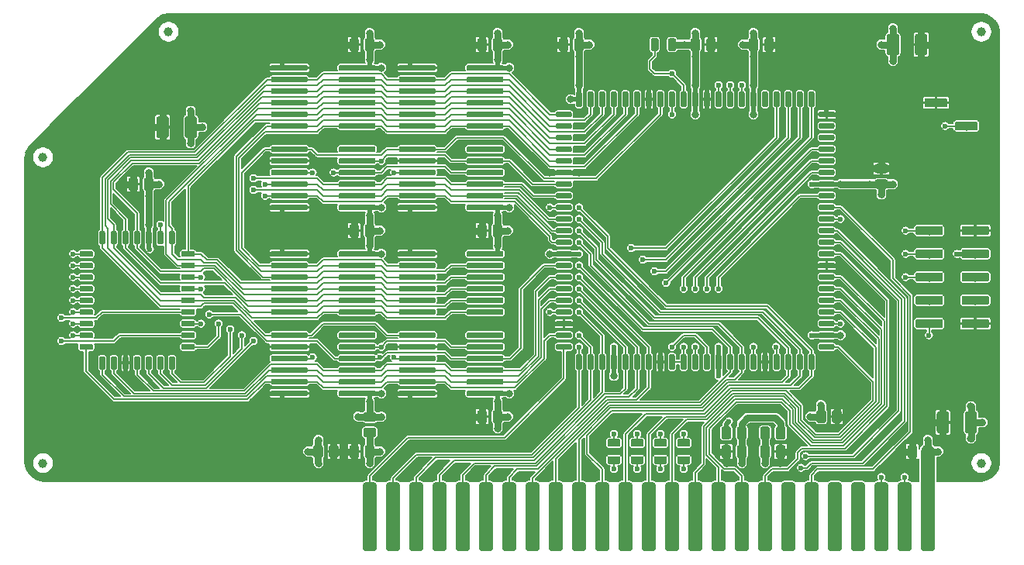
<source format=gtl>
G04 #@! TF.GenerationSoftware,KiCad,Pcbnew,(5.1.2-1)-1*
G04 #@! TF.CreationDate,2019-07-29T20:34:46-04:00*
G04 #@! TF.ProjectId,GR8RAM,47523852-414d-42e6-9b69-6361645f7063,rev?*
G04 #@! TF.SameCoordinates,Original*
G04 #@! TF.FileFunction,Copper,L1,Top*
G04 #@! TF.FilePolarity,Positive*
%FSLAX46Y46*%
G04 Gerber Fmt 4.6, Leading zero omitted, Abs format (unit mm)*
G04 Created by KiCad (PCBNEW (5.1.2-1)-1) date 2019-07-29 20:34:46*
%MOMM*%
%LPD*%
G04 APERTURE LIST*
%ADD10C,0.100000*%
%ADD11C,1.050000*%
%ADD12C,1.000000*%
%ADD13C,0.600000*%
%ADD14C,1.325000*%
%ADD15C,2.000000*%
%ADD16C,1.524000*%
%ADD17C,0.850000*%
%ADD18C,0.800000*%
%ADD19C,0.762000*%
%ADD20C,0.508000*%
%ADD21C,1.524000*%
%ADD22C,0.152400*%
G04 APERTURE END LIST*
D10*
G36*
X117128229Y-125539264D02*
G01*
X117153711Y-125543044D01*
X117178700Y-125549303D01*
X117202954Y-125557982D01*
X117226242Y-125568996D01*
X117248337Y-125582239D01*
X117269028Y-125597585D01*
X117288116Y-125614884D01*
X117305415Y-125633972D01*
X117320761Y-125654663D01*
X117334004Y-125676758D01*
X117345018Y-125700046D01*
X117353697Y-125724300D01*
X117359956Y-125749289D01*
X117363736Y-125774771D01*
X117365000Y-125800500D01*
X117365000Y-126675500D01*
X117363736Y-126701229D01*
X117359956Y-126726711D01*
X117353697Y-126751700D01*
X117345018Y-126775954D01*
X117334004Y-126799242D01*
X117320761Y-126821337D01*
X117305415Y-126842028D01*
X117288116Y-126861116D01*
X117269028Y-126878415D01*
X117248337Y-126893761D01*
X117226242Y-126907004D01*
X117202954Y-126918018D01*
X117178700Y-126926697D01*
X117153711Y-126932956D01*
X117128229Y-126936736D01*
X117102500Y-126938000D01*
X116577500Y-126938000D01*
X116551771Y-126936736D01*
X116526289Y-126932956D01*
X116501300Y-126926697D01*
X116477046Y-126918018D01*
X116453758Y-126907004D01*
X116431663Y-126893761D01*
X116410972Y-126878415D01*
X116391884Y-126861116D01*
X116374585Y-126842028D01*
X116359239Y-126821337D01*
X116345996Y-126799242D01*
X116334982Y-126775954D01*
X116326303Y-126751700D01*
X116320044Y-126726711D01*
X116316264Y-126701229D01*
X116315000Y-126675500D01*
X116315000Y-125800500D01*
X116316264Y-125774771D01*
X116320044Y-125749289D01*
X116326303Y-125724300D01*
X116334982Y-125700046D01*
X116345996Y-125676758D01*
X116359239Y-125654663D01*
X116374585Y-125633972D01*
X116391884Y-125614884D01*
X116410972Y-125597585D01*
X116431663Y-125582239D01*
X116453758Y-125568996D01*
X116477046Y-125557982D01*
X116501300Y-125549303D01*
X116526289Y-125543044D01*
X116551771Y-125539264D01*
X116577500Y-125538000D01*
X117102500Y-125538000D01*
X117128229Y-125539264D01*
X117128229Y-125539264D01*
G37*
D11*
X116840000Y-126238000D03*
D10*
G36*
X115428229Y-125539264D02*
G01*
X115453711Y-125543044D01*
X115478700Y-125549303D01*
X115502954Y-125557982D01*
X115526242Y-125568996D01*
X115548337Y-125582239D01*
X115569028Y-125597585D01*
X115588116Y-125614884D01*
X115605415Y-125633972D01*
X115620761Y-125654663D01*
X115634004Y-125676758D01*
X115645018Y-125700046D01*
X115653697Y-125724300D01*
X115659956Y-125749289D01*
X115663736Y-125774771D01*
X115665000Y-125800500D01*
X115665000Y-126675500D01*
X115663736Y-126701229D01*
X115659956Y-126726711D01*
X115653697Y-126751700D01*
X115645018Y-126775954D01*
X115634004Y-126799242D01*
X115620761Y-126821337D01*
X115605415Y-126842028D01*
X115588116Y-126861116D01*
X115569028Y-126878415D01*
X115548337Y-126893761D01*
X115526242Y-126907004D01*
X115502954Y-126918018D01*
X115478700Y-126926697D01*
X115453711Y-126932956D01*
X115428229Y-126936736D01*
X115402500Y-126938000D01*
X114877500Y-126938000D01*
X114851771Y-126936736D01*
X114826289Y-126932956D01*
X114801300Y-126926697D01*
X114777046Y-126918018D01*
X114753758Y-126907004D01*
X114731663Y-126893761D01*
X114710972Y-126878415D01*
X114691884Y-126861116D01*
X114674585Y-126842028D01*
X114659239Y-126821337D01*
X114645996Y-126799242D01*
X114634982Y-126775954D01*
X114626303Y-126751700D01*
X114620044Y-126726711D01*
X114616264Y-126701229D01*
X114615000Y-126675500D01*
X114615000Y-125800500D01*
X114616264Y-125774771D01*
X114620044Y-125749289D01*
X114626303Y-125724300D01*
X114634982Y-125700046D01*
X114645996Y-125676758D01*
X114659239Y-125654663D01*
X114674585Y-125633972D01*
X114691884Y-125614884D01*
X114710972Y-125597585D01*
X114731663Y-125582239D01*
X114753758Y-125568996D01*
X114777046Y-125557982D01*
X114801300Y-125549303D01*
X114826289Y-125543044D01*
X114851771Y-125539264D01*
X114877500Y-125538000D01*
X115402500Y-125538000D01*
X115428229Y-125539264D01*
X115428229Y-125539264D01*
G37*
D11*
X115140000Y-126238000D03*
D10*
G36*
X70851229Y-127571264D02*
G01*
X70876711Y-127575044D01*
X70901700Y-127581303D01*
X70925954Y-127589982D01*
X70949242Y-127600996D01*
X70971337Y-127614239D01*
X70992028Y-127629585D01*
X71011116Y-127646884D01*
X71028415Y-127665972D01*
X71043761Y-127686663D01*
X71057004Y-127708758D01*
X71068018Y-127732046D01*
X71076697Y-127756300D01*
X71082956Y-127781289D01*
X71086736Y-127806771D01*
X71088000Y-127832500D01*
X71088000Y-128707500D01*
X71086736Y-128733229D01*
X71082956Y-128758711D01*
X71076697Y-128783700D01*
X71068018Y-128807954D01*
X71057004Y-128831242D01*
X71043761Y-128853337D01*
X71028415Y-128874028D01*
X71011116Y-128893116D01*
X70992028Y-128910415D01*
X70971337Y-128925761D01*
X70949242Y-128939004D01*
X70925954Y-128950018D01*
X70901700Y-128958697D01*
X70876711Y-128964956D01*
X70851229Y-128968736D01*
X70825500Y-128970000D01*
X70300500Y-128970000D01*
X70274771Y-128968736D01*
X70249289Y-128964956D01*
X70224300Y-128958697D01*
X70200046Y-128950018D01*
X70176758Y-128939004D01*
X70154663Y-128925761D01*
X70133972Y-128910415D01*
X70114884Y-128893116D01*
X70097585Y-128874028D01*
X70082239Y-128853337D01*
X70068996Y-128831242D01*
X70057982Y-128807954D01*
X70049303Y-128783700D01*
X70043044Y-128758711D01*
X70039264Y-128733229D01*
X70038000Y-128707500D01*
X70038000Y-127832500D01*
X70039264Y-127806771D01*
X70043044Y-127781289D01*
X70049303Y-127756300D01*
X70057982Y-127732046D01*
X70068996Y-127708758D01*
X70082239Y-127686663D01*
X70097585Y-127665972D01*
X70114884Y-127646884D01*
X70133972Y-127629585D01*
X70154663Y-127614239D01*
X70176758Y-127600996D01*
X70200046Y-127589982D01*
X70224300Y-127581303D01*
X70249289Y-127575044D01*
X70274771Y-127571264D01*
X70300500Y-127570000D01*
X70825500Y-127570000D01*
X70851229Y-127571264D01*
X70851229Y-127571264D01*
G37*
D11*
X70563000Y-128270000D03*
D10*
G36*
X72551229Y-127571264D02*
G01*
X72576711Y-127575044D01*
X72601700Y-127581303D01*
X72625954Y-127589982D01*
X72649242Y-127600996D01*
X72671337Y-127614239D01*
X72692028Y-127629585D01*
X72711116Y-127646884D01*
X72728415Y-127665972D01*
X72743761Y-127686663D01*
X72757004Y-127708758D01*
X72768018Y-127732046D01*
X72776697Y-127756300D01*
X72782956Y-127781289D01*
X72786736Y-127806771D01*
X72788000Y-127832500D01*
X72788000Y-128707500D01*
X72786736Y-128733229D01*
X72782956Y-128758711D01*
X72776697Y-128783700D01*
X72768018Y-128807954D01*
X72757004Y-128831242D01*
X72743761Y-128853337D01*
X72728415Y-128874028D01*
X72711116Y-128893116D01*
X72692028Y-128910415D01*
X72671337Y-128925761D01*
X72649242Y-128939004D01*
X72625954Y-128950018D01*
X72601700Y-128958697D01*
X72576711Y-128964956D01*
X72551229Y-128968736D01*
X72525500Y-128970000D01*
X72000500Y-128970000D01*
X71974771Y-128968736D01*
X71949289Y-128964956D01*
X71924300Y-128958697D01*
X71900046Y-128950018D01*
X71876758Y-128939004D01*
X71854663Y-128925761D01*
X71833972Y-128910415D01*
X71814884Y-128893116D01*
X71797585Y-128874028D01*
X71782239Y-128853337D01*
X71768996Y-128831242D01*
X71757982Y-128807954D01*
X71749303Y-128783700D01*
X71743044Y-128758711D01*
X71739264Y-128733229D01*
X71738000Y-128707500D01*
X71738000Y-127832500D01*
X71739264Y-127806771D01*
X71743044Y-127781289D01*
X71749303Y-127756300D01*
X71757982Y-127732046D01*
X71768996Y-127708758D01*
X71782239Y-127686663D01*
X71797585Y-127665972D01*
X71814884Y-127646884D01*
X71833972Y-127629585D01*
X71854663Y-127614239D01*
X71876758Y-127600996D01*
X71900046Y-127589982D01*
X71924300Y-127581303D01*
X71949289Y-127575044D01*
X71974771Y-127571264D01*
X72000500Y-127570000D01*
X72525500Y-127570000D01*
X72551229Y-127571264D01*
X72551229Y-127571264D01*
G37*
D11*
X72263000Y-128270000D03*
D10*
G36*
X143621504Y-106181204D02*
G01*
X143645773Y-106184804D01*
X143669571Y-106190765D01*
X143692671Y-106199030D01*
X143714849Y-106209520D01*
X143735893Y-106222133D01*
X143755598Y-106236747D01*
X143773777Y-106253223D01*
X143790253Y-106271402D01*
X143804867Y-106291107D01*
X143817480Y-106312151D01*
X143827970Y-106334329D01*
X143836235Y-106357429D01*
X143842196Y-106381227D01*
X143845796Y-106405496D01*
X143847000Y-106430000D01*
X143847000Y-106930000D01*
X143845796Y-106954504D01*
X143842196Y-106978773D01*
X143836235Y-107002571D01*
X143827970Y-107025671D01*
X143817480Y-107047849D01*
X143804867Y-107068893D01*
X143790253Y-107088598D01*
X143773777Y-107106777D01*
X143755598Y-107123253D01*
X143735893Y-107137867D01*
X143714849Y-107150480D01*
X143692671Y-107160970D01*
X143669571Y-107169235D01*
X143645773Y-107175196D01*
X143621504Y-107178796D01*
X143597000Y-107180000D01*
X141097000Y-107180000D01*
X141072496Y-107178796D01*
X141048227Y-107175196D01*
X141024429Y-107169235D01*
X141001329Y-107160970D01*
X140979151Y-107150480D01*
X140958107Y-107137867D01*
X140938402Y-107123253D01*
X140920223Y-107106777D01*
X140903747Y-107088598D01*
X140889133Y-107068893D01*
X140876520Y-107047849D01*
X140866030Y-107025671D01*
X140857765Y-107002571D01*
X140851804Y-106978773D01*
X140848204Y-106954504D01*
X140847000Y-106930000D01*
X140847000Y-106430000D01*
X140848204Y-106405496D01*
X140851804Y-106381227D01*
X140857765Y-106357429D01*
X140866030Y-106334329D01*
X140876520Y-106312151D01*
X140889133Y-106291107D01*
X140903747Y-106271402D01*
X140920223Y-106253223D01*
X140938402Y-106236747D01*
X140958107Y-106222133D01*
X140979151Y-106209520D01*
X141001329Y-106199030D01*
X141024429Y-106190765D01*
X141048227Y-106184804D01*
X141072496Y-106181204D01*
X141097000Y-106180000D01*
X143597000Y-106180000D01*
X143621504Y-106181204D01*
X143621504Y-106181204D01*
G37*
D12*
X142347000Y-106680000D03*
D10*
G36*
X138581504Y-108721204D02*
G01*
X138605773Y-108724804D01*
X138629571Y-108730765D01*
X138652671Y-108739030D01*
X138674849Y-108749520D01*
X138695893Y-108762133D01*
X138715598Y-108776747D01*
X138733777Y-108793223D01*
X138750253Y-108811402D01*
X138764867Y-108831107D01*
X138777480Y-108852151D01*
X138787970Y-108874329D01*
X138796235Y-108897429D01*
X138802196Y-108921227D01*
X138805796Y-108945496D01*
X138807000Y-108970000D01*
X138807000Y-109470000D01*
X138805796Y-109494504D01*
X138802196Y-109518773D01*
X138796235Y-109542571D01*
X138787970Y-109565671D01*
X138777480Y-109587849D01*
X138764867Y-109608893D01*
X138750253Y-109628598D01*
X138733777Y-109646777D01*
X138715598Y-109663253D01*
X138695893Y-109677867D01*
X138674849Y-109690480D01*
X138652671Y-109700970D01*
X138629571Y-109709235D01*
X138605773Y-109715196D01*
X138581504Y-109718796D01*
X138557000Y-109720000D01*
X136057000Y-109720000D01*
X136032496Y-109718796D01*
X136008227Y-109715196D01*
X135984429Y-109709235D01*
X135961329Y-109700970D01*
X135939151Y-109690480D01*
X135918107Y-109677867D01*
X135898402Y-109663253D01*
X135880223Y-109646777D01*
X135863747Y-109628598D01*
X135849133Y-109608893D01*
X135836520Y-109587849D01*
X135826030Y-109565671D01*
X135817765Y-109542571D01*
X135811804Y-109518773D01*
X135808204Y-109494504D01*
X135807000Y-109470000D01*
X135807000Y-108970000D01*
X135808204Y-108945496D01*
X135811804Y-108921227D01*
X135817765Y-108897429D01*
X135826030Y-108874329D01*
X135836520Y-108852151D01*
X135849133Y-108831107D01*
X135863747Y-108811402D01*
X135880223Y-108793223D01*
X135898402Y-108776747D01*
X135918107Y-108762133D01*
X135939151Y-108749520D01*
X135961329Y-108739030D01*
X135984429Y-108730765D01*
X136008227Y-108724804D01*
X136032496Y-108721204D01*
X136057000Y-108720000D01*
X138557000Y-108720000D01*
X138581504Y-108721204D01*
X138581504Y-108721204D01*
G37*
D12*
X137307000Y-109220000D03*
D10*
G36*
X138581504Y-103641204D02*
G01*
X138605773Y-103644804D01*
X138629571Y-103650765D01*
X138652671Y-103659030D01*
X138674849Y-103669520D01*
X138695893Y-103682133D01*
X138715598Y-103696747D01*
X138733777Y-103713223D01*
X138750253Y-103731402D01*
X138764867Y-103751107D01*
X138777480Y-103772151D01*
X138787970Y-103794329D01*
X138796235Y-103817429D01*
X138802196Y-103841227D01*
X138805796Y-103865496D01*
X138807000Y-103890000D01*
X138807000Y-104390000D01*
X138805796Y-104414504D01*
X138802196Y-104438773D01*
X138796235Y-104462571D01*
X138787970Y-104485671D01*
X138777480Y-104507849D01*
X138764867Y-104528893D01*
X138750253Y-104548598D01*
X138733777Y-104566777D01*
X138715598Y-104583253D01*
X138695893Y-104597867D01*
X138674849Y-104610480D01*
X138652671Y-104620970D01*
X138629571Y-104629235D01*
X138605773Y-104635196D01*
X138581504Y-104638796D01*
X138557000Y-104640000D01*
X136057000Y-104640000D01*
X136032496Y-104638796D01*
X136008227Y-104635196D01*
X135984429Y-104629235D01*
X135961329Y-104620970D01*
X135939151Y-104610480D01*
X135918107Y-104597867D01*
X135898402Y-104583253D01*
X135880223Y-104566777D01*
X135863747Y-104548598D01*
X135849133Y-104528893D01*
X135836520Y-104507849D01*
X135826030Y-104485671D01*
X135817765Y-104462571D01*
X135811804Y-104438773D01*
X135808204Y-104414504D01*
X135807000Y-104390000D01*
X135807000Y-103890000D01*
X135808204Y-103865496D01*
X135811804Y-103841227D01*
X135817765Y-103817429D01*
X135826030Y-103794329D01*
X135836520Y-103772151D01*
X135849133Y-103751107D01*
X135863747Y-103731402D01*
X135880223Y-103713223D01*
X135898402Y-103696747D01*
X135918107Y-103682133D01*
X135939151Y-103669520D01*
X135961329Y-103659030D01*
X135984429Y-103650765D01*
X136008227Y-103644804D01*
X136032496Y-103641204D01*
X136057000Y-103640000D01*
X138557000Y-103640000D01*
X138581504Y-103641204D01*
X138581504Y-103641204D01*
G37*
D12*
X137307000Y-104140000D03*
D10*
G36*
X138581504Y-113801204D02*
G01*
X138605773Y-113804804D01*
X138629571Y-113810765D01*
X138652671Y-113819030D01*
X138674849Y-113829520D01*
X138695893Y-113842133D01*
X138715598Y-113856747D01*
X138733777Y-113873223D01*
X138750253Y-113891402D01*
X138764867Y-113911107D01*
X138777480Y-113932151D01*
X138787970Y-113954329D01*
X138796235Y-113977429D01*
X138802196Y-114001227D01*
X138805796Y-114025496D01*
X138807000Y-114050000D01*
X138807000Y-114550000D01*
X138805796Y-114574504D01*
X138802196Y-114598773D01*
X138796235Y-114622571D01*
X138787970Y-114645671D01*
X138777480Y-114667849D01*
X138764867Y-114688893D01*
X138750253Y-114708598D01*
X138733777Y-114726777D01*
X138715598Y-114743253D01*
X138695893Y-114757867D01*
X138674849Y-114770480D01*
X138652671Y-114780970D01*
X138629571Y-114789235D01*
X138605773Y-114795196D01*
X138581504Y-114798796D01*
X138557000Y-114800000D01*
X136057000Y-114800000D01*
X136032496Y-114798796D01*
X136008227Y-114795196D01*
X135984429Y-114789235D01*
X135961329Y-114780970D01*
X135939151Y-114770480D01*
X135918107Y-114757867D01*
X135898402Y-114743253D01*
X135880223Y-114726777D01*
X135863747Y-114708598D01*
X135849133Y-114688893D01*
X135836520Y-114667849D01*
X135826030Y-114645671D01*
X135817765Y-114622571D01*
X135811804Y-114598773D01*
X135808204Y-114574504D01*
X135807000Y-114550000D01*
X135807000Y-114050000D01*
X135808204Y-114025496D01*
X135811804Y-114001227D01*
X135817765Y-113977429D01*
X135826030Y-113954329D01*
X135836520Y-113932151D01*
X135849133Y-113911107D01*
X135863747Y-113891402D01*
X135880223Y-113873223D01*
X135898402Y-113856747D01*
X135918107Y-113842133D01*
X135939151Y-113829520D01*
X135961329Y-113819030D01*
X135984429Y-113810765D01*
X136008227Y-113804804D01*
X136032496Y-113801204D01*
X136057000Y-113800000D01*
X138557000Y-113800000D01*
X138581504Y-113801204D01*
X138581504Y-113801204D01*
G37*
D12*
X137307000Y-114300000D03*
D10*
G36*
X138581504Y-111261204D02*
G01*
X138605773Y-111264804D01*
X138629571Y-111270765D01*
X138652671Y-111279030D01*
X138674849Y-111289520D01*
X138695893Y-111302133D01*
X138715598Y-111316747D01*
X138733777Y-111333223D01*
X138750253Y-111351402D01*
X138764867Y-111371107D01*
X138777480Y-111392151D01*
X138787970Y-111414329D01*
X138796235Y-111437429D01*
X138802196Y-111461227D01*
X138805796Y-111485496D01*
X138807000Y-111510000D01*
X138807000Y-112010000D01*
X138805796Y-112034504D01*
X138802196Y-112058773D01*
X138796235Y-112082571D01*
X138787970Y-112105671D01*
X138777480Y-112127849D01*
X138764867Y-112148893D01*
X138750253Y-112168598D01*
X138733777Y-112186777D01*
X138715598Y-112203253D01*
X138695893Y-112217867D01*
X138674849Y-112230480D01*
X138652671Y-112240970D01*
X138629571Y-112249235D01*
X138605773Y-112255196D01*
X138581504Y-112258796D01*
X138557000Y-112260000D01*
X136057000Y-112260000D01*
X136032496Y-112258796D01*
X136008227Y-112255196D01*
X135984429Y-112249235D01*
X135961329Y-112240970D01*
X135939151Y-112230480D01*
X135918107Y-112217867D01*
X135898402Y-112203253D01*
X135880223Y-112186777D01*
X135863747Y-112168598D01*
X135849133Y-112148893D01*
X135836520Y-112127849D01*
X135826030Y-112105671D01*
X135817765Y-112082571D01*
X135811804Y-112058773D01*
X135808204Y-112034504D01*
X135807000Y-112010000D01*
X135807000Y-111510000D01*
X135808204Y-111485496D01*
X135811804Y-111461227D01*
X135817765Y-111437429D01*
X135826030Y-111414329D01*
X135836520Y-111392151D01*
X135849133Y-111371107D01*
X135863747Y-111351402D01*
X135880223Y-111333223D01*
X135898402Y-111316747D01*
X135918107Y-111302133D01*
X135939151Y-111289520D01*
X135961329Y-111279030D01*
X135984429Y-111270765D01*
X136008227Y-111264804D01*
X136032496Y-111261204D01*
X136057000Y-111260000D01*
X138557000Y-111260000D01*
X138581504Y-111261204D01*
X138581504Y-111261204D01*
G37*
D12*
X137307000Y-111760000D03*
D10*
G36*
X143621504Y-108721204D02*
G01*
X143645773Y-108724804D01*
X143669571Y-108730765D01*
X143692671Y-108739030D01*
X143714849Y-108749520D01*
X143735893Y-108762133D01*
X143755598Y-108776747D01*
X143773777Y-108793223D01*
X143790253Y-108811402D01*
X143804867Y-108831107D01*
X143817480Y-108852151D01*
X143827970Y-108874329D01*
X143836235Y-108897429D01*
X143842196Y-108921227D01*
X143845796Y-108945496D01*
X143847000Y-108970000D01*
X143847000Y-109470000D01*
X143845796Y-109494504D01*
X143842196Y-109518773D01*
X143836235Y-109542571D01*
X143827970Y-109565671D01*
X143817480Y-109587849D01*
X143804867Y-109608893D01*
X143790253Y-109628598D01*
X143773777Y-109646777D01*
X143755598Y-109663253D01*
X143735893Y-109677867D01*
X143714849Y-109690480D01*
X143692671Y-109700970D01*
X143669571Y-109709235D01*
X143645773Y-109715196D01*
X143621504Y-109718796D01*
X143597000Y-109720000D01*
X141097000Y-109720000D01*
X141072496Y-109718796D01*
X141048227Y-109715196D01*
X141024429Y-109709235D01*
X141001329Y-109700970D01*
X140979151Y-109690480D01*
X140958107Y-109677867D01*
X140938402Y-109663253D01*
X140920223Y-109646777D01*
X140903747Y-109628598D01*
X140889133Y-109608893D01*
X140876520Y-109587849D01*
X140866030Y-109565671D01*
X140857765Y-109542571D01*
X140851804Y-109518773D01*
X140848204Y-109494504D01*
X140847000Y-109470000D01*
X140847000Y-108970000D01*
X140848204Y-108945496D01*
X140851804Y-108921227D01*
X140857765Y-108897429D01*
X140866030Y-108874329D01*
X140876520Y-108852151D01*
X140889133Y-108831107D01*
X140903747Y-108811402D01*
X140920223Y-108793223D01*
X140938402Y-108776747D01*
X140958107Y-108762133D01*
X140979151Y-108749520D01*
X141001329Y-108739030D01*
X141024429Y-108730765D01*
X141048227Y-108724804D01*
X141072496Y-108721204D01*
X141097000Y-108720000D01*
X143597000Y-108720000D01*
X143621504Y-108721204D01*
X143621504Y-108721204D01*
G37*
D12*
X142347000Y-109220000D03*
D10*
G36*
X138581504Y-106181204D02*
G01*
X138605773Y-106184804D01*
X138629571Y-106190765D01*
X138652671Y-106199030D01*
X138674849Y-106209520D01*
X138695893Y-106222133D01*
X138715598Y-106236747D01*
X138733777Y-106253223D01*
X138750253Y-106271402D01*
X138764867Y-106291107D01*
X138777480Y-106312151D01*
X138787970Y-106334329D01*
X138796235Y-106357429D01*
X138802196Y-106381227D01*
X138805796Y-106405496D01*
X138807000Y-106430000D01*
X138807000Y-106930000D01*
X138805796Y-106954504D01*
X138802196Y-106978773D01*
X138796235Y-107002571D01*
X138787970Y-107025671D01*
X138777480Y-107047849D01*
X138764867Y-107068893D01*
X138750253Y-107088598D01*
X138733777Y-107106777D01*
X138715598Y-107123253D01*
X138695893Y-107137867D01*
X138674849Y-107150480D01*
X138652671Y-107160970D01*
X138629571Y-107169235D01*
X138605773Y-107175196D01*
X138581504Y-107178796D01*
X138557000Y-107180000D01*
X136057000Y-107180000D01*
X136032496Y-107178796D01*
X136008227Y-107175196D01*
X135984429Y-107169235D01*
X135961329Y-107160970D01*
X135939151Y-107150480D01*
X135918107Y-107137867D01*
X135898402Y-107123253D01*
X135880223Y-107106777D01*
X135863747Y-107088598D01*
X135849133Y-107068893D01*
X135836520Y-107047849D01*
X135826030Y-107025671D01*
X135817765Y-107002571D01*
X135811804Y-106978773D01*
X135808204Y-106954504D01*
X135807000Y-106930000D01*
X135807000Y-106430000D01*
X135808204Y-106405496D01*
X135811804Y-106381227D01*
X135817765Y-106357429D01*
X135826030Y-106334329D01*
X135836520Y-106312151D01*
X135849133Y-106291107D01*
X135863747Y-106271402D01*
X135880223Y-106253223D01*
X135898402Y-106236747D01*
X135918107Y-106222133D01*
X135939151Y-106209520D01*
X135961329Y-106199030D01*
X135984429Y-106190765D01*
X136008227Y-106184804D01*
X136032496Y-106181204D01*
X136057000Y-106180000D01*
X138557000Y-106180000D01*
X138581504Y-106181204D01*
X138581504Y-106181204D01*
G37*
D12*
X137307000Y-106680000D03*
D10*
G36*
X143621504Y-111261204D02*
G01*
X143645773Y-111264804D01*
X143669571Y-111270765D01*
X143692671Y-111279030D01*
X143714849Y-111289520D01*
X143735893Y-111302133D01*
X143755598Y-111316747D01*
X143773777Y-111333223D01*
X143790253Y-111351402D01*
X143804867Y-111371107D01*
X143817480Y-111392151D01*
X143827970Y-111414329D01*
X143836235Y-111437429D01*
X143842196Y-111461227D01*
X143845796Y-111485496D01*
X143847000Y-111510000D01*
X143847000Y-112010000D01*
X143845796Y-112034504D01*
X143842196Y-112058773D01*
X143836235Y-112082571D01*
X143827970Y-112105671D01*
X143817480Y-112127849D01*
X143804867Y-112148893D01*
X143790253Y-112168598D01*
X143773777Y-112186777D01*
X143755598Y-112203253D01*
X143735893Y-112217867D01*
X143714849Y-112230480D01*
X143692671Y-112240970D01*
X143669571Y-112249235D01*
X143645773Y-112255196D01*
X143621504Y-112258796D01*
X143597000Y-112260000D01*
X141097000Y-112260000D01*
X141072496Y-112258796D01*
X141048227Y-112255196D01*
X141024429Y-112249235D01*
X141001329Y-112240970D01*
X140979151Y-112230480D01*
X140958107Y-112217867D01*
X140938402Y-112203253D01*
X140920223Y-112186777D01*
X140903747Y-112168598D01*
X140889133Y-112148893D01*
X140876520Y-112127849D01*
X140866030Y-112105671D01*
X140857765Y-112082571D01*
X140851804Y-112058773D01*
X140848204Y-112034504D01*
X140847000Y-112010000D01*
X140847000Y-111510000D01*
X140848204Y-111485496D01*
X140851804Y-111461227D01*
X140857765Y-111437429D01*
X140866030Y-111414329D01*
X140876520Y-111392151D01*
X140889133Y-111371107D01*
X140903747Y-111351402D01*
X140920223Y-111333223D01*
X140938402Y-111316747D01*
X140958107Y-111302133D01*
X140979151Y-111289520D01*
X141001329Y-111279030D01*
X141024429Y-111270765D01*
X141048227Y-111264804D01*
X141072496Y-111261204D01*
X141097000Y-111260000D01*
X143597000Y-111260000D01*
X143621504Y-111261204D01*
X143621504Y-111261204D01*
G37*
D12*
X142347000Y-111760000D03*
D10*
G36*
X143621504Y-113801204D02*
G01*
X143645773Y-113804804D01*
X143669571Y-113810765D01*
X143692671Y-113819030D01*
X143714849Y-113829520D01*
X143735893Y-113842133D01*
X143755598Y-113856747D01*
X143773777Y-113873223D01*
X143790253Y-113891402D01*
X143804867Y-113911107D01*
X143817480Y-113932151D01*
X143827970Y-113954329D01*
X143836235Y-113977429D01*
X143842196Y-114001227D01*
X143845796Y-114025496D01*
X143847000Y-114050000D01*
X143847000Y-114550000D01*
X143845796Y-114574504D01*
X143842196Y-114598773D01*
X143836235Y-114622571D01*
X143827970Y-114645671D01*
X143817480Y-114667849D01*
X143804867Y-114688893D01*
X143790253Y-114708598D01*
X143773777Y-114726777D01*
X143755598Y-114743253D01*
X143735893Y-114757867D01*
X143714849Y-114770480D01*
X143692671Y-114780970D01*
X143669571Y-114789235D01*
X143645773Y-114795196D01*
X143621504Y-114798796D01*
X143597000Y-114800000D01*
X141097000Y-114800000D01*
X141072496Y-114798796D01*
X141048227Y-114795196D01*
X141024429Y-114789235D01*
X141001329Y-114780970D01*
X140979151Y-114770480D01*
X140958107Y-114757867D01*
X140938402Y-114743253D01*
X140920223Y-114726777D01*
X140903747Y-114708598D01*
X140889133Y-114688893D01*
X140876520Y-114667849D01*
X140866030Y-114645671D01*
X140857765Y-114622571D01*
X140851804Y-114598773D01*
X140848204Y-114574504D01*
X140847000Y-114550000D01*
X140847000Y-114050000D01*
X140848204Y-114025496D01*
X140851804Y-114001227D01*
X140857765Y-113977429D01*
X140866030Y-113954329D01*
X140876520Y-113932151D01*
X140889133Y-113911107D01*
X140903747Y-113891402D01*
X140920223Y-113873223D01*
X140938402Y-113856747D01*
X140958107Y-113842133D01*
X140979151Y-113829520D01*
X141001329Y-113819030D01*
X141024429Y-113810765D01*
X141048227Y-113804804D01*
X141072496Y-113801204D01*
X141097000Y-113800000D01*
X143597000Y-113800000D01*
X143621504Y-113801204D01*
X143621504Y-113801204D01*
G37*
D12*
X142347000Y-114300000D03*
D10*
G36*
X143621504Y-103641204D02*
G01*
X143645773Y-103644804D01*
X143669571Y-103650765D01*
X143692671Y-103659030D01*
X143714849Y-103669520D01*
X143735893Y-103682133D01*
X143755598Y-103696747D01*
X143773777Y-103713223D01*
X143790253Y-103731402D01*
X143804867Y-103751107D01*
X143817480Y-103772151D01*
X143827970Y-103794329D01*
X143836235Y-103817429D01*
X143842196Y-103841227D01*
X143845796Y-103865496D01*
X143847000Y-103890000D01*
X143847000Y-104390000D01*
X143845796Y-104414504D01*
X143842196Y-104438773D01*
X143836235Y-104462571D01*
X143827970Y-104485671D01*
X143817480Y-104507849D01*
X143804867Y-104528893D01*
X143790253Y-104548598D01*
X143773777Y-104566777D01*
X143755598Y-104583253D01*
X143735893Y-104597867D01*
X143714849Y-104610480D01*
X143692671Y-104620970D01*
X143669571Y-104629235D01*
X143645773Y-104635196D01*
X143621504Y-104638796D01*
X143597000Y-104640000D01*
X141097000Y-104640000D01*
X141072496Y-104638796D01*
X141048227Y-104635196D01*
X141024429Y-104629235D01*
X141001329Y-104620970D01*
X140979151Y-104610480D01*
X140958107Y-104597867D01*
X140938402Y-104583253D01*
X140920223Y-104566777D01*
X140903747Y-104548598D01*
X140889133Y-104528893D01*
X140876520Y-104507849D01*
X140866030Y-104485671D01*
X140857765Y-104462571D01*
X140851804Y-104438773D01*
X140848204Y-104414504D01*
X140847000Y-104390000D01*
X140847000Y-103890000D01*
X140848204Y-103865496D01*
X140851804Y-103841227D01*
X140857765Y-103817429D01*
X140866030Y-103794329D01*
X140876520Y-103772151D01*
X140889133Y-103751107D01*
X140903747Y-103731402D01*
X140920223Y-103713223D01*
X140938402Y-103696747D01*
X140958107Y-103682133D01*
X140979151Y-103669520D01*
X141001329Y-103659030D01*
X141024429Y-103650765D01*
X141048227Y-103644804D01*
X141072496Y-103641204D01*
X141097000Y-103640000D01*
X143597000Y-103640000D01*
X143621504Y-103641204D01*
X143621504Y-103641204D01*
G37*
D12*
X142347000Y-104140000D03*
X40513000Y-96139000D03*
X54229000Y-82423000D03*
X143002000Y-82423000D03*
X40513000Y-129540000D03*
X143002000Y-129540000D03*
D10*
G36*
X110654703Y-117640722D02*
G01*
X110669264Y-117642882D01*
X110683543Y-117646459D01*
X110697403Y-117651418D01*
X110710710Y-117657712D01*
X110723336Y-117665280D01*
X110735159Y-117674048D01*
X110746066Y-117683934D01*
X110755952Y-117694841D01*
X110764720Y-117706664D01*
X110772288Y-117719290D01*
X110778582Y-117732597D01*
X110783541Y-117746457D01*
X110787118Y-117760736D01*
X110789278Y-117775297D01*
X110790000Y-117790000D01*
X110790000Y-119190000D01*
X110789278Y-119204703D01*
X110787118Y-119219264D01*
X110783541Y-119233543D01*
X110778582Y-119247403D01*
X110772288Y-119260710D01*
X110764720Y-119273336D01*
X110755952Y-119285159D01*
X110746066Y-119296066D01*
X110735159Y-119305952D01*
X110723336Y-119314720D01*
X110710710Y-119322288D01*
X110697403Y-119328582D01*
X110683543Y-119333541D01*
X110669264Y-119337118D01*
X110654703Y-119339278D01*
X110640000Y-119340000D01*
X110340000Y-119340000D01*
X110325297Y-119339278D01*
X110310736Y-119337118D01*
X110296457Y-119333541D01*
X110282597Y-119328582D01*
X110269290Y-119322288D01*
X110256664Y-119314720D01*
X110244841Y-119305952D01*
X110233934Y-119296066D01*
X110224048Y-119285159D01*
X110215280Y-119273336D01*
X110207712Y-119260710D01*
X110201418Y-119247403D01*
X110196459Y-119233543D01*
X110192882Y-119219264D01*
X110190722Y-119204703D01*
X110190000Y-119190000D01*
X110190000Y-117790000D01*
X110190722Y-117775297D01*
X110192882Y-117760736D01*
X110196459Y-117746457D01*
X110201418Y-117732597D01*
X110207712Y-117719290D01*
X110215280Y-117706664D01*
X110224048Y-117694841D01*
X110233934Y-117683934D01*
X110244841Y-117674048D01*
X110256664Y-117665280D01*
X110269290Y-117657712D01*
X110282597Y-117651418D01*
X110296457Y-117646459D01*
X110310736Y-117642882D01*
X110325297Y-117640722D01*
X110340000Y-117640000D01*
X110640000Y-117640000D01*
X110654703Y-117640722D01*
X110654703Y-117640722D01*
G37*
D13*
X110490000Y-118490000D03*
D10*
G36*
X109384703Y-117640722D02*
G01*
X109399264Y-117642882D01*
X109413543Y-117646459D01*
X109427403Y-117651418D01*
X109440710Y-117657712D01*
X109453336Y-117665280D01*
X109465159Y-117674048D01*
X109476066Y-117683934D01*
X109485952Y-117694841D01*
X109494720Y-117706664D01*
X109502288Y-117719290D01*
X109508582Y-117732597D01*
X109513541Y-117746457D01*
X109517118Y-117760736D01*
X109519278Y-117775297D01*
X109520000Y-117790000D01*
X109520000Y-119190000D01*
X109519278Y-119204703D01*
X109517118Y-119219264D01*
X109513541Y-119233543D01*
X109508582Y-119247403D01*
X109502288Y-119260710D01*
X109494720Y-119273336D01*
X109485952Y-119285159D01*
X109476066Y-119296066D01*
X109465159Y-119305952D01*
X109453336Y-119314720D01*
X109440710Y-119322288D01*
X109427403Y-119328582D01*
X109413543Y-119333541D01*
X109399264Y-119337118D01*
X109384703Y-119339278D01*
X109370000Y-119340000D01*
X109070000Y-119340000D01*
X109055297Y-119339278D01*
X109040736Y-119337118D01*
X109026457Y-119333541D01*
X109012597Y-119328582D01*
X108999290Y-119322288D01*
X108986664Y-119314720D01*
X108974841Y-119305952D01*
X108963934Y-119296066D01*
X108954048Y-119285159D01*
X108945280Y-119273336D01*
X108937712Y-119260710D01*
X108931418Y-119247403D01*
X108926459Y-119233543D01*
X108922882Y-119219264D01*
X108920722Y-119204703D01*
X108920000Y-119190000D01*
X108920000Y-117790000D01*
X108920722Y-117775297D01*
X108922882Y-117760736D01*
X108926459Y-117746457D01*
X108931418Y-117732597D01*
X108937712Y-117719290D01*
X108945280Y-117706664D01*
X108954048Y-117694841D01*
X108963934Y-117683934D01*
X108974841Y-117674048D01*
X108986664Y-117665280D01*
X108999290Y-117657712D01*
X109012597Y-117651418D01*
X109026457Y-117646459D01*
X109040736Y-117642882D01*
X109055297Y-117640722D01*
X109070000Y-117640000D01*
X109370000Y-117640000D01*
X109384703Y-117640722D01*
X109384703Y-117640722D01*
G37*
D13*
X109220000Y-118490000D03*
D10*
G36*
X108114703Y-117640722D02*
G01*
X108129264Y-117642882D01*
X108143543Y-117646459D01*
X108157403Y-117651418D01*
X108170710Y-117657712D01*
X108183336Y-117665280D01*
X108195159Y-117674048D01*
X108206066Y-117683934D01*
X108215952Y-117694841D01*
X108224720Y-117706664D01*
X108232288Y-117719290D01*
X108238582Y-117732597D01*
X108243541Y-117746457D01*
X108247118Y-117760736D01*
X108249278Y-117775297D01*
X108250000Y-117790000D01*
X108250000Y-119190000D01*
X108249278Y-119204703D01*
X108247118Y-119219264D01*
X108243541Y-119233543D01*
X108238582Y-119247403D01*
X108232288Y-119260710D01*
X108224720Y-119273336D01*
X108215952Y-119285159D01*
X108206066Y-119296066D01*
X108195159Y-119305952D01*
X108183336Y-119314720D01*
X108170710Y-119322288D01*
X108157403Y-119328582D01*
X108143543Y-119333541D01*
X108129264Y-119337118D01*
X108114703Y-119339278D01*
X108100000Y-119340000D01*
X107800000Y-119340000D01*
X107785297Y-119339278D01*
X107770736Y-119337118D01*
X107756457Y-119333541D01*
X107742597Y-119328582D01*
X107729290Y-119322288D01*
X107716664Y-119314720D01*
X107704841Y-119305952D01*
X107693934Y-119296066D01*
X107684048Y-119285159D01*
X107675280Y-119273336D01*
X107667712Y-119260710D01*
X107661418Y-119247403D01*
X107656459Y-119233543D01*
X107652882Y-119219264D01*
X107650722Y-119204703D01*
X107650000Y-119190000D01*
X107650000Y-117790000D01*
X107650722Y-117775297D01*
X107652882Y-117760736D01*
X107656459Y-117746457D01*
X107661418Y-117732597D01*
X107667712Y-117719290D01*
X107675280Y-117706664D01*
X107684048Y-117694841D01*
X107693934Y-117683934D01*
X107704841Y-117674048D01*
X107716664Y-117665280D01*
X107729290Y-117657712D01*
X107742597Y-117651418D01*
X107756457Y-117646459D01*
X107770736Y-117642882D01*
X107785297Y-117640722D01*
X107800000Y-117640000D01*
X108100000Y-117640000D01*
X108114703Y-117640722D01*
X108114703Y-117640722D01*
G37*
D13*
X107950000Y-118490000D03*
D10*
G36*
X106844703Y-117640722D02*
G01*
X106859264Y-117642882D01*
X106873543Y-117646459D01*
X106887403Y-117651418D01*
X106900710Y-117657712D01*
X106913336Y-117665280D01*
X106925159Y-117674048D01*
X106936066Y-117683934D01*
X106945952Y-117694841D01*
X106954720Y-117706664D01*
X106962288Y-117719290D01*
X106968582Y-117732597D01*
X106973541Y-117746457D01*
X106977118Y-117760736D01*
X106979278Y-117775297D01*
X106980000Y-117790000D01*
X106980000Y-119190000D01*
X106979278Y-119204703D01*
X106977118Y-119219264D01*
X106973541Y-119233543D01*
X106968582Y-119247403D01*
X106962288Y-119260710D01*
X106954720Y-119273336D01*
X106945952Y-119285159D01*
X106936066Y-119296066D01*
X106925159Y-119305952D01*
X106913336Y-119314720D01*
X106900710Y-119322288D01*
X106887403Y-119328582D01*
X106873543Y-119333541D01*
X106859264Y-119337118D01*
X106844703Y-119339278D01*
X106830000Y-119340000D01*
X106530000Y-119340000D01*
X106515297Y-119339278D01*
X106500736Y-119337118D01*
X106486457Y-119333541D01*
X106472597Y-119328582D01*
X106459290Y-119322288D01*
X106446664Y-119314720D01*
X106434841Y-119305952D01*
X106423934Y-119296066D01*
X106414048Y-119285159D01*
X106405280Y-119273336D01*
X106397712Y-119260710D01*
X106391418Y-119247403D01*
X106386459Y-119233543D01*
X106382882Y-119219264D01*
X106380722Y-119204703D01*
X106380000Y-119190000D01*
X106380000Y-117790000D01*
X106380722Y-117775297D01*
X106382882Y-117760736D01*
X106386459Y-117746457D01*
X106391418Y-117732597D01*
X106397712Y-117719290D01*
X106405280Y-117706664D01*
X106414048Y-117694841D01*
X106423934Y-117683934D01*
X106434841Y-117674048D01*
X106446664Y-117665280D01*
X106459290Y-117657712D01*
X106472597Y-117651418D01*
X106486457Y-117646459D01*
X106500736Y-117642882D01*
X106515297Y-117640722D01*
X106530000Y-117640000D01*
X106830000Y-117640000D01*
X106844703Y-117640722D01*
X106844703Y-117640722D01*
G37*
D13*
X106680000Y-118490000D03*
D10*
G36*
X105574703Y-117640722D02*
G01*
X105589264Y-117642882D01*
X105603543Y-117646459D01*
X105617403Y-117651418D01*
X105630710Y-117657712D01*
X105643336Y-117665280D01*
X105655159Y-117674048D01*
X105666066Y-117683934D01*
X105675952Y-117694841D01*
X105684720Y-117706664D01*
X105692288Y-117719290D01*
X105698582Y-117732597D01*
X105703541Y-117746457D01*
X105707118Y-117760736D01*
X105709278Y-117775297D01*
X105710000Y-117790000D01*
X105710000Y-119190000D01*
X105709278Y-119204703D01*
X105707118Y-119219264D01*
X105703541Y-119233543D01*
X105698582Y-119247403D01*
X105692288Y-119260710D01*
X105684720Y-119273336D01*
X105675952Y-119285159D01*
X105666066Y-119296066D01*
X105655159Y-119305952D01*
X105643336Y-119314720D01*
X105630710Y-119322288D01*
X105617403Y-119328582D01*
X105603543Y-119333541D01*
X105589264Y-119337118D01*
X105574703Y-119339278D01*
X105560000Y-119340000D01*
X105260000Y-119340000D01*
X105245297Y-119339278D01*
X105230736Y-119337118D01*
X105216457Y-119333541D01*
X105202597Y-119328582D01*
X105189290Y-119322288D01*
X105176664Y-119314720D01*
X105164841Y-119305952D01*
X105153934Y-119296066D01*
X105144048Y-119285159D01*
X105135280Y-119273336D01*
X105127712Y-119260710D01*
X105121418Y-119247403D01*
X105116459Y-119233543D01*
X105112882Y-119219264D01*
X105110722Y-119204703D01*
X105110000Y-119190000D01*
X105110000Y-117790000D01*
X105110722Y-117775297D01*
X105112882Y-117760736D01*
X105116459Y-117746457D01*
X105121418Y-117732597D01*
X105127712Y-117719290D01*
X105135280Y-117706664D01*
X105144048Y-117694841D01*
X105153934Y-117683934D01*
X105164841Y-117674048D01*
X105176664Y-117665280D01*
X105189290Y-117657712D01*
X105202597Y-117651418D01*
X105216457Y-117646459D01*
X105230736Y-117642882D01*
X105245297Y-117640722D01*
X105260000Y-117640000D01*
X105560000Y-117640000D01*
X105574703Y-117640722D01*
X105574703Y-117640722D01*
G37*
D13*
X105410000Y-118490000D03*
D10*
G36*
X104304703Y-117640722D02*
G01*
X104319264Y-117642882D01*
X104333543Y-117646459D01*
X104347403Y-117651418D01*
X104360710Y-117657712D01*
X104373336Y-117665280D01*
X104385159Y-117674048D01*
X104396066Y-117683934D01*
X104405952Y-117694841D01*
X104414720Y-117706664D01*
X104422288Y-117719290D01*
X104428582Y-117732597D01*
X104433541Y-117746457D01*
X104437118Y-117760736D01*
X104439278Y-117775297D01*
X104440000Y-117790000D01*
X104440000Y-119190000D01*
X104439278Y-119204703D01*
X104437118Y-119219264D01*
X104433541Y-119233543D01*
X104428582Y-119247403D01*
X104422288Y-119260710D01*
X104414720Y-119273336D01*
X104405952Y-119285159D01*
X104396066Y-119296066D01*
X104385159Y-119305952D01*
X104373336Y-119314720D01*
X104360710Y-119322288D01*
X104347403Y-119328582D01*
X104333543Y-119333541D01*
X104319264Y-119337118D01*
X104304703Y-119339278D01*
X104290000Y-119340000D01*
X103990000Y-119340000D01*
X103975297Y-119339278D01*
X103960736Y-119337118D01*
X103946457Y-119333541D01*
X103932597Y-119328582D01*
X103919290Y-119322288D01*
X103906664Y-119314720D01*
X103894841Y-119305952D01*
X103883934Y-119296066D01*
X103874048Y-119285159D01*
X103865280Y-119273336D01*
X103857712Y-119260710D01*
X103851418Y-119247403D01*
X103846459Y-119233543D01*
X103842882Y-119219264D01*
X103840722Y-119204703D01*
X103840000Y-119190000D01*
X103840000Y-117790000D01*
X103840722Y-117775297D01*
X103842882Y-117760736D01*
X103846459Y-117746457D01*
X103851418Y-117732597D01*
X103857712Y-117719290D01*
X103865280Y-117706664D01*
X103874048Y-117694841D01*
X103883934Y-117683934D01*
X103894841Y-117674048D01*
X103906664Y-117665280D01*
X103919290Y-117657712D01*
X103932597Y-117651418D01*
X103946457Y-117646459D01*
X103960736Y-117642882D01*
X103975297Y-117640722D01*
X103990000Y-117640000D01*
X104290000Y-117640000D01*
X104304703Y-117640722D01*
X104304703Y-117640722D01*
G37*
D13*
X104140000Y-118490000D03*
D10*
G36*
X103034703Y-117640722D02*
G01*
X103049264Y-117642882D01*
X103063543Y-117646459D01*
X103077403Y-117651418D01*
X103090710Y-117657712D01*
X103103336Y-117665280D01*
X103115159Y-117674048D01*
X103126066Y-117683934D01*
X103135952Y-117694841D01*
X103144720Y-117706664D01*
X103152288Y-117719290D01*
X103158582Y-117732597D01*
X103163541Y-117746457D01*
X103167118Y-117760736D01*
X103169278Y-117775297D01*
X103170000Y-117790000D01*
X103170000Y-119190000D01*
X103169278Y-119204703D01*
X103167118Y-119219264D01*
X103163541Y-119233543D01*
X103158582Y-119247403D01*
X103152288Y-119260710D01*
X103144720Y-119273336D01*
X103135952Y-119285159D01*
X103126066Y-119296066D01*
X103115159Y-119305952D01*
X103103336Y-119314720D01*
X103090710Y-119322288D01*
X103077403Y-119328582D01*
X103063543Y-119333541D01*
X103049264Y-119337118D01*
X103034703Y-119339278D01*
X103020000Y-119340000D01*
X102720000Y-119340000D01*
X102705297Y-119339278D01*
X102690736Y-119337118D01*
X102676457Y-119333541D01*
X102662597Y-119328582D01*
X102649290Y-119322288D01*
X102636664Y-119314720D01*
X102624841Y-119305952D01*
X102613934Y-119296066D01*
X102604048Y-119285159D01*
X102595280Y-119273336D01*
X102587712Y-119260710D01*
X102581418Y-119247403D01*
X102576459Y-119233543D01*
X102572882Y-119219264D01*
X102570722Y-119204703D01*
X102570000Y-119190000D01*
X102570000Y-117790000D01*
X102570722Y-117775297D01*
X102572882Y-117760736D01*
X102576459Y-117746457D01*
X102581418Y-117732597D01*
X102587712Y-117719290D01*
X102595280Y-117706664D01*
X102604048Y-117694841D01*
X102613934Y-117683934D01*
X102624841Y-117674048D01*
X102636664Y-117665280D01*
X102649290Y-117657712D01*
X102662597Y-117651418D01*
X102676457Y-117646459D01*
X102690736Y-117642882D01*
X102705297Y-117640722D01*
X102720000Y-117640000D01*
X103020000Y-117640000D01*
X103034703Y-117640722D01*
X103034703Y-117640722D01*
G37*
D13*
X102870000Y-118490000D03*
D10*
G36*
X101764703Y-117640722D02*
G01*
X101779264Y-117642882D01*
X101793543Y-117646459D01*
X101807403Y-117651418D01*
X101820710Y-117657712D01*
X101833336Y-117665280D01*
X101845159Y-117674048D01*
X101856066Y-117683934D01*
X101865952Y-117694841D01*
X101874720Y-117706664D01*
X101882288Y-117719290D01*
X101888582Y-117732597D01*
X101893541Y-117746457D01*
X101897118Y-117760736D01*
X101899278Y-117775297D01*
X101900000Y-117790000D01*
X101900000Y-119190000D01*
X101899278Y-119204703D01*
X101897118Y-119219264D01*
X101893541Y-119233543D01*
X101888582Y-119247403D01*
X101882288Y-119260710D01*
X101874720Y-119273336D01*
X101865952Y-119285159D01*
X101856066Y-119296066D01*
X101845159Y-119305952D01*
X101833336Y-119314720D01*
X101820710Y-119322288D01*
X101807403Y-119328582D01*
X101793543Y-119333541D01*
X101779264Y-119337118D01*
X101764703Y-119339278D01*
X101750000Y-119340000D01*
X101450000Y-119340000D01*
X101435297Y-119339278D01*
X101420736Y-119337118D01*
X101406457Y-119333541D01*
X101392597Y-119328582D01*
X101379290Y-119322288D01*
X101366664Y-119314720D01*
X101354841Y-119305952D01*
X101343934Y-119296066D01*
X101334048Y-119285159D01*
X101325280Y-119273336D01*
X101317712Y-119260710D01*
X101311418Y-119247403D01*
X101306459Y-119233543D01*
X101302882Y-119219264D01*
X101300722Y-119204703D01*
X101300000Y-119190000D01*
X101300000Y-117790000D01*
X101300722Y-117775297D01*
X101302882Y-117760736D01*
X101306459Y-117746457D01*
X101311418Y-117732597D01*
X101317712Y-117719290D01*
X101325280Y-117706664D01*
X101334048Y-117694841D01*
X101343934Y-117683934D01*
X101354841Y-117674048D01*
X101366664Y-117665280D01*
X101379290Y-117657712D01*
X101392597Y-117651418D01*
X101406457Y-117646459D01*
X101420736Y-117642882D01*
X101435297Y-117640722D01*
X101450000Y-117640000D01*
X101750000Y-117640000D01*
X101764703Y-117640722D01*
X101764703Y-117640722D01*
G37*
D13*
X101600000Y-118490000D03*
D10*
G36*
X100494703Y-117640722D02*
G01*
X100509264Y-117642882D01*
X100523543Y-117646459D01*
X100537403Y-117651418D01*
X100550710Y-117657712D01*
X100563336Y-117665280D01*
X100575159Y-117674048D01*
X100586066Y-117683934D01*
X100595952Y-117694841D01*
X100604720Y-117706664D01*
X100612288Y-117719290D01*
X100618582Y-117732597D01*
X100623541Y-117746457D01*
X100627118Y-117760736D01*
X100629278Y-117775297D01*
X100630000Y-117790000D01*
X100630000Y-119190000D01*
X100629278Y-119204703D01*
X100627118Y-119219264D01*
X100623541Y-119233543D01*
X100618582Y-119247403D01*
X100612288Y-119260710D01*
X100604720Y-119273336D01*
X100595952Y-119285159D01*
X100586066Y-119296066D01*
X100575159Y-119305952D01*
X100563336Y-119314720D01*
X100550710Y-119322288D01*
X100537403Y-119328582D01*
X100523543Y-119333541D01*
X100509264Y-119337118D01*
X100494703Y-119339278D01*
X100480000Y-119340000D01*
X100180000Y-119340000D01*
X100165297Y-119339278D01*
X100150736Y-119337118D01*
X100136457Y-119333541D01*
X100122597Y-119328582D01*
X100109290Y-119322288D01*
X100096664Y-119314720D01*
X100084841Y-119305952D01*
X100073934Y-119296066D01*
X100064048Y-119285159D01*
X100055280Y-119273336D01*
X100047712Y-119260710D01*
X100041418Y-119247403D01*
X100036459Y-119233543D01*
X100032882Y-119219264D01*
X100030722Y-119204703D01*
X100030000Y-119190000D01*
X100030000Y-117790000D01*
X100030722Y-117775297D01*
X100032882Y-117760736D01*
X100036459Y-117746457D01*
X100041418Y-117732597D01*
X100047712Y-117719290D01*
X100055280Y-117706664D01*
X100064048Y-117694841D01*
X100073934Y-117683934D01*
X100084841Y-117674048D01*
X100096664Y-117665280D01*
X100109290Y-117657712D01*
X100122597Y-117651418D01*
X100136457Y-117646459D01*
X100150736Y-117642882D01*
X100165297Y-117640722D01*
X100180000Y-117640000D01*
X100480000Y-117640000D01*
X100494703Y-117640722D01*
X100494703Y-117640722D01*
G37*
D13*
X100330000Y-118490000D03*
D10*
G36*
X99224703Y-117640722D02*
G01*
X99239264Y-117642882D01*
X99253543Y-117646459D01*
X99267403Y-117651418D01*
X99280710Y-117657712D01*
X99293336Y-117665280D01*
X99305159Y-117674048D01*
X99316066Y-117683934D01*
X99325952Y-117694841D01*
X99334720Y-117706664D01*
X99342288Y-117719290D01*
X99348582Y-117732597D01*
X99353541Y-117746457D01*
X99357118Y-117760736D01*
X99359278Y-117775297D01*
X99360000Y-117790000D01*
X99360000Y-119190000D01*
X99359278Y-119204703D01*
X99357118Y-119219264D01*
X99353541Y-119233543D01*
X99348582Y-119247403D01*
X99342288Y-119260710D01*
X99334720Y-119273336D01*
X99325952Y-119285159D01*
X99316066Y-119296066D01*
X99305159Y-119305952D01*
X99293336Y-119314720D01*
X99280710Y-119322288D01*
X99267403Y-119328582D01*
X99253543Y-119333541D01*
X99239264Y-119337118D01*
X99224703Y-119339278D01*
X99210000Y-119340000D01*
X98910000Y-119340000D01*
X98895297Y-119339278D01*
X98880736Y-119337118D01*
X98866457Y-119333541D01*
X98852597Y-119328582D01*
X98839290Y-119322288D01*
X98826664Y-119314720D01*
X98814841Y-119305952D01*
X98803934Y-119296066D01*
X98794048Y-119285159D01*
X98785280Y-119273336D01*
X98777712Y-119260710D01*
X98771418Y-119247403D01*
X98766459Y-119233543D01*
X98762882Y-119219264D01*
X98760722Y-119204703D01*
X98760000Y-119190000D01*
X98760000Y-117790000D01*
X98760722Y-117775297D01*
X98762882Y-117760736D01*
X98766459Y-117746457D01*
X98771418Y-117732597D01*
X98777712Y-117719290D01*
X98785280Y-117706664D01*
X98794048Y-117694841D01*
X98803934Y-117683934D01*
X98814841Y-117674048D01*
X98826664Y-117665280D01*
X98839290Y-117657712D01*
X98852597Y-117651418D01*
X98866457Y-117646459D01*
X98880736Y-117642882D01*
X98895297Y-117640722D01*
X98910000Y-117640000D01*
X99210000Y-117640000D01*
X99224703Y-117640722D01*
X99224703Y-117640722D01*
G37*
D13*
X99060000Y-118490000D03*
D10*
G36*
X98124703Y-116540722D02*
G01*
X98139264Y-116542882D01*
X98153543Y-116546459D01*
X98167403Y-116551418D01*
X98180710Y-116557712D01*
X98193336Y-116565280D01*
X98205159Y-116574048D01*
X98216066Y-116583934D01*
X98225952Y-116594841D01*
X98234720Y-116606664D01*
X98242288Y-116619290D01*
X98248582Y-116632597D01*
X98253541Y-116646457D01*
X98257118Y-116660736D01*
X98259278Y-116675297D01*
X98260000Y-116690000D01*
X98260000Y-116990000D01*
X98259278Y-117004703D01*
X98257118Y-117019264D01*
X98253541Y-117033543D01*
X98248582Y-117047403D01*
X98242288Y-117060710D01*
X98234720Y-117073336D01*
X98225952Y-117085159D01*
X98216066Y-117096066D01*
X98205159Y-117105952D01*
X98193336Y-117114720D01*
X98180710Y-117122288D01*
X98167403Y-117128582D01*
X98153543Y-117133541D01*
X98139264Y-117137118D01*
X98124703Y-117139278D01*
X98110000Y-117140000D01*
X96710000Y-117140000D01*
X96695297Y-117139278D01*
X96680736Y-117137118D01*
X96666457Y-117133541D01*
X96652597Y-117128582D01*
X96639290Y-117122288D01*
X96626664Y-117114720D01*
X96614841Y-117105952D01*
X96603934Y-117096066D01*
X96594048Y-117085159D01*
X96585280Y-117073336D01*
X96577712Y-117060710D01*
X96571418Y-117047403D01*
X96566459Y-117033543D01*
X96562882Y-117019264D01*
X96560722Y-117004703D01*
X96560000Y-116990000D01*
X96560000Y-116690000D01*
X96560722Y-116675297D01*
X96562882Y-116660736D01*
X96566459Y-116646457D01*
X96571418Y-116632597D01*
X96577712Y-116619290D01*
X96585280Y-116606664D01*
X96594048Y-116594841D01*
X96603934Y-116583934D01*
X96614841Y-116574048D01*
X96626664Y-116565280D01*
X96639290Y-116557712D01*
X96652597Y-116551418D01*
X96666457Y-116546459D01*
X96680736Y-116542882D01*
X96695297Y-116540722D01*
X96710000Y-116540000D01*
X98110000Y-116540000D01*
X98124703Y-116540722D01*
X98124703Y-116540722D01*
G37*
D13*
X97410000Y-116840000D03*
D10*
G36*
X98124703Y-115270722D02*
G01*
X98139264Y-115272882D01*
X98153543Y-115276459D01*
X98167403Y-115281418D01*
X98180710Y-115287712D01*
X98193336Y-115295280D01*
X98205159Y-115304048D01*
X98216066Y-115313934D01*
X98225952Y-115324841D01*
X98234720Y-115336664D01*
X98242288Y-115349290D01*
X98248582Y-115362597D01*
X98253541Y-115376457D01*
X98257118Y-115390736D01*
X98259278Y-115405297D01*
X98260000Y-115420000D01*
X98260000Y-115720000D01*
X98259278Y-115734703D01*
X98257118Y-115749264D01*
X98253541Y-115763543D01*
X98248582Y-115777403D01*
X98242288Y-115790710D01*
X98234720Y-115803336D01*
X98225952Y-115815159D01*
X98216066Y-115826066D01*
X98205159Y-115835952D01*
X98193336Y-115844720D01*
X98180710Y-115852288D01*
X98167403Y-115858582D01*
X98153543Y-115863541D01*
X98139264Y-115867118D01*
X98124703Y-115869278D01*
X98110000Y-115870000D01*
X96710000Y-115870000D01*
X96695297Y-115869278D01*
X96680736Y-115867118D01*
X96666457Y-115863541D01*
X96652597Y-115858582D01*
X96639290Y-115852288D01*
X96626664Y-115844720D01*
X96614841Y-115835952D01*
X96603934Y-115826066D01*
X96594048Y-115815159D01*
X96585280Y-115803336D01*
X96577712Y-115790710D01*
X96571418Y-115777403D01*
X96566459Y-115763543D01*
X96562882Y-115749264D01*
X96560722Y-115734703D01*
X96560000Y-115720000D01*
X96560000Y-115420000D01*
X96560722Y-115405297D01*
X96562882Y-115390736D01*
X96566459Y-115376457D01*
X96571418Y-115362597D01*
X96577712Y-115349290D01*
X96585280Y-115336664D01*
X96594048Y-115324841D01*
X96603934Y-115313934D01*
X96614841Y-115304048D01*
X96626664Y-115295280D01*
X96639290Y-115287712D01*
X96652597Y-115281418D01*
X96666457Y-115276459D01*
X96680736Y-115272882D01*
X96695297Y-115270722D01*
X96710000Y-115270000D01*
X98110000Y-115270000D01*
X98124703Y-115270722D01*
X98124703Y-115270722D01*
G37*
D13*
X97410000Y-115570000D03*
D10*
G36*
X98124703Y-114000722D02*
G01*
X98139264Y-114002882D01*
X98153543Y-114006459D01*
X98167403Y-114011418D01*
X98180710Y-114017712D01*
X98193336Y-114025280D01*
X98205159Y-114034048D01*
X98216066Y-114043934D01*
X98225952Y-114054841D01*
X98234720Y-114066664D01*
X98242288Y-114079290D01*
X98248582Y-114092597D01*
X98253541Y-114106457D01*
X98257118Y-114120736D01*
X98259278Y-114135297D01*
X98260000Y-114150000D01*
X98260000Y-114450000D01*
X98259278Y-114464703D01*
X98257118Y-114479264D01*
X98253541Y-114493543D01*
X98248582Y-114507403D01*
X98242288Y-114520710D01*
X98234720Y-114533336D01*
X98225952Y-114545159D01*
X98216066Y-114556066D01*
X98205159Y-114565952D01*
X98193336Y-114574720D01*
X98180710Y-114582288D01*
X98167403Y-114588582D01*
X98153543Y-114593541D01*
X98139264Y-114597118D01*
X98124703Y-114599278D01*
X98110000Y-114600000D01*
X96710000Y-114600000D01*
X96695297Y-114599278D01*
X96680736Y-114597118D01*
X96666457Y-114593541D01*
X96652597Y-114588582D01*
X96639290Y-114582288D01*
X96626664Y-114574720D01*
X96614841Y-114565952D01*
X96603934Y-114556066D01*
X96594048Y-114545159D01*
X96585280Y-114533336D01*
X96577712Y-114520710D01*
X96571418Y-114507403D01*
X96566459Y-114493543D01*
X96562882Y-114479264D01*
X96560722Y-114464703D01*
X96560000Y-114450000D01*
X96560000Y-114150000D01*
X96560722Y-114135297D01*
X96562882Y-114120736D01*
X96566459Y-114106457D01*
X96571418Y-114092597D01*
X96577712Y-114079290D01*
X96585280Y-114066664D01*
X96594048Y-114054841D01*
X96603934Y-114043934D01*
X96614841Y-114034048D01*
X96626664Y-114025280D01*
X96639290Y-114017712D01*
X96652597Y-114011418D01*
X96666457Y-114006459D01*
X96680736Y-114002882D01*
X96695297Y-114000722D01*
X96710000Y-114000000D01*
X98110000Y-114000000D01*
X98124703Y-114000722D01*
X98124703Y-114000722D01*
G37*
D13*
X97410000Y-114300000D03*
D10*
G36*
X98124703Y-112730722D02*
G01*
X98139264Y-112732882D01*
X98153543Y-112736459D01*
X98167403Y-112741418D01*
X98180710Y-112747712D01*
X98193336Y-112755280D01*
X98205159Y-112764048D01*
X98216066Y-112773934D01*
X98225952Y-112784841D01*
X98234720Y-112796664D01*
X98242288Y-112809290D01*
X98248582Y-112822597D01*
X98253541Y-112836457D01*
X98257118Y-112850736D01*
X98259278Y-112865297D01*
X98260000Y-112880000D01*
X98260000Y-113180000D01*
X98259278Y-113194703D01*
X98257118Y-113209264D01*
X98253541Y-113223543D01*
X98248582Y-113237403D01*
X98242288Y-113250710D01*
X98234720Y-113263336D01*
X98225952Y-113275159D01*
X98216066Y-113286066D01*
X98205159Y-113295952D01*
X98193336Y-113304720D01*
X98180710Y-113312288D01*
X98167403Y-113318582D01*
X98153543Y-113323541D01*
X98139264Y-113327118D01*
X98124703Y-113329278D01*
X98110000Y-113330000D01*
X96710000Y-113330000D01*
X96695297Y-113329278D01*
X96680736Y-113327118D01*
X96666457Y-113323541D01*
X96652597Y-113318582D01*
X96639290Y-113312288D01*
X96626664Y-113304720D01*
X96614841Y-113295952D01*
X96603934Y-113286066D01*
X96594048Y-113275159D01*
X96585280Y-113263336D01*
X96577712Y-113250710D01*
X96571418Y-113237403D01*
X96566459Y-113223543D01*
X96562882Y-113209264D01*
X96560722Y-113194703D01*
X96560000Y-113180000D01*
X96560000Y-112880000D01*
X96560722Y-112865297D01*
X96562882Y-112850736D01*
X96566459Y-112836457D01*
X96571418Y-112822597D01*
X96577712Y-112809290D01*
X96585280Y-112796664D01*
X96594048Y-112784841D01*
X96603934Y-112773934D01*
X96614841Y-112764048D01*
X96626664Y-112755280D01*
X96639290Y-112747712D01*
X96652597Y-112741418D01*
X96666457Y-112736459D01*
X96680736Y-112732882D01*
X96695297Y-112730722D01*
X96710000Y-112730000D01*
X98110000Y-112730000D01*
X98124703Y-112730722D01*
X98124703Y-112730722D01*
G37*
D13*
X97410000Y-113030000D03*
D10*
G36*
X98124703Y-111460722D02*
G01*
X98139264Y-111462882D01*
X98153543Y-111466459D01*
X98167403Y-111471418D01*
X98180710Y-111477712D01*
X98193336Y-111485280D01*
X98205159Y-111494048D01*
X98216066Y-111503934D01*
X98225952Y-111514841D01*
X98234720Y-111526664D01*
X98242288Y-111539290D01*
X98248582Y-111552597D01*
X98253541Y-111566457D01*
X98257118Y-111580736D01*
X98259278Y-111595297D01*
X98260000Y-111610000D01*
X98260000Y-111910000D01*
X98259278Y-111924703D01*
X98257118Y-111939264D01*
X98253541Y-111953543D01*
X98248582Y-111967403D01*
X98242288Y-111980710D01*
X98234720Y-111993336D01*
X98225952Y-112005159D01*
X98216066Y-112016066D01*
X98205159Y-112025952D01*
X98193336Y-112034720D01*
X98180710Y-112042288D01*
X98167403Y-112048582D01*
X98153543Y-112053541D01*
X98139264Y-112057118D01*
X98124703Y-112059278D01*
X98110000Y-112060000D01*
X96710000Y-112060000D01*
X96695297Y-112059278D01*
X96680736Y-112057118D01*
X96666457Y-112053541D01*
X96652597Y-112048582D01*
X96639290Y-112042288D01*
X96626664Y-112034720D01*
X96614841Y-112025952D01*
X96603934Y-112016066D01*
X96594048Y-112005159D01*
X96585280Y-111993336D01*
X96577712Y-111980710D01*
X96571418Y-111967403D01*
X96566459Y-111953543D01*
X96562882Y-111939264D01*
X96560722Y-111924703D01*
X96560000Y-111910000D01*
X96560000Y-111610000D01*
X96560722Y-111595297D01*
X96562882Y-111580736D01*
X96566459Y-111566457D01*
X96571418Y-111552597D01*
X96577712Y-111539290D01*
X96585280Y-111526664D01*
X96594048Y-111514841D01*
X96603934Y-111503934D01*
X96614841Y-111494048D01*
X96626664Y-111485280D01*
X96639290Y-111477712D01*
X96652597Y-111471418D01*
X96666457Y-111466459D01*
X96680736Y-111462882D01*
X96695297Y-111460722D01*
X96710000Y-111460000D01*
X98110000Y-111460000D01*
X98124703Y-111460722D01*
X98124703Y-111460722D01*
G37*
D13*
X97410000Y-111760000D03*
D10*
G36*
X98124703Y-110190722D02*
G01*
X98139264Y-110192882D01*
X98153543Y-110196459D01*
X98167403Y-110201418D01*
X98180710Y-110207712D01*
X98193336Y-110215280D01*
X98205159Y-110224048D01*
X98216066Y-110233934D01*
X98225952Y-110244841D01*
X98234720Y-110256664D01*
X98242288Y-110269290D01*
X98248582Y-110282597D01*
X98253541Y-110296457D01*
X98257118Y-110310736D01*
X98259278Y-110325297D01*
X98260000Y-110340000D01*
X98260000Y-110640000D01*
X98259278Y-110654703D01*
X98257118Y-110669264D01*
X98253541Y-110683543D01*
X98248582Y-110697403D01*
X98242288Y-110710710D01*
X98234720Y-110723336D01*
X98225952Y-110735159D01*
X98216066Y-110746066D01*
X98205159Y-110755952D01*
X98193336Y-110764720D01*
X98180710Y-110772288D01*
X98167403Y-110778582D01*
X98153543Y-110783541D01*
X98139264Y-110787118D01*
X98124703Y-110789278D01*
X98110000Y-110790000D01*
X96710000Y-110790000D01*
X96695297Y-110789278D01*
X96680736Y-110787118D01*
X96666457Y-110783541D01*
X96652597Y-110778582D01*
X96639290Y-110772288D01*
X96626664Y-110764720D01*
X96614841Y-110755952D01*
X96603934Y-110746066D01*
X96594048Y-110735159D01*
X96585280Y-110723336D01*
X96577712Y-110710710D01*
X96571418Y-110697403D01*
X96566459Y-110683543D01*
X96562882Y-110669264D01*
X96560722Y-110654703D01*
X96560000Y-110640000D01*
X96560000Y-110340000D01*
X96560722Y-110325297D01*
X96562882Y-110310736D01*
X96566459Y-110296457D01*
X96571418Y-110282597D01*
X96577712Y-110269290D01*
X96585280Y-110256664D01*
X96594048Y-110244841D01*
X96603934Y-110233934D01*
X96614841Y-110224048D01*
X96626664Y-110215280D01*
X96639290Y-110207712D01*
X96652597Y-110201418D01*
X96666457Y-110196459D01*
X96680736Y-110192882D01*
X96695297Y-110190722D01*
X96710000Y-110190000D01*
X98110000Y-110190000D01*
X98124703Y-110190722D01*
X98124703Y-110190722D01*
G37*
D13*
X97410000Y-110490000D03*
D10*
G36*
X98124703Y-108920722D02*
G01*
X98139264Y-108922882D01*
X98153543Y-108926459D01*
X98167403Y-108931418D01*
X98180710Y-108937712D01*
X98193336Y-108945280D01*
X98205159Y-108954048D01*
X98216066Y-108963934D01*
X98225952Y-108974841D01*
X98234720Y-108986664D01*
X98242288Y-108999290D01*
X98248582Y-109012597D01*
X98253541Y-109026457D01*
X98257118Y-109040736D01*
X98259278Y-109055297D01*
X98260000Y-109070000D01*
X98260000Y-109370000D01*
X98259278Y-109384703D01*
X98257118Y-109399264D01*
X98253541Y-109413543D01*
X98248582Y-109427403D01*
X98242288Y-109440710D01*
X98234720Y-109453336D01*
X98225952Y-109465159D01*
X98216066Y-109476066D01*
X98205159Y-109485952D01*
X98193336Y-109494720D01*
X98180710Y-109502288D01*
X98167403Y-109508582D01*
X98153543Y-109513541D01*
X98139264Y-109517118D01*
X98124703Y-109519278D01*
X98110000Y-109520000D01*
X96710000Y-109520000D01*
X96695297Y-109519278D01*
X96680736Y-109517118D01*
X96666457Y-109513541D01*
X96652597Y-109508582D01*
X96639290Y-109502288D01*
X96626664Y-109494720D01*
X96614841Y-109485952D01*
X96603934Y-109476066D01*
X96594048Y-109465159D01*
X96585280Y-109453336D01*
X96577712Y-109440710D01*
X96571418Y-109427403D01*
X96566459Y-109413543D01*
X96562882Y-109399264D01*
X96560722Y-109384703D01*
X96560000Y-109370000D01*
X96560000Y-109070000D01*
X96560722Y-109055297D01*
X96562882Y-109040736D01*
X96566459Y-109026457D01*
X96571418Y-109012597D01*
X96577712Y-108999290D01*
X96585280Y-108986664D01*
X96594048Y-108974841D01*
X96603934Y-108963934D01*
X96614841Y-108954048D01*
X96626664Y-108945280D01*
X96639290Y-108937712D01*
X96652597Y-108931418D01*
X96666457Y-108926459D01*
X96680736Y-108922882D01*
X96695297Y-108920722D01*
X96710000Y-108920000D01*
X98110000Y-108920000D01*
X98124703Y-108920722D01*
X98124703Y-108920722D01*
G37*
D13*
X97410000Y-109220000D03*
D10*
G36*
X98124703Y-107650722D02*
G01*
X98139264Y-107652882D01*
X98153543Y-107656459D01*
X98167403Y-107661418D01*
X98180710Y-107667712D01*
X98193336Y-107675280D01*
X98205159Y-107684048D01*
X98216066Y-107693934D01*
X98225952Y-107704841D01*
X98234720Y-107716664D01*
X98242288Y-107729290D01*
X98248582Y-107742597D01*
X98253541Y-107756457D01*
X98257118Y-107770736D01*
X98259278Y-107785297D01*
X98260000Y-107800000D01*
X98260000Y-108100000D01*
X98259278Y-108114703D01*
X98257118Y-108129264D01*
X98253541Y-108143543D01*
X98248582Y-108157403D01*
X98242288Y-108170710D01*
X98234720Y-108183336D01*
X98225952Y-108195159D01*
X98216066Y-108206066D01*
X98205159Y-108215952D01*
X98193336Y-108224720D01*
X98180710Y-108232288D01*
X98167403Y-108238582D01*
X98153543Y-108243541D01*
X98139264Y-108247118D01*
X98124703Y-108249278D01*
X98110000Y-108250000D01*
X96710000Y-108250000D01*
X96695297Y-108249278D01*
X96680736Y-108247118D01*
X96666457Y-108243541D01*
X96652597Y-108238582D01*
X96639290Y-108232288D01*
X96626664Y-108224720D01*
X96614841Y-108215952D01*
X96603934Y-108206066D01*
X96594048Y-108195159D01*
X96585280Y-108183336D01*
X96577712Y-108170710D01*
X96571418Y-108157403D01*
X96566459Y-108143543D01*
X96562882Y-108129264D01*
X96560722Y-108114703D01*
X96560000Y-108100000D01*
X96560000Y-107800000D01*
X96560722Y-107785297D01*
X96562882Y-107770736D01*
X96566459Y-107756457D01*
X96571418Y-107742597D01*
X96577712Y-107729290D01*
X96585280Y-107716664D01*
X96594048Y-107704841D01*
X96603934Y-107693934D01*
X96614841Y-107684048D01*
X96626664Y-107675280D01*
X96639290Y-107667712D01*
X96652597Y-107661418D01*
X96666457Y-107656459D01*
X96680736Y-107652882D01*
X96695297Y-107650722D01*
X96710000Y-107650000D01*
X98110000Y-107650000D01*
X98124703Y-107650722D01*
X98124703Y-107650722D01*
G37*
D13*
X97410000Y-107950000D03*
D10*
G36*
X98124703Y-106380722D02*
G01*
X98139264Y-106382882D01*
X98153543Y-106386459D01*
X98167403Y-106391418D01*
X98180710Y-106397712D01*
X98193336Y-106405280D01*
X98205159Y-106414048D01*
X98216066Y-106423934D01*
X98225952Y-106434841D01*
X98234720Y-106446664D01*
X98242288Y-106459290D01*
X98248582Y-106472597D01*
X98253541Y-106486457D01*
X98257118Y-106500736D01*
X98259278Y-106515297D01*
X98260000Y-106530000D01*
X98260000Y-106830000D01*
X98259278Y-106844703D01*
X98257118Y-106859264D01*
X98253541Y-106873543D01*
X98248582Y-106887403D01*
X98242288Y-106900710D01*
X98234720Y-106913336D01*
X98225952Y-106925159D01*
X98216066Y-106936066D01*
X98205159Y-106945952D01*
X98193336Y-106954720D01*
X98180710Y-106962288D01*
X98167403Y-106968582D01*
X98153543Y-106973541D01*
X98139264Y-106977118D01*
X98124703Y-106979278D01*
X98110000Y-106980000D01*
X96710000Y-106980000D01*
X96695297Y-106979278D01*
X96680736Y-106977118D01*
X96666457Y-106973541D01*
X96652597Y-106968582D01*
X96639290Y-106962288D01*
X96626664Y-106954720D01*
X96614841Y-106945952D01*
X96603934Y-106936066D01*
X96594048Y-106925159D01*
X96585280Y-106913336D01*
X96577712Y-106900710D01*
X96571418Y-106887403D01*
X96566459Y-106873543D01*
X96562882Y-106859264D01*
X96560722Y-106844703D01*
X96560000Y-106830000D01*
X96560000Y-106530000D01*
X96560722Y-106515297D01*
X96562882Y-106500736D01*
X96566459Y-106486457D01*
X96571418Y-106472597D01*
X96577712Y-106459290D01*
X96585280Y-106446664D01*
X96594048Y-106434841D01*
X96603934Y-106423934D01*
X96614841Y-106414048D01*
X96626664Y-106405280D01*
X96639290Y-106397712D01*
X96652597Y-106391418D01*
X96666457Y-106386459D01*
X96680736Y-106382882D01*
X96695297Y-106380722D01*
X96710000Y-106380000D01*
X98110000Y-106380000D01*
X98124703Y-106380722D01*
X98124703Y-106380722D01*
G37*
D13*
X97410000Y-106680000D03*
D10*
G36*
X98124703Y-105110722D02*
G01*
X98139264Y-105112882D01*
X98153543Y-105116459D01*
X98167403Y-105121418D01*
X98180710Y-105127712D01*
X98193336Y-105135280D01*
X98205159Y-105144048D01*
X98216066Y-105153934D01*
X98225952Y-105164841D01*
X98234720Y-105176664D01*
X98242288Y-105189290D01*
X98248582Y-105202597D01*
X98253541Y-105216457D01*
X98257118Y-105230736D01*
X98259278Y-105245297D01*
X98260000Y-105260000D01*
X98260000Y-105560000D01*
X98259278Y-105574703D01*
X98257118Y-105589264D01*
X98253541Y-105603543D01*
X98248582Y-105617403D01*
X98242288Y-105630710D01*
X98234720Y-105643336D01*
X98225952Y-105655159D01*
X98216066Y-105666066D01*
X98205159Y-105675952D01*
X98193336Y-105684720D01*
X98180710Y-105692288D01*
X98167403Y-105698582D01*
X98153543Y-105703541D01*
X98139264Y-105707118D01*
X98124703Y-105709278D01*
X98110000Y-105710000D01*
X96710000Y-105710000D01*
X96695297Y-105709278D01*
X96680736Y-105707118D01*
X96666457Y-105703541D01*
X96652597Y-105698582D01*
X96639290Y-105692288D01*
X96626664Y-105684720D01*
X96614841Y-105675952D01*
X96603934Y-105666066D01*
X96594048Y-105655159D01*
X96585280Y-105643336D01*
X96577712Y-105630710D01*
X96571418Y-105617403D01*
X96566459Y-105603543D01*
X96562882Y-105589264D01*
X96560722Y-105574703D01*
X96560000Y-105560000D01*
X96560000Y-105260000D01*
X96560722Y-105245297D01*
X96562882Y-105230736D01*
X96566459Y-105216457D01*
X96571418Y-105202597D01*
X96577712Y-105189290D01*
X96585280Y-105176664D01*
X96594048Y-105164841D01*
X96603934Y-105153934D01*
X96614841Y-105144048D01*
X96626664Y-105135280D01*
X96639290Y-105127712D01*
X96652597Y-105121418D01*
X96666457Y-105116459D01*
X96680736Y-105112882D01*
X96695297Y-105110722D01*
X96710000Y-105110000D01*
X98110000Y-105110000D01*
X98124703Y-105110722D01*
X98124703Y-105110722D01*
G37*
D13*
X97410000Y-105410000D03*
D10*
G36*
X98124703Y-103840722D02*
G01*
X98139264Y-103842882D01*
X98153543Y-103846459D01*
X98167403Y-103851418D01*
X98180710Y-103857712D01*
X98193336Y-103865280D01*
X98205159Y-103874048D01*
X98216066Y-103883934D01*
X98225952Y-103894841D01*
X98234720Y-103906664D01*
X98242288Y-103919290D01*
X98248582Y-103932597D01*
X98253541Y-103946457D01*
X98257118Y-103960736D01*
X98259278Y-103975297D01*
X98260000Y-103990000D01*
X98260000Y-104290000D01*
X98259278Y-104304703D01*
X98257118Y-104319264D01*
X98253541Y-104333543D01*
X98248582Y-104347403D01*
X98242288Y-104360710D01*
X98234720Y-104373336D01*
X98225952Y-104385159D01*
X98216066Y-104396066D01*
X98205159Y-104405952D01*
X98193336Y-104414720D01*
X98180710Y-104422288D01*
X98167403Y-104428582D01*
X98153543Y-104433541D01*
X98139264Y-104437118D01*
X98124703Y-104439278D01*
X98110000Y-104440000D01*
X96710000Y-104440000D01*
X96695297Y-104439278D01*
X96680736Y-104437118D01*
X96666457Y-104433541D01*
X96652597Y-104428582D01*
X96639290Y-104422288D01*
X96626664Y-104414720D01*
X96614841Y-104405952D01*
X96603934Y-104396066D01*
X96594048Y-104385159D01*
X96585280Y-104373336D01*
X96577712Y-104360710D01*
X96571418Y-104347403D01*
X96566459Y-104333543D01*
X96562882Y-104319264D01*
X96560722Y-104304703D01*
X96560000Y-104290000D01*
X96560000Y-103990000D01*
X96560722Y-103975297D01*
X96562882Y-103960736D01*
X96566459Y-103946457D01*
X96571418Y-103932597D01*
X96577712Y-103919290D01*
X96585280Y-103906664D01*
X96594048Y-103894841D01*
X96603934Y-103883934D01*
X96614841Y-103874048D01*
X96626664Y-103865280D01*
X96639290Y-103857712D01*
X96652597Y-103851418D01*
X96666457Y-103846459D01*
X96680736Y-103842882D01*
X96695297Y-103840722D01*
X96710000Y-103840000D01*
X98110000Y-103840000D01*
X98124703Y-103840722D01*
X98124703Y-103840722D01*
G37*
D13*
X97410000Y-104140000D03*
D10*
G36*
X98124703Y-102570722D02*
G01*
X98139264Y-102572882D01*
X98153543Y-102576459D01*
X98167403Y-102581418D01*
X98180710Y-102587712D01*
X98193336Y-102595280D01*
X98205159Y-102604048D01*
X98216066Y-102613934D01*
X98225952Y-102624841D01*
X98234720Y-102636664D01*
X98242288Y-102649290D01*
X98248582Y-102662597D01*
X98253541Y-102676457D01*
X98257118Y-102690736D01*
X98259278Y-102705297D01*
X98260000Y-102720000D01*
X98260000Y-103020000D01*
X98259278Y-103034703D01*
X98257118Y-103049264D01*
X98253541Y-103063543D01*
X98248582Y-103077403D01*
X98242288Y-103090710D01*
X98234720Y-103103336D01*
X98225952Y-103115159D01*
X98216066Y-103126066D01*
X98205159Y-103135952D01*
X98193336Y-103144720D01*
X98180710Y-103152288D01*
X98167403Y-103158582D01*
X98153543Y-103163541D01*
X98139264Y-103167118D01*
X98124703Y-103169278D01*
X98110000Y-103170000D01*
X96710000Y-103170000D01*
X96695297Y-103169278D01*
X96680736Y-103167118D01*
X96666457Y-103163541D01*
X96652597Y-103158582D01*
X96639290Y-103152288D01*
X96626664Y-103144720D01*
X96614841Y-103135952D01*
X96603934Y-103126066D01*
X96594048Y-103115159D01*
X96585280Y-103103336D01*
X96577712Y-103090710D01*
X96571418Y-103077403D01*
X96566459Y-103063543D01*
X96562882Y-103049264D01*
X96560722Y-103034703D01*
X96560000Y-103020000D01*
X96560000Y-102720000D01*
X96560722Y-102705297D01*
X96562882Y-102690736D01*
X96566459Y-102676457D01*
X96571418Y-102662597D01*
X96577712Y-102649290D01*
X96585280Y-102636664D01*
X96594048Y-102624841D01*
X96603934Y-102613934D01*
X96614841Y-102604048D01*
X96626664Y-102595280D01*
X96639290Y-102587712D01*
X96652597Y-102581418D01*
X96666457Y-102576459D01*
X96680736Y-102572882D01*
X96695297Y-102570722D01*
X96710000Y-102570000D01*
X98110000Y-102570000D01*
X98124703Y-102570722D01*
X98124703Y-102570722D01*
G37*
D13*
X97410000Y-102870000D03*
D10*
G36*
X98124703Y-101300722D02*
G01*
X98139264Y-101302882D01*
X98153543Y-101306459D01*
X98167403Y-101311418D01*
X98180710Y-101317712D01*
X98193336Y-101325280D01*
X98205159Y-101334048D01*
X98216066Y-101343934D01*
X98225952Y-101354841D01*
X98234720Y-101366664D01*
X98242288Y-101379290D01*
X98248582Y-101392597D01*
X98253541Y-101406457D01*
X98257118Y-101420736D01*
X98259278Y-101435297D01*
X98260000Y-101450000D01*
X98260000Y-101750000D01*
X98259278Y-101764703D01*
X98257118Y-101779264D01*
X98253541Y-101793543D01*
X98248582Y-101807403D01*
X98242288Y-101820710D01*
X98234720Y-101833336D01*
X98225952Y-101845159D01*
X98216066Y-101856066D01*
X98205159Y-101865952D01*
X98193336Y-101874720D01*
X98180710Y-101882288D01*
X98167403Y-101888582D01*
X98153543Y-101893541D01*
X98139264Y-101897118D01*
X98124703Y-101899278D01*
X98110000Y-101900000D01*
X96710000Y-101900000D01*
X96695297Y-101899278D01*
X96680736Y-101897118D01*
X96666457Y-101893541D01*
X96652597Y-101888582D01*
X96639290Y-101882288D01*
X96626664Y-101874720D01*
X96614841Y-101865952D01*
X96603934Y-101856066D01*
X96594048Y-101845159D01*
X96585280Y-101833336D01*
X96577712Y-101820710D01*
X96571418Y-101807403D01*
X96566459Y-101793543D01*
X96562882Y-101779264D01*
X96560722Y-101764703D01*
X96560000Y-101750000D01*
X96560000Y-101450000D01*
X96560722Y-101435297D01*
X96562882Y-101420736D01*
X96566459Y-101406457D01*
X96571418Y-101392597D01*
X96577712Y-101379290D01*
X96585280Y-101366664D01*
X96594048Y-101354841D01*
X96603934Y-101343934D01*
X96614841Y-101334048D01*
X96626664Y-101325280D01*
X96639290Y-101317712D01*
X96652597Y-101311418D01*
X96666457Y-101306459D01*
X96680736Y-101302882D01*
X96695297Y-101300722D01*
X96710000Y-101300000D01*
X98110000Y-101300000D01*
X98124703Y-101300722D01*
X98124703Y-101300722D01*
G37*
D13*
X97410000Y-101600000D03*
D10*
G36*
X98124703Y-100030722D02*
G01*
X98139264Y-100032882D01*
X98153543Y-100036459D01*
X98167403Y-100041418D01*
X98180710Y-100047712D01*
X98193336Y-100055280D01*
X98205159Y-100064048D01*
X98216066Y-100073934D01*
X98225952Y-100084841D01*
X98234720Y-100096664D01*
X98242288Y-100109290D01*
X98248582Y-100122597D01*
X98253541Y-100136457D01*
X98257118Y-100150736D01*
X98259278Y-100165297D01*
X98260000Y-100180000D01*
X98260000Y-100480000D01*
X98259278Y-100494703D01*
X98257118Y-100509264D01*
X98253541Y-100523543D01*
X98248582Y-100537403D01*
X98242288Y-100550710D01*
X98234720Y-100563336D01*
X98225952Y-100575159D01*
X98216066Y-100586066D01*
X98205159Y-100595952D01*
X98193336Y-100604720D01*
X98180710Y-100612288D01*
X98167403Y-100618582D01*
X98153543Y-100623541D01*
X98139264Y-100627118D01*
X98124703Y-100629278D01*
X98110000Y-100630000D01*
X96710000Y-100630000D01*
X96695297Y-100629278D01*
X96680736Y-100627118D01*
X96666457Y-100623541D01*
X96652597Y-100618582D01*
X96639290Y-100612288D01*
X96626664Y-100604720D01*
X96614841Y-100595952D01*
X96603934Y-100586066D01*
X96594048Y-100575159D01*
X96585280Y-100563336D01*
X96577712Y-100550710D01*
X96571418Y-100537403D01*
X96566459Y-100523543D01*
X96562882Y-100509264D01*
X96560722Y-100494703D01*
X96560000Y-100480000D01*
X96560000Y-100180000D01*
X96560722Y-100165297D01*
X96562882Y-100150736D01*
X96566459Y-100136457D01*
X96571418Y-100122597D01*
X96577712Y-100109290D01*
X96585280Y-100096664D01*
X96594048Y-100084841D01*
X96603934Y-100073934D01*
X96614841Y-100064048D01*
X96626664Y-100055280D01*
X96639290Y-100047712D01*
X96652597Y-100041418D01*
X96666457Y-100036459D01*
X96680736Y-100032882D01*
X96695297Y-100030722D01*
X96710000Y-100030000D01*
X98110000Y-100030000D01*
X98124703Y-100030722D01*
X98124703Y-100030722D01*
G37*
D13*
X97410000Y-100330000D03*
D10*
G36*
X98124703Y-98760722D02*
G01*
X98139264Y-98762882D01*
X98153543Y-98766459D01*
X98167403Y-98771418D01*
X98180710Y-98777712D01*
X98193336Y-98785280D01*
X98205159Y-98794048D01*
X98216066Y-98803934D01*
X98225952Y-98814841D01*
X98234720Y-98826664D01*
X98242288Y-98839290D01*
X98248582Y-98852597D01*
X98253541Y-98866457D01*
X98257118Y-98880736D01*
X98259278Y-98895297D01*
X98260000Y-98910000D01*
X98260000Y-99210000D01*
X98259278Y-99224703D01*
X98257118Y-99239264D01*
X98253541Y-99253543D01*
X98248582Y-99267403D01*
X98242288Y-99280710D01*
X98234720Y-99293336D01*
X98225952Y-99305159D01*
X98216066Y-99316066D01*
X98205159Y-99325952D01*
X98193336Y-99334720D01*
X98180710Y-99342288D01*
X98167403Y-99348582D01*
X98153543Y-99353541D01*
X98139264Y-99357118D01*
X98124703Y-99359278D01*
X98110000Y-99360000D01*
X96710000Y-99360000D01*
X96695297Y-99359278D01*
X96680736Y-99357118D01*
X96666457Y-99353541D01*
X96652597Y-99348582D01*
X96639290Y-99342288D01*
X96626664Y-99334720D01*
X96614841Y-99325952D01*
X96603934Y-99316066D01*
X96594048Y-99305159D01*
X96585280Y-99293336D01*
X96577712Y-99280710D01*
X96571418Y-99267403D01*
X96566459Y-99253543D01*
X96562882Y-99239264D01*
X96560722Y-99224703D01*
X96560000Y-99210000D01*
X96560000Y-98910000D01*
X96560722Y-98895297D01*
X96562882Y-98880736D01*
X96566459Y-98866457D01*
X96571418Y-98852597D01*
X96577712Y-98839290D01*
X96585280Y-98826664D01*
X96594048Y-98814841D01*
X96603934Y-98803934D01*
X96614841Y-98794048D01*
X96626664Y-98785280D01*
X96639290Y-98777712D01*
X96652597Y-98771418D01*
X96666457Y-98766459D01*
X96680736Y-98762882D01*
X96695297Y-98760722D01*
X96710000Y-98760000D01*
X98110000Y-98760000D01*
X98124703Y-98760722D01*
X98124703Y-98760722D01*
G37*
D13*
X97410000Y-99060000D03*
D10*
G36*
X98124703Y-97490722D02*
G01*
X98139264Y-97492882D01*
X98153543Y-97496459D01*
X98167403Y-97501418D01*
X98180710Y-97507712D01*
X98193336Y-97515280D01*
X98205159Y-97524048D01*
X98216066Y-97533934D01*
X98225952Y-97544841D01*
X98234720Y-97556664D01*
X98242288Y-97569290D01*
X98248582Y-97582597D01*
X98253541Y-97596457D01*
X98257118Y-97610736D01*
X98259278Y-97625297D01*
X98260000Y-97640000D01*
X98260000Y-97940000D01*
X98259278Y-97954703D01*
X98257118Y-97969264D01*
X98253541Y-97983543D01*
X98248582Y-97997403D01*
X98242288Y-98010710D01*
X98234720Y-98023336D01*
X98225952Y-98035159D01*
X98216066Y-98046066D01*
X98205159Y-98055952D01*
X98193336Y-98064720D01*
X98180710Y-98072288D01*
X98167403Y-98078582D01*
X98153543Y-98083541D01*
X98139264Y-98087118D01*
X98124703Y-98089278D01*
X98110000Y-98090000D01*
X96710000Y-98090000D01*
X96695297Y-98089278D01*
X96680736Y-98087118D01*
X96666457Y-98083541D01*
X96652597Y-98078582D01*
X96639290Y-98072288D01*
X96626664Y-98064720D01*
X96614841Y-98055952D01*
X96603934Y-98046066D01*
X96594048Y-98035159D01*
X96585280Y-98023336D01*
X96577712Y-98010710D01*
X96571418Y-97997403D01*
X96566459Y-97983543D01*
X96562882Y-97969264D01*
X96560722Y-97954703D01*
X96560000Y-97940000D01*
X96560000Y-97640000D01*
X96560722Y-97625297D01*
X96562882Y-97610736D01*
X96566459Y-97596457D01*
X96571418Y-97582597D01*
X96577712Y-97569290D01*
X96585280Y-97556664D01*
X96594048Y-97544841D01*
X96603934Y-97533934D01*
X96614841Y-97524048D01*
X96626664Y-97515280D01*
X96639290Y-97507712D01*
X96652597Y-97501418D01*
X96666457Y-97496459D01*
X96680736Y-97492882D01*
X96695297Y-97490722D01*
X96710000Y-97490000D01*
X98110000Y-97490000D01*
X98124703Y-97490722D01*
X98124703Y-97490722D01*
G37*
D13*
X97410000Y-97790000D03*
D10*
G36*
X98124703Y-96220722D02*
G01*
X98139264Y-96222882D01*
X98153543Y-96226459D01*
X98167403Y-96231418D01*
X98180710Y-96237712D01*
X98193336Y-96245280D01*
X98205159Y-96254048D01*
X98216066Y-96263934D01*
X98225952Y-96274841D01*
X98234720Y-96286664D01*
X98242288Y-96299290D01*
X98248582Y-96312597D01*
X98253541Y-96326457D01*
X98257118Y-96340736D01*
X98259278Y-96355297D01*
X98260000Y-96370000D01*
X98260000Y-96670000D01*
X98259278Y-96684703D01*
X98257118Y-96699264D01*
X98253541Y-96713543D01*
X98248582Y-96727403D01*
X98242288Y-96740710D01*
X98234720Y-96753336D01*
X98225952Y-96765159D01*
X98216066Y-96776066D01*
X98205159Y-96785952D01*
X98193336Y-96794720D01*
X98180710Y-96802288D01*
X98167403Y-96808582D01*
X98153543Y-96813541D01*
X98139264Y-96817118D01*
X98124703Y-96819278D01*
X98110000Y-96820000D01*
X96710000Y-96820000D01*
X96695297Y-96819278D01*
X96680736Y-96817118D01*
X96666457Y-96813541D01*
X96652597Y-96808582D01*
X96639290Y-96802288D01*
X96626664Y-96794720D01*
X96614841Y-96785952D01*
X96603934Y-96776066D01*
X96594048Y-96765159D01*
X96585280Y-96753336D01*
X96577712Y-96740710D01*
X96571418Y-96727403D01*
X96566459Y-96713543D01*
X96562882Y-96699264D01*
X96560722Y-96684703D01*
X96560000Y-96670000D01*
X96560000Y-96370000D01*
X96560722Y-96355297D01*
X96562882Y-96340736D01*
X96566459Y-96326457D01*
X96571418Y-96312597D01*
X96577712Y-96299290D01*
X96585280Y-96286664D01*
X96594048Y-96274841D01*
X96603934Y-96263934D01*
X96614841Y-96254048D01*
X96626664Y-96245280D01*
X96639290Y-96237712D01*
X96652597Y-96231418D01*
X96666457Y-96226459D01*
X96680736Y-96222882D01*
X96695297Y-96220722D01*
X96710000Y-96220000D01*
X98110000Y-96220000D01*
X98124703Y-96220722D01*
X98124703Y-96220722D01*
G37*
D13*
X97410000Y-96520000D03*
D10*
G36*
X98124703Y-94950722D02*
G01*
X98139264Y-94952882D01*
X98153543Y-94956459D01*
X98167403Y-94961418D01*
X98180710Y-94967712D01*
X98193336Y-94975280D01*
X98205159Y-94984048D01*
X98216066Y-94993934D01*
X98225952Y-95004841D01*
X98234720Y-95016664D01*
X98242288Y-95029290D01*
X98248582Y-95042597D01*
X98253541Y-95056457D01*
X98257118Y-95070736D01*
X98259278Y-95085297D01*
X98260000Y-95100000D01*
X98260000Y-95400000D01*
X98259278Y-95414703D01*
X98257118Y-95429264D01*
X98253541Y-95443543D01*
X98248582Y-95457403D01*
X98242288Y-95470710D01*
X98234720Y-95483336D01*
X98225952Y-95495159D01*
X98216066Y-95506066D01*
X98205159Y-95515952D01*
X98193336Y-95524720D01*
X98180710Y-95532288D01*
X98167403Y-95538582D01*
X98153543Y-95543541D01*
X98139264Y-95547118D01*
X98124703Y-95549278D01*
X98110000Y-95550000D01*
X96710000Y-95550000D01*
X96695297Y-95549278D01*
X96680736Y-95547118D01*
X96666457Y-95543541D01*
X96652597Y-95538582D01*
X96639290Y-95532288D01*
X96626664Y-95524720D01*
X96614841Y-95515952D01*
X96603934Y-95506066D01*
X96594048Y-95495159D01*
X96585280Y-95483336D01*
X96577712Y-95470710D01*
X96571418Y-95457403D01*
X96566459Y-95443543D01*
X96562882Y-95429264D01*
X96560722Y-95414703D01*
X96560000Y-95400000D01*
X96560000Y-95100000D01*
X96560722Y-95085297D01*
X96562882Y-95070736D01*
X96566459Y-95056457D01*
X96571418Y-95042597D01*
X96577712Y-95029290D01*
X96585280Y-95016664D01*
X96594048Y-95004841D01*
X96603934Y-94993934D01*
X96614841Y-94984048D01*
X96626664Y-94975280D01*
X96639290Y-94967712D01*
X96652597Y-94961418D01*
X96666457Y-94956459D01*
X96680736Y-94952882D01*
X96695297Y-94950722D01*
X96710000Y-94950000D01*
X98110000Y-94950000D01*
X98124703Y-94950722D01*
X98124703Y-94950722D01*
G37*
D13*
X97410000Y-95250000D03*
D10*
G36*
X98124703Y-93680722D02*
G01*
X98139264Y-93682882D01*
X98153543Y-93686459D01*
X98167403Y-93691418D01*
X98180710Y-93697712D01*
X98193336Y-93705280D01*
X98205159Y-93714048D01*
X98216066Y-93723934D01*
X98225952Y-93734841D01*
X98234720Y-93746664D01*
X98242288Y-93759290D01*
X98248582Y-93772597D01*
X98253541Y-93786457D01*
X98257118Y-93800736D01*
X98259278Y-93815297D01*
X98260000Y-93830000D01*
X98260000Y-94130000D01*
X98259278Y-94144703D01*
X98257118Y-94159264D01*
X98253541Y-94173543D01*
X98248582Y-94187403D01*
X98242288Y-94200710D01*
X98234720Y-94213336D01*
X98225952Y-94225159D01*
X98216066Y-94236066D01*
X98205159Y-94245952D01*
X98193336Y-94254720D01*
X98180710Y-94262288D01*
X98167403Y-94268582D01*
X98153543Y-94273541D01*
X98139264Y-94277118D01*
X98124703Y-94279278D01*
X98110000Y-94280000D01*
X96710000Y-94280000D01*
X96695297Y-94279278D01*
X96680736Y-94277118D01*
X96666457Y-94273541D01*
X96652597Y-94268582D01*
X96639290Y-94262288D01*
X96626664Y-94254720D01*
X96614841Y-94245952D01*
X96603934Y-94236066D01*
X96594048Y-94225159D01*
X96585280Y-94213336D01*
X96577712Y-94200710D01*
X96571418Y-94187403D01*
X96566459Y-94173543D01*
X96562882Y-94159264D01*
X96560722Y-94144703D01*
X96560000Y-94130000D01*
X96560000Y-93830000D01*
X96560722Y-93815297D01*
X96562882Y-93800736D01*
X96566459Y-93786457D01*
X96571418Y-93772597D01*
X96577712Y-93759290D01*
X96585280Y-93746664D01*
X96594048Y-93734841D01*
X96603934Y-93723934D01*
X96614841Y-93714048D01*
X96626664Y-93705280D01*
X96639290Y-93697712D01*
X96652597Y-93691418D01*
X96666457Y-93686459D01*
X96680736Y-93682882D01*
X96695297Y-93680722D01*
X96710000Y-93680000D01*
X98110000Y-93680000D01*
X98124703Y-93680722D01*
X98124703Y-93680722D01*
G37*
D13*
X97410000Y-93980000D03*
D10*
G36*
X98124703Y-92410722D02*
G01*
X98139264Y-92412882D01*
X98153543Y-92416459D01*
X98167403Y-92421418D01*
X98180710Y-92427712D01*
X98193336Y-92435280D01*
X98205159Y-92444048D01*
X98216066Y-92453934D01*
X98225952Y-92464841D01*
X98234720Y-92476664D01*
X98242288Y-92489290D01*
X98248582Y-92502597D01*
X98253541Y-92516457D01*
X98257118Y-92530736D01*
X98259278Y-92545297D01*
X98260000Y-92560000D01*
X98260000Y-92860000D01*
X98259278Y-92874703D01*
X98257118Y-92889264D01*
X98253541Y-92903543D01*
X98248582Y-92917403D01*
X98242288Y-92930710D01*
X98234720Y-92943336D01*
X98225952Y-92955159D01*
X98216066Y-92966066D01*
X98205159Y-92975952D01*
X98193336Y-92984720D01*
X98180710Y-92992288D01*
X98167403Y-92998582D01*
X98153543Y-93003541D01*
X98139264Y-93007118D01*
X98124703Y-93009278D01*
X98110000Y-93010000D01*
X96710000Y-93010000D01*
X96695297Y-93009278D01*
X96680736Y-93007118D01*
X96666457Y-93003541D01*
X96652597Y-92998582D01*
X96639290Y-92992288D01*
X96626664Y-92984720D01*
X96614841Y-92975952D01*
X96603934Y-92966066D01*
X96594048Y-92955159D01*
X96585280Y-92943336D01*
X96577712Y-92930710D01*
X96571418Y-92917403D01*
X96566459Y-92903543D01*
X96562882Y-92889264D01*
X96560722Y-92874703D01*
X96560000Y-92860000D01*
X96560000Y-92560000D01*
X96560722Y-92545297D01*
X96562882Y-92530736D01*
X96566459Y-92516457D01*
X96571418Y-92502597D01*
X96577712Y-92489290D01*
X96585280Y-92476664D01*
X96594048Y-92464841D01*
X96603934Y-92453934D01*
X96614841Y-92444048D01*
X96626664Y-92435280D01*
X96639290Y-92427712D01*
X96652597Y-92421418D01*
X96666457Y-92416459D01*
X96680736Y-92412882D01*
X96695297Y-92410722D01*
X96710000Y-92410000D01*
X98110000Y-92410000D01*
X98124703Y-92410722D01*
X98124703Y-92410722D01*
G37*
D13*
X97410000Y-92710000D03*
D10*
G36*
X98124703Y-91140722D02*
G01*
X98139264Y-91142882D01*
X98153543Y-91146459D01*
X98167403Y-91151418D01*
X98180710Y-91157712D01*
X98193336Y-91165280D01*
X98205159Y-91174048D01*
X98216066Y-91183934D01*
X98225952Y-91194841D01*
X98234720Y-91206664D01*
X98242288Y-91219290D01*
X98248582Y-91232597D01*
X98253541Y-91246457D01*
X98257118Y-91260736D01*
X98259278Y-91275297D01*
X98260000Y-91290000D01*
X98260000Y-91590000D01*
X98259278Y-91604703D01*
X98257118Y-91619264D01*
X98253541Y-91633543D01*
X98248582Y-91647403D01*
X98242288Y-91660710D01*
X98234720Y-91673336D01*
X98225952Y-91685159D01*
X98216066Y-91696066D01*
X98205159Y-91705952D01*
X98193336Y-91714720D01*
X98180710Y-91722288D01*
X98167403Y-91728582D01*
X98153543Y-91733541D01*
X98139264Y-91737118D01*
X98124703Y-91739278D01*
X98110000Y-91740000D01*
X96710000Y-91740000D01*
X96695297Y-91739278D01*
X96680736Y-91737118D01*
X96666457Y-91733541D01*
X96652597Y-91728582D01*
X96639290Y-91722288D01*
X96626664Y-91714720D01*
X96614841Y-91705952D01*
X96603934Y-91696066D01*
X96594048Y-91685159D01*
X96585280Y-91673336D01*
X96577712Y-91660710D01*
X96571418Y-91647403D01*
X96566459Y-91633543D01*
X96562882Y-91619264D01*
X96560722Y-91604703D01*
X96560000Y-91590000D01*
X96560000Y-91290000D01*
X96560722Y-91275297D01*
X96562882Y-91260736D01*
X96566459Y-91246457D01*
X96571418Y-91232597D01*
X96577712Y-91219290D01*
X96585280Y-91206664D01*
X96594048Y-91194841D01*
X96603934Y-91183934D01*
X96614841Y-91174048D01*
X96626664Y-91165280D01*
X96639290Y-91157712D01*
X96652597Y-91151418D01*
X96666457Y-91146459D01*
X96680736Y-91142882D01*
X96695297Y-91140722D01*
X96710000Y-91140000D01*
X98110000Y-91140000D01*
X98124703Y-91140722D01*
X98124703Y-91140722D01*
G37*
D13*
X97410000Y-91440000D03*
D10*
G36*
X99224703Y-88940722D02*
G01*
X99239264Y-88942882D01*
X99253543Y-88946459D01*
X99267403Y-88951418D01*
X99280710Y-88957712D01*
X99293336Y-88965280D01*
X99305159Y-88974048D01*
X99316066Y-88983934D01*
X99325952Y-88994841D01*
X99334720Y-89006664D01*
X99342288Y-89019290D01*
X99348582Y-89032597D01*
X99353541Y-89046457D01*
X99357118Y-89060736D01*
X99359278Y-89075297D01*
X99360000Y-89090000D01*
X99360000Y-90490000D01*
X99359278Y-90504703D01*
X99357118Y-90519264D01*
X99353541Y-90533543D01*
X99348582Y-90547403D01*
X99342288Y-90560710D01*
X99334720Y-90573336D01*
X99325952Y-90585159D01*
X99316066Y-90596066D01*
X99305159Y-90605952D01*
X99293336Y-90614720D01*
X99280710Y-90622288D01*
X99267403Y-90628582D01*
X99253543Y-90633541D01*
X99239264Y-90637118D01*
X99224703Y-90639278D01*
X99210000Y-90640000D01*
X98910000Y-90640000D01*
X98895297Y-90639278D01*
X98880736Y-90637118D01*
X98866457Y-90633541D01*
X98852597Y-90628582D01*
X98839290Y-90622288D01*
X98826664Y-90614720D01*
X98814841Y-90605952D01*
X98803934Y-90596066D01*
X98794048Y-90585159D01*
X98785280Y-90573336D01*
X98777712Y-90560710D01*
X98771418Y-90547403D01*
X98766459Y-90533543D01*
X98762882Y-90519264D01*
X98760722Y-90504703D01*
X98760000Y-90490000D01*
X98760000Y-89090000D01*
X98760722Y-89075297D01*
X98762882Y-89060736D01*
X98766459Y-89046457D01*
X98771418Y-89032597D01*
X98777712Y-89019290D01*
X98785280Y-89006664D01*
X98794048Y-88994841D01*
X98803934Y-88983934D01*
X98814841Y-88974048D01*
X98826664Y-88965280D01*
X98839290Y-88957712D01*
X98852597Y-88951418D01*
X98866457Y-88946459D01*
X98880736Y-88942882D01*
X98895297Y-88940722D01*
X98910000Y-88940000D01*
X99210000Y-88940000D01*
X99224703Y-88940722D01*
X99224703Y-88940722D01*
G37*
D13*
X99060000Y-89790000D03*
D10*
G36*
X100494703Y-88940722D02*
G01*
X100509264Y-88942882D01*
X100523543Y-88946459D01*
X100537403Y-88951418D01*
X100550710Y-88957712D01*
X100563336Y-88965280D01*
X100575159Y-88974048D01*
X100586066Y-88983934D01*
X100595952Y-88994841D01*
X100604720Y-89006664D01*
X100612288Y-89019290D01*
X100618582Y-89032597D01*
X100623541Y-89046457D01*
X100627118Y-89060736D01*
X100629278Y-89075297D01*
X100630000Y-89090000D01*
X100630000Y-90490000D01*
X100629278Y-90504703D01*
X100627118Y-90519264D01*
X100623541Y-90533543D01*
X100618582Y-90547403D01*
X100612288Y-90560710D01*
X100604720Y-90573336D01*
X100595952Y-90585159D01*
X100586066Y-90596066D01*
X100575159Y-90605952D01*
X100563336Y-90614720D01*
X100550710Y-90622288D01*
X100537403Y-90628582D01*
X100523543Y-90633541D01*
X100509264Y-90637118D01*
X100494703Y-90639278D01*
X100480000Y-90640000D01*
X100180000Y-90640000D01*
X100165297Y-90639278D01*
X100150736Y-90637118D01*
X100136457Y-90633541D01*
X100122597Y-90628582D01*
X100109290Y-90622288D01*
X100096664Y-90614720D01*
X100084841Y-90605952D01*
X100073934Y-90596066D01*
X100064048Y-90585159D01*
X100055280Y-90573336D01*
X100047712Y-90560710D01*
X100041418Y-90547403D01*
X100036459Y-90533543D01*
X100032882Y-90519264D01*
X100030722Y-90504703D01*
X100030000Y-90490000D01*
X100030000Y-89090000D01*
X100030722Y-89075297D01*
X100032882Y-89060736D01*
X100036459Y-89046457D01*
X100041418Y-89032597D01*
X100047712Y-89019290D01*
X100055280Y-89006664D01*
X100064048Y-88994841D01*
X100073934Y-88983934D01*
X100084841Y-88974048D01*
X100096664Y-88965280D01*
X100109290Y-88957712D01*
X100122597Y-88951418D01*
X100136457Y-88946459D01*
X100150736Y-88942882D01*
X100165297Y-88940722D01*
X100180000Y-88940000D01*
X100480000Y-88940000D01*
X100494703Y-88940722D01*
X100494703Y-88940722D01*
G37*
D13*
X100330000Y-89790000D03*
D10*
G36*
X101764703Y-88940722D02*
G01*
X101779264Y-88942882D01*
X101793543Y-88946459D01*
X101807403Y-88951418D01*
X101820710Y-88957712D01*
X101833336Y-88965280D01*
X101845159Y-88974048D01*
X101856066Y-88983934D01*
X101865952Y-88994841D01*
X101874720Y-89006664D01*
X101882288Y-89019290D01*
X101888582Y-89032597D01*
X101893541Y-89046457D01*
X101897118Y-89060736D01*
X101899278Y-89075297D01*
X101900000Y-89090000D01*
X101900000Y-90490000D01*
X101899278Y-90504703D01*
X101897118Y-90519264D01*
X101893541Y-90533543D01*
X101888582Y-90547403D01*
X101882288Y-90560710D01*
X101874720Y-90573336D01*
X101865952Y-90585159D01*
X101856066Y-90596066D01*
X101845159Y-90605952D01*
X101833336Y-90614720D01*
X101820710Y-90622288D01*
X101807403Y-90628582D01*
X101793543Y-90633541D01*
X101779264Y-90637118D01*
X101764703Y-90639278D01*
X101750000Y-90640000D01*
X101450000Y-90640000D01*
X101435297Y-90639278D01*
X101420736Y-90637118D01*
X101406457Y-90633541D01*
X101392597Y-90628582D01*
X101379290Y-90622288D01*
X101366664Y-90614720D01*
X101354841Y-90605952D01*
X101343934Y-90596066D01*
X101334048Y-90585159D01*
X101325280Y-90573336D01*
X101317712Y-90560710D01*
X101311418Y-90547403D01*
X101306459Y-90533543D01*
X101302882Y-90519264D01*
X101300722Y-90504703D01*
X101300000Y-90490000D01*
X101300000Y-89090000D01*
X101300722Y-89075297D01*
X101302882Y-89060736D01*
X101306459Y-89046457D01*
X101311418Y-89032597D01*
X101317712Y-89019290D01*
X101325280Y-89006664D01*
X101334048Y-88994841D01*
X101343934Y-88983934D01*
X101354841Y-88974048D01*
X101366664Y-88965280D01*
X101379290Y-88957712D01*
X101392597Y-88951418D01*
X101406457Y-88946459D01*
X101420736Y-88942882D01*
X101435297Y-88940722D01*
X101450000Y-88940000D01*
X101750000Y-88940000D01*
X101764703Y-88940722D01*
X101764703Y-88940722D01*
G37*
D13*
X101600000Y-89790000D03*
D10*
G36*
X103034703Y-88940722D02*
G01*
X103049264Y-88942882D01*
X103063543Y-88946459D01*
X103077403Y-88951418D01*
X103090710Y-88957712D01*
X103103336Y-88965280D01*
X103115159Y-88974048D01*
X103126066Y-88983934D01*
X103135952Y-88994841D01*
X103144720Y-89006664D01*
X103152288Y-89019290D01*
X103158582Y-89032597D01*
X103163541Y-89046457D01*
X103167118Y-89060736D01*
X103169278Y-89075297D01*
X103170000Y-89090000D01*
X103170000Y-90490000D01*
X103169278Y-90504703D01*
X103167118Y-90519264D01*
X103163541Y-90533543D01*
X103158582Y-90547403D01*
X103152288Y-90560710D01*
X103144720Y-90573336D01*
X103135952Y-90585159D01*
X103126066Y-90596066D01*
X103115159Y-90605952D01*
X103103336Y-90614720D01*
X103090710Y-90622288D01*
X103077403Y-90628582D01*
X103063543Y-90633541D01*
X103049264Y-90637118D01*
X103034703Y-90639278D01*
X103020000Y-90640000D01*
X102720000Y-90640000D01*
X102705297Y-90639278D01*
X102690736Y-90637118D01*
X102676457Y-90633541D01*
X102662597Y-90628582D01*
X102649290Y-90622288D01*
X102636664Y-90614720D01*
X102624841Y-90605952D01*
X102613934Y-90596066D01*
X102604048Y-90585159D01*
X102595280Y-90573336D01*
X102587712Y-90560710D01*
X102581418Y-90547403D01*
X102576459Y-90533543D01*
X102572882Y-90519264D01*
X102570722Y-90504703D01*
X102570000Y-90490000D01*
X102570000Y-89090000D01*
X102570722Y-89075297D01*
X102572882Y-89060736D01*
X102576459Y-89046457D01*
X102581418Y-89032597D01*
X102587712Y-89019290D01*
X102595280Y-89006664D01*
X102604048Y-88994841D01*
X102613934Y-88983934D01*
X102624841Y-88974048D01*
X102636664Y-88965280D01*
X102649290Y-88957712D01*
X102662597Y-88951418D01*
X102676457Y-88946459D01*
X102690736Y-88942882D01*
X102705297Y-88940722D01*
X102720000Y-88940000D01*
X103020000Y-88940000D01*
X103034703Y-88940722D01*
X103034703Y-88940722D01*
G37*
D13*
X102870000Y-89790000D03*
D10*
G36*
X104304703Y-88940722D02*
G01*
X104319264Y-88942882D01*
X104333543Y-88946459D01*
X104347403Y-88951418D01*
X104360710Y-88957712D01*
X104373336Y-88965280D01*
X104385159Y-88974048D01*
X104396066Y-88983934D01*
X104405952Y-88994841D01*
X104414720Y-89006664D01*
X104422288Y-89019290D01*
X104428582Y-89032597D01*
X104433541Y-89046457D01*
X104437118Y-89060736D01*
X104439278Y-89075297D01*
X104440000Y-89090000D01*
X104440000Y-90490000D01*
X104439278Y-90504703D01*
X104437118Y-90519264D01*
X104433541Y-90533543D01*
X104428582Y-90547403D01*
X104422288Y-90560710D01*
X104414720Y-90573336D01*
X104405952Y-90585159D01*
X104396066Y-90596066D01*
X104385159Y-90605952D01*
X104373336Y-90614720D01*
X104360710Y-90622288D01*
X104347403Y-90628582D01*
X104333543Y-90633541D01*
X104319264Y-90637118D01*
X104304703Y-90639278D01*
X104290000Y-90640000D01*
X103990000Y-90640000D01*
X103975297Y-90639278D01*
X103960736Y-90637118D01*
X103946457Y-90633541D01*
X103932597Y-90628582D01*
X103919290Y-90622288D01*
X103906664Y-90614720D01*
X103894841Y-90605952D01*
X103883934Y-90596066D01*
X103874048Y-90585159D01*
X103865280Y-90573336D01*
X103857712Y-90560710D01*
X103851418Y-90547403D01*
X103846459Y-90533543D01*
X103842882Y-90519264D01*
X103840722Y-90504703D01*
X103840000Y-90490000D01*
X103840000Y-89090000D01*
X103840722Y-89075297D01*
X103842882Y-89060736D01*
X103846459Y-89046457D01*
X103851418Y-89032597D01*
X103857712Y-89019290D01*
X103865280Y-89006664D01*
X103874048Y-88994841D01*
X103883934Y-88983934D01*
X103894841Y-88974048D01*
X103906664Y-88965280D01*
X103919290Y-88957712D01*
X103932597Y-88951418D01*
X103946457Y-88946459D01*
X103960736Y-88942882D01*
X103975297Y-88940722D01*
X103990000Y-88940000D01*
X104290000Y-88940000D01*
X104304703Y-88940722D01*
X104304703Y-88940722D01*
G37*
D13*
X104140000Y-89790000D03*
D10*
G36*
X105574703Y-88940722D02*
G01*
X105589264Y-88942882D01*
X105603543Y-88946459D01*
X105617403Y-88951418D01*
X105630710Y-88957712D01*
X105643336Y-88965280D01*
X105655159Y-88974048D01*
X105666066Y-88983934D01*
X105675952Y-88994841D01*
X105684720Y-89006664D01*
X105692288Y-89019290D01*
X105698582Y-89032597D01*
X105703541Y-89046457D01*
X105707118Y-89060736D01*
X105709278Y-89075297D01*
X105710000Y-89090000D01*
X105710000Y-90490000D01*
X105709278Y-90504703D01*
X105707118Y-90519264D01*
X105703541Y-90533543D01*
X105698582Y-90547403D01*
X105692288Y-90560710D01*
X105684720Y-90573336D01*
X105675952Y-90585159D01*
X105666066Y-90596066D01*
X105655159Y-90605952D01*
X105643336Y-90614720D01*
X105630710Y-90622288D01*
X105617403Y-90628582D01*
X105603543Y-90633541D01*
X105589264Y-90637118D01*
X105574703Y-90639278D01*
X105560000Y-90640000D01*
X105260000Y-90640000D01*
X105245297Y-90639278D01*
X105230736Y-90637118D01*
X105216457Y-90633541D01*
X105202597Y-90628582D01*
X105189290Y-90622288D01*
X105176664Y-90614720D01*
X105164841Y-90605952D01*
X105153934Y-90596066D01*
X105144048Y-90585159D01*
X105135280Y-90573336D01*
X105127712Y-90560710D01*
X105121418Y-90547403D01*
X105116459Y-90533543D01*
X105112882Y-90519264D01*
X105110722Y-90504703D01*
X105110000Y-90490000D01*
X105110000Y-89090000D01*
X105110722Y-89075297D01*
X105112882Y-89060736D01*
X105116459Y-89046457D01*
X105121418Y-89032597D01*
X105127712Y-89019290D01*
X105135280Y-89006664D01*
X105144048Y-88994841D01*
X105153934Y-88983934D01*
X105164841Y-88974048D01*
X105176664Y-88965280D01*
X105189290Y-88957712D01*
X105202597Y-88951418D01*
X105216457Y-88946459D01*
X105230736Y-88942882D01*
X105245297Y-88940722D01*
X105260000Y-88940000D01*
X105560000Y-88940000D01*
X105574703Y-88940722D01*
X105574703Y-88940722D01*
G37*
D13*
X105410000Y-89790000D03*
D10*
G36*
X106844703Y-88940722D02*
G01*
X106859264Y-88942882D01*
X106873543Y-88946459D01*
X106887403Y-88951418D01*
X106900710Y-88957712D01*
X106913336Y-88965280D01*
X106925159Y-88974048D01*
X106936066Y-88983934D01*
X106945952Y-88994841D01*
X106954720Y-89006664D01*
X106962288Y-89019290D01*
X106968582Y-89032597D01*
X106973541Y-89046457D01*
X106977118Y-89060736D01*
X106979278Y-89075297D01*
X106980000Y-89090000D01*
X106980000Y-90490000D01*
X106979278Y-90504703D01*
X106977118Y-90519264D01*
X106973541Y-90533543D01*
X106968582Y-90547403D01*
X106962288Y-90560710D01*
X106954720Y-90573336D01*
X106945952Y-90585159D01*
X106936066Y-90596066D01*
X106925159Y-90605952D01*
X106913336Y-90614720D01*
X106900710Y-90622288D01*
X106887403Y-90628582D01*
X106873543Y-90633541D01*
X106859264Y-90637118D01*
X106844703Y-90639278D01*
X106830000Y-90640000D01*
X106530000Y-90640000D01*
X106515297Y-90639278D01*
X106500736Y-90637118D01*
X106486457Y-90633541D01*
X106472597Y-90628582D01*
X106459290Y-90622288D01*
X106446664Y-90614720D01*
X106434841Y-90605952D01*
X106423934Y-90596066D01*
X106414048Y-90585159D01*
X106405280Y-90573336D01*
X106397712Y-90560710D01*
X106391418Y-90547403D01*
X106386459Y-90533543D01*
X106382882Y-90519264D01*
X106380722Y-90504703D01*
X106380000Y-90490000D01*
X106380000Y-89090000D01*
X106380722Y-89075297D01*
X106382882Y-89060736D01*
X106386459Y-89046457D01*
X106391418Y-89032597D01*
X106397712Y-89019290D01*
X106405280Y-89006664D01*
X106414048Y-88994841D01*
X106423934Y-88983934D01*
X106434841Y-88974048D01*
X106446664Y-88965280D01*
X106459290Y-88957712D01*
X106472597Y-88951418D01*
X106486457Y-88946459D01*
X106500736Y-88942882D01*
X106515297Y-88940722D01*
X106530000Y-88940000D01*
X106830000Y-88940000D01*
X106844703Y-88940722D01*
X106844703Y-88940722D01*
G37*
D13*
X106680000Y-89790000D03*
D10*
G36*
X108114703Y-88940722D02*
G01*
X108129264Y-88942882D01*
X108143543Y-88946459D01*
X108157403Y-88951418D01*
X108170710Y-88957712D01*
X108183336Y-88965280D01*
X108195159Y-88974048D01*
X108206066Y-88983934D01*
X108215952Y-88994841D01*
X108224720Y-89006664D01*
X108232288Y-89019290D01*
X108238582Y-89032597D01*
X108243541Y-89046457D01*
X108247118Y-89060736D01*
X108249278Y-89075297D01*
X108250000Y-89090000D01*
X108250000Y-90490000D01*
X108249278Y-90504703D01*
X108247118Y-90519264D01*
X108243541Y-90533543D01*
X108238582Y-90547403D01*
X108232288Y-90560710D01*
X108224720Y-90573336D01*
X108215952Y-90585159D01*
X108206066Y-90596066D01*
X108195159Y-90605952D01*
X108183336Y-90614720D01*
X108170710Y-90622288D01*
X108157403Y-90628582D01*
X108143543Y-90633541D01*
X108129264Y-90637118D01*
X108114703Y-90639278D01*
X108100000Y-90640000D01*
X107800000Y-90640000D01*
X107785297Y-90639278D01*
X107770736Y-90637118D01*
X107756457Y-90633541D01*
X107742597Y-90628582D01*
X107729290Y-90622288D01*
X107716664Y-90614720D01*
X107704841Y-90605952D01*
X107693934Y-90596066D01*
X107684048Y-90585159D01*
X107675280Y-90573336D01*
X107667712Y-90560710D01*
X107661418Y-90547403D01*
X107656459Y-90533543D01*
X107652882Y-90519264D01*
X107650722Y-90504703D01*
X107650000Y-90490000D01*
X107650000Y-89090000D01*
X107650722Y-89075297D01*
X107652882Y-89060736D01*
X107656459Y-89046457D01*
X107661418Y-89032597D01*
X107667712Y-89019290D01*
X107675280Y-89006664D01*
X107684048Y-88994841D01*
X107693934Y-88983934D01*
X107704841Y-88974048D01*
X107716664Y-88965280D01*
X107729290Y-88957712D01*
X107742597Y-88951418D01*
X107756457Y-88946459D01*
X107770736Y-88942882D01*
X107785297Y-88940722D01*
X107800000Y-88940000D01*
X108100000Y-88940000D01*
X108114703Y-88940722D01*
X108114703Y-88940722D01*
G37*
D13*
X107950000Y-89790000D03*
D10*
G36*
X109384703Y-88940722D02*
G01*
X109399264Y-88942882D01*
X109413543Y-88946459D01*
X109427403Y-88951418D01*
X109440710Y-88957712D01*
X109453336Y-88965280D01*
X109465159Y-88974048D01*
X109476066Y-88983934D01*
X109485952Y-88994841D01*
X109494720Y-89006664D01*
X109502288Y-89019290D01*
X109508582Y-89032597D01*
X109513541Y-89046457D01*
X109517118Y-89060736D01*
X109519278Y-89075297D01*
X109520000Y-89090000D01*
X109520000Y-90490000D01*
X109519278Y-90504703D01*
X109517118Y-90519264D01*
X109513541Y-90533543D01*
X109508582Y-90547403D01*
X109502288Y-90560710D01*
X109494720Y-90573336D01*
X109485952Y-90585159D01*
X109476066Y-90596066D01*
X109465159Y-90605952D01*
X109453336Y-90614720D01*
X109440710Y-90622288D01*
X109427403Y-90628582D01*
X109413543Y-90633541D01*
X109399264Y-90637118D01*
X109384703Y-90639278D01*
X109370000Y-90640000D01*
X109070000Y-90640000D01*
X109055297Y-90639278D01*
X109040736Y-90637118D01*
X109026457Y-90633541D01*
X109012597Y-90628582D01*
X108999290Y-90622288D01*
X108986664Y-90614720D01*
X108974841Y-90605952D01*
X108963934Y-90596066D01*
X108954048Y-90585159D01*
X108945280Y-90573336D01*
X108937712Y-90560710D01*
X108931418Y-90547403D01*
X108926459Y-90533543D01*
X108922882Y-90519264D01*
X108920722Y-90504703D01*
X108920000Y-90490000D01*
X108920000Y-89090000D01*
X108920722Y-89075297D01*
X108922882Y-89060736D01*
X108926459Y-89046457D01*
X108931418Y-89032597D01*
X108937712Y-89019290D01*
X108945280Y-89006664D01*
X108954048Y-88994841D01*
X108963934Y-88983934D01*
X108974841Y-88974048D01*
X108986664Y-88965280D01*
X108999290Y-88957712D01*
X109012597Y-88951418D01*
X109026457Y-88946459D01*
X109040736Y-88942882D01*
X109055297Y-88940722D01*
X109070000Y-88940000D01*
X109370000Y-88940000D01*
X109384703Y-88940722D01*
X109384703Y-88940722D01*
G37*
D13*
X109220000Y-89790000D03*
D10*
G36*
X110654703Y-88940722D02*
G01*
X110669264Y-88942882D01*
X110683543Y-88946459D01*
X110697403Y-88951418D01*
X110710710Y-88957712D01*
X110723336Y-88965280D01*
X110735159Y-88974048D01*
X110746066Y-88983934D01*
X110755952Y-88994841D01*
X110764720Y-89006664D01*
X110772288Y-89019290D01*
X110778582Y-89032597D01*
X110783541Y-89046457D01*
X110787118Y-89060736D01*
X110789278Y-89075297D01*
X110790000Y-89090000D01*
X110790000Y-90490000D01*
X110789278Y-90504703D01*
X110787118Y-90519264D01*
X110783541Y-90533543D01*
X110778582Y-90547403D01*
X110772288Y-90560710D01*
X110764720Y-90573336D01*
X110755952Y-90585159D01*
X110746066Y-90596066D01*
X110735159Y-90605952D01*
X110723336Y-90614720D01*
X110710710Y-90622288D01*
X110697403Y-90628582D01*
X110683543Y-90633541D01*
X110669264Y-90637118D01*
X110654703Y-90639278D01*
X110640000Y-90640000D01*
X110340000Y-90640000D01*
X110325297Y-90639278D01*
X110310736Y-90637118D01*
X110296457Y-90633541D01*
X110282597Y-90628582D01*
X110269290Y-90622288D01*
X110256664Y-90614720D01*
X110244841Y-90605952D01*
X110233934Y-90596066D01*
X110224048Y-90585159D01*
X110215280Y-90573336D01*
X110207712Y-90560710D01*
X110201418Y-90547403D01*
X110196459Y-90533543D01*
X110192882Y-90519264D01*
X110190722Y-90504703D01*
X110190000Y-90490000D01*
X110190000Y-89090000D01*
X110190722Y-89075297D01*
X110192882Y-89060736D01*
X110196459Y-89046457D01*
X110201418Y-89032597D01*
X110207712Y-89019290D01*
X110215280Y-89006664D01*
X110224048Y-88994841D01*
X110233934Y-88983934D01*
X110244841Y-88974048D01*
X110256664Y-88965280D01*
X110269290Y-88957712D01*
X110282597Y-88951418D01*
X110296457Y-88946459D01*
X110310736Y-88942882D01*
X110325297Y-88940722D01*
X110340000Y-88940000D01*
X110640000Y-88940000D01*
X110654703Y-88940722D01*
X110654703Y-88940722D01*
G37*
D13*
X110490000Y-89790000D03*
D10*
G36*
X111924703Y-88940722D02*
G01*
X111939264Y-88942882D01*
X111953543Y-88946459D01*
X111967403Y-88951418D01*
X111980710Y-88957712D01*
X111993336Y-88965280D01*
X112005159Y-88974048D01*
X112016066Y-88983934D01*
X112025952Y-88994841D01*
X112034720Y-89006664D01*
X112042288Y-89019290D01*
X112048582Y-89032597D01*
X112053541Y-89046457D01*
X112057118Y-89060736D01*
X112059278Y-89075297D01*
X112060000Y-89090000D01*
X112060000Y-90490000D01*
X112059278Y-90504703D01*
X112057118Y-90519264D01*
X112053541Y-90533543D01*
X112048582Y-90547403D01*
X112042288Y-90560710D01*
X112034720Y-90573336D01*
X112025952Y-90585159D01*
X112016066Y-90596066D01*
X112005159Y-90605952D01*
X111993336Y-90614720D01*
X111980710Y-90622288D01*
X111967403Y-90628582D01*
X111953543Y-90633541D01*
X111939264Y-90637118D01*
X111924703Y-90639278D01*
X111910000Y-90640000D01*
X111610000Y-90640000D01*
X111595297Y-90639278D01*
X111580736Y-90637118D01*
X111566457Y-90633541D01*
X111552597Y-90628582D01*
X111539290Y-90622288D01*
X111526664Y-90614720D01*
X111514841Y-90605952D01*
X111503934Y-90596066D01*
X111494048Y-90585159D01*
X111485280Y-90573336D01*
X111477712Y-90560710D01*
X111471418Y-90547403D01*
X111466459Y-90533543D01*
X111462882Y-90519264D01*
X111460722Y-90504703D01*
X111460000Y-90490000D01*
X111460000Y-89090000D01*
X111460722Y-89075297D01*
X111462882Y-89060736D01*
X111466459Y-89046457D01*
X111471418Y-89032597D01*
X111477712Y-89019290D01*
X111485280Y-89006664D01*
X111494048Y-88994841D01*
X111503934Y-88983934D01*
X111514841Y-88974048D01*
X111526664Y-88965280D01*
X111539290Y-88957712D01*
X111552597Y-88951418D01*
X111566457Y-88946459D01*
X111580736Y-88942882D01*
X111595297Y-88940722D01*
X111610000Y-88940000D01*
X111910000Y-88940000D01*
X111924703Y-88940722D01*
X111924703Y-88940722D01*
G37*
D13*
X111760000Y-89790000D03*
D10*
G36*
X113194703Y-88940722D02*
G01*
X113209264Y-88942882D01*
X113223543Y-88946459D01*
X113237403Y-88951418D01*
X113250710Y-88957712D01*
X113263336Y-88965280D01*
X113275159Y-88974048D01*
X113286066Y-88983934D01*
X113295952Y-88994841D01*
X113304720Y-89006664D01*
X113312288Y-89019290D01*
X113318582Y-89032597D01*
X113323541Y-89046457D01*
X113327118Y-89060736D01*
X113329278Y-89075297D01*
X113330000Y-89090000D01*
X113330000Y-90490000D01*
X113329278Y-90504703D01*
X113327118Y-90519264D01*
X113323541Y-90533543D01*
X113318582Y-90547403D01*
X113312288Y-90560710D01*
X113304720Y-90573336D01*
X113295952Y-90585159D01*
X113286066Y-90596066D01*
X113275159Y-90605952D01*
X113263336Y-90614720D01*
X113250710Y-90622288D01*
X113237403Y-90628582D01*
X113223543Y-90633541D01*
X113209264Y-90637118D01*
X113194703Y-90639278D01*
X113180000Y-90640000D01*
X112880000Y-90640000D01*
X112865297Y-90639278D01*
X112850736Y-90637118D01*
X112836457Y-90633541D01*
X112822597Y-90628582D01*
X112809290Y-90622288D01*
X112796664Y-90614720D01*
X112784841Y-90605952D01*
X112773934Y-90596066D01*
X112764048Y-90585159D01*
X112755280Y-90573336D01*
X112747712Y-90560710D01*
X112741418Y-90547403D01*
X112736459Y-90533543D01*
X112732882Y-90519264D01*
X112730722Y-90504703D01*
X112730000Y-90490000D01*
X112730000Y-89090000D01*
X112730722Y-89075297D01*
X112732882Y-89060736D01*
X112736459Y-89046457D01*
X112741418Y-89032597D01*
X112747712Y-89019290D01*
X112755280Y-89006664D01*
X112764048Y-88994841D01*
X112773934Y-88983934D01*
X112784841Y-88974048D01*
X112796664Y-88965280D01*
X112809290Y-88957712D01*
X112822597Y-88951418D01*
X112836457Y-88946459D01*
X112850736Y-88942882D01*
X112865297Y-88940722D01*
X112880000Y-88940000D01*
X113180000Y-88940000D01*
X113194703Y-88940722D01*
X113194703Y-88940722D01*
G37*
D13*
X113030000Y-89790000D03*
D10*
G36*
X114464703Y-88940722D02*
G01*
X114479264Y-88942882D01*
X114493543Y-88946459D01*
X114507403Y-88951418D01*
X114520710Y-88957712D01*
X114533336Y-88965280D01*
X114545159Y-88974048D01*
X114556066Y-88983934D01*
X114565952Y-88994841D01*
X114574720Y-89006664D01*
X114582288Y-89019290D01*
X114588582Y-89032597D01*
X114593541Y-89046457D01*
X114597118Y-89060736D01*
X114599278Y-89075297D01*
X114600000Y-89090000D01*
X114600000Y-90490000D01*
X114599278Y-90504703D01*
X114597118Y-90519264D01*
X114593541Y-90533543D01*
X114588582Y-90547403D01*
X114582288Y-90560710D01*
X114574720Y-90573336D01*
X114565952Y-90585159D01*
X114556066Y-90596066D01*
X114545159Y-90605952D01*
X114533336Y-90614720D01*
X114520710Y-90622288D01*
X114507403Y-90628582D01*
X114493543Y-90633541D01*
X114479264Y-90637118D01*
X114464703Y-90639278D01*
X114450000Y-90640000D01*
X114150000Y-90640000D01*
X114135297Y-90639278D01*
X114120736Y-90637118D01*
X114106457Y-90633541D01*
X114092597Y-90628582D01*
X114079290Y-90622288D01*
X114066664Y-90614720D01*
X114054841Y-90605952D01*
X114043934Y-90596066D01*
X114034048Y-90585159D01*
X114025280Y-90573336D01*
X114017712Y-90560710D01*
X114011418Y-90547403D01*
X114006459Y-90533543D01*
X114002882Y-90519264D01*
X114000722Y-90504703D01*
X114000000Y-90490000D01*
X114000000Y-89090000D01*
X114000722Y-89075297D01*
X114002882Y-89060736D01*
X114006459Y-89046457D01*
X114011418Y-89032597D01*
X114017712Y-89019290D01*
X114025280Y-89006664D01*
X114034048Y-88994841D01*
X114043934Y-88983934D01*
X114054841Y-88974048D01*
X114066664Y-88965280D01*
X114079290Y-88957712D01*
X114092597Y-88951418D01*
X114106457Y-88946459D01*
X114120736Y-88942882D01*
X114135297Y-88940722D01*
X114150000Y-88940000D01*
X114450000Y-88940000D01*
X114464703Y-88940722D01*
X114464703Y-88940722D01*
G37*
D13*
X114300000Y-89790000D03*
D10*
G36*
X115734703Y-88940722D02*
G01*
X115749264Y-88942882D01*
X115763543Y-88946459D01*
X115777403Y-88951418D01*
X115790710Y-88957712D01*
X115803336Y-88965280D01*
X115815159Y-88974048D01*
X115826066Y-88983934D01*
X115835952Y-88994841D01*
X115844720Y-89006664D01*
X115852288Y-89019290D01*
X115858582Y-89032597D01*
X115863541Y-89046457D01*
X115867118Y-89060736D01*
X115869278Y-89075297D01*
X115870000Y-89090000D01*
X115870000Y-90490000D01*
X115869278Y-90504703D01*
X115867118Y-90519264D01*
X115863541Y-90533543D01*
X115858582Y-90547403D01*
X115852288Y-90560710D01*
X115844720Y-90573336D01*
X115835952Y-90585159D01*
X115826066Y-90596066D01*
X115815159Y-90605952D01*
X115803336Y-90614720D01*
X115790710Y-90622288D01*
X115777403Y-90628582D01*
X115763543Y-90633541D01*
X115749264Y-90637118D01*
X115734703Y-90639278D01*
X115720000Y-90640000D01*
X115420000Y-90640000D01*
X115405297Y-90639278D01*
X115390736Y-90637118D01*
X115376457Y-90633541D01*
X115362597Y-90628582D01*
X115349290Y-90622288D01*
X115336664Y-90614720D01*
X115324841Y-90605952D01*
X115313934Y-90596066D01*
X115304048Y-90585159D01*
X115295280Y-90573336D01*
X115287712Y-90560710D01*
X115281418Y-90547403D01*
X115276459Y-90533543D01*
X115272882Y-90519264D01*
X115270722Y-90504703D01*
X115270000Y-90490000D01*
X115270000Y-89090000D01*
X115270722Y-89075297D01*
X115272882Y-89060736D01*
X115276459Y-89046457D01*
X115281418Y-89032597D01*
X115287712Y-89019290D01*
X115295280Y-89006664D01*
X115304048Y-88994841D01*
X115313934Y-88983934D01*
X115324841Y-88974048D01*
X115336664Y-88965280D01*
X115349290Y-88957712D01*
X115362597Y-88951418D01*
X115376457Y-88946459D01*
X115390736Y-88942882D01*
X115405297Y-88940722D01*
X115420000Y-88940000D01*
X115720000Y-88940000D01*
X115734703Y-88940722D01*
X115734703Y-88940722D01*
G37*
D13*
X115570000Y-89790000D03*
D10*
G36*
X117004703Y-88940722D02*
G01*
X117019264Y-88942882D01*
X117033543Y-88946459D01*
X117047403Y-88951418D01*
X117060710Y-88957712D01*
X117073336Y-88965280D01*
X117085159Y-88974048D01*
X117096066Y-88983934D01*
X117105952Y-88994841D01*
X117114720Y-89006664D01*
X117122288Y-89019290D01*
X117128582Y-89032597D01*
X117133541Y-89046457D01*
X117137118Y-89060736D01*
X117139278Y-89075297D01*
X117140000Y-89090000D01*
X117140000Y-90490000D01*
X117139278Y-90504703D01*
X117137118Y-90519264D01*
X117133541Y-90533543D01*
X117128582Y-90547403D01*
X117122288Y-90560710D01*
X117114720Y-90573336D01*
X117105952Y-90585159D01*
X117096066Y-90596066D01*
X117085159Y-90605952D01*
X117073336Y-90614720D01*
X117060710Y-90622288D01*
X117047403Y-90628582D01*
X117033543Y-90633541D01*
X117019264Y-90637118D01*
X117004703Y-90639278D01*
X116990000Y-90640000D01*
X116690000Y-90640000D01*
X116675297Y-90639278D01*
X116660736Y-90637118D01*
X116646457Y-90633541D01*
X116632597Y-90628582D01*
X116619290Y-90622288D01*
X116606664Y-90614720D01*
X116594841Y-90605952D01*
X116583934Y-90596066D01*
X116574048Y-90585159D01*
X116565280Y-90573336D01*
X116557712Y-90560710D01*
X116551418Y-90547403D01*
X116546459Y-90533543D01*
X116542882Y-90519264D01*
X116540722Y-90504703D01*
X116540000Y-90490000D01*
X116540000Y-89090000D01*
X116540722Y-89075297D01*
X116542882Y-89060736D01*
X116546459Y-89046457D01*
X116551418Y-89032597D01*
X116557712Y-89019290D01*
X116565280Y-89006664D01*
X116574048Y-88994841D01*
X116583934Y-88983934D01*
X116594841Y-88974048D01*
X116606664Y-88965280D01*
X116619290Y-88957712D01*
X116632597Y-88951418D01*
X116646457Y-88946459D01*
X116660736Y-88942882D01*
X116675297Y-88940722D01*
X116690000Y-88940000D01*
X116990000Y-88940000D01*
X117004703Y-88940722D01*
X117004703Y-88940722D01*
G37*
D13*
X116840000Y-89790000D03*
D10*
G36*
X118274703Y-88940722D02*
G01*
X118289264Y-88942882D01*
X118303543Y-88946459D01*
X118317403Y-88951418D01*
X118330710Y-88957712D01*
X118343336Y-88965280D01*
X118355159Y-88974048D01*
X118366066Y-88983934D01*
X118375952Y-88994841D01*
X118384720Y-89006664D01*
X118392288Y-89019290D01*
X118398582Y-89032597D01*
X118403541Y-89046457D01*
X118407118Y-89060736D01*
X118409278Y-89075297D01*
X118410000Y-89090000D01*
X118410000Y-90490000D01*
X118409278Y-90504703D01*
X118407118Y-90519264D01*
X118403541Y-90533543D01*
X118398582Y-90547403D01*
X118392288Y-90560710D01*
X118384720Y-90573336D01*
X118375952Y-90585159D01*
X118366066Y-90596066D01*
X118355159Y-90605952D01*
X118343336Y-90614720D01*
X118330710Y-90622288D01*
X118317403Y-90628582D01*
X118303543Y-90633541D01*
X118289264Y-90637118D01*
X118274703Y-90639278D01*
X118260000Y-90640000D01*
X117960000Y-90640000D01*
X117945297Y-90639278D01*
X117930736Y-90637118D01*
X117916457Y-90633541D01*
X117902597Y-90628582D01*
X117889290Y-90622288D01*
X117876664Y-90614720D01*
X117864841Y-90605952D01*
X117853934Y-90596066D01*
X117844048Y-90585159D01*
X117835280Y-90573336D01*
X117827712Y-90560710D01*
X117821418Y-90547403D01*
X117816459Y-90533543D01*
X117812882Y-90519264D01*
X117810722Y-90504703D01*
X117810000Y-90490000D01*
X117810000Y-89090000D01*
X117810722Y-89075297D01*
X117812882Y-89060736D01*
X117816459Y-89046457D01*
X117821418Y-89032597D01*
X117827712Y-89019290D01*
X117835280Y-89006664D01*
X117844048Y-88994841D01*
X117853934Y-88983934D01*
X117864841Y-88974048D01*
X117876664Y-88965280D01*
X117889290Y-88957712D01*
X117902597Y-88951418D01*
X117916457Y-88946459D01*
X117930736Y-88942882D01*
X117945297Y-88940722D01*
X117960000Y-88940000D01*
X118260000Y-88940000D01*
X118274703Y-88940722D01*
X118274703Y-88940722D01*
G37*
D13*
X118110000Y-89790000D03*
D10*
G36*
X119544703Y-88940722D02*
G01*
X119559264Y-88942882D01*
X119573543Y-88946459D01*
X119587403Y-88951418D01*
X119600710Y-88957712D01*
X119613336Y-88965280D01*
X119625159Y-88974048D01*
X119636066Y-88983934D01*
X119645952Y-88994841D01*
X119654720Y-89006664D01*
X119662288Y-89019290D01*
X119668582Y-89032597D01*
X119673541Y-89046457D01*
X119677118Y-89060736D01*
X119679278Y-89075297D01*
X119680000Y-89090000D01*
X119680000Y-90490000D01*
X119679278Y-90504703D01*
X119677118Y-90519264D01*
X119673541Y-90533543D01*
X119668582Y-90547403D01*
X119662288Y-90560710D01*
X119654720Y-90573336D01*
X119645952Y-90585159D01*
X119636066Y-90596066D01*
X119625159Y-90605952D01*
X119613336Y-90614720D01*
X119600710Y-90622288D01*
X119587403Y-90628582D01*
X119573543Y-90633541D01*
X119559264Y-90637118D01*
X119544703Y-90639278D01*
X119530000Y-90640000D01*
X119230000Y-90640000D01*
X119215297Y-90639278D01*
X119200736Y-90637118D01*
X119186457Y-90633541D01*
X119172597Y-90628582D01*
X119159290Y-90622288D01*
X119146664Y-90614720D01*
X119134841Y-90605952D01*
X119123934Y-90596066D01*
X119114048Y-90585159D01*
X119105280Y-90573336D01*
X119097712Y-90560710D01*
X119091418Y-90547403D01*
X119086459Y-90533543D01*
X119082882Y-90519264D01*
X119080722Y-90504703D01*
X119080000Y-90490000D01*
X119080000Y-89090000D01*
X119080722Y-89075297D01*
X119082882Y-89060736D01*
X119086459Y-89046457D01*
X119091418Y-89032597D01*
X119097712Y-89019290D01*
X119105280Y-89006664D01*
X119114048Y-88994841D01*
X119123934Y-88983934D01*
X119134841Y-88974048D01*
X119146664Y-88965280D01*
X119159290Y-88957712D01*
X119172597Y-88951418D01*
X119186457Y-88946459D01*
X119200736Y-88942882D01*
X119215297Y-88940722D01*
X119230000Y-88940000D01*
X119530000Y-88940000D01*
X119544703Y-88940722D01*
X119544703Y-88940722D01*
G37*
D13*
X119380000Y-89790000D03*
D10*
G36*
X120814703Y-88940722D02*
G01*
X120829264Y-88942882D01*
X120843543Y-88946459D01*
X120857403Y-88951418D01*
X120870710Y-88957712D01*
X120883336Y-88965280D01*
X120895159Y-88974048D01*
X120906066Y-88983934D01*
X120915952Y-88994841D01*
X120924720Y-89006664D01*
X120932288Y-89019290D01*
X120938582Y-89032597D01*
X120943541Y-89046457D01*
X120947118Y-89060736D01*
X120949278Y-89075297D01*
X120950000Y-89090000D01*
X120950000Y-90490000D01*
X120949278Y-90504703D01*
X120947118Y-90519264D01*
X120943541Y-90533543D01*
X120938582Y-90547403D01*
X120932288Y-90560710D01*
X120924720Y-90573336D01*
X120915952Y-90585159D01*
X120906066Y-90596066D01*
X120895159Y-90605952D01*
X120883336Y-90614720D01*
X120870710Y-90622288D01*
X120857403Y-90628582D01*
X120843543Y-90633541D01*
X120829264Y-90637118D01*
X120814703Y-90639278D01*
X120800000Y-90640000D01*
X120500000Y-90640000D01*
X120485297Y-90639278D01*
X120470736Y-90637118D01*
X120456457Y-90633541D01*
X120442597Y-90628582D01*
X120429290Y-90622288D01*
X120416664Y-90614720D01*
X120404841Y-90605952D01*
X120393934Y-90596066D01*
X120384048Y-90585159D01*
X120375280Y-90573336D01*
X120367712Y-90560710D01*
X120361418Y-90547403D01*
X120356459Y-90533543D01*
X120352882Y-90519264D01*
X120350722Y-90504703D01*
X120350000Y-90490000D01*
X120350000Y-89090000D01*
X120350722Y-89075297D01*
X120352882Y-89060736D01*
X120356459Y-89046457D01*
X120361418Y-89032597D01*
X120367712Y-89019290D01*
X120375280Y-89006664D01*
X120384048Y-88994841D01*
X120393934Y-88983934D01*
X120404841Y-88974048D01*
X120416664Y-88965280D01*
X120429290Y-88957712D01*
X120442597Y-88951418D01*
X120456457Y-88946459D01*
X120470736Y-88942882D01*
X120485297Y-88940722D01*
X120500000Y-88940000D01*
X120800000Y-88940000D01*
X120814703Y-88940722D01*
X120814703Y-88940722D01*
G37*
D13*
X120650000Y-89790000D03*
D10*
G36*
X122084703Y-88940722D02*
G01*
X122099264Y-88942882D01*
X122113543Y-88946459D01*
X122127403Y-88951418D01*
X122140710Y-88957712D01*
X122153336Y-88965280D01*
X122165159Y-88974048D01*
X122176066Y-88983934D01*
X122185952Y-88994841D01*
X122194720Y-89006664D01*
X122202288Y-89019290D01*
X122208582Y-89032597D01*
X122213541Y-89046457D01*
X122217118Y-89060736D01*
X122219278Y-89075297D01*
X122220000Y-89090000D01*
X122220000Y-90490000D01*
X122219278Y-90504703D01*
X122217118Y-90519264D01*
X122213541Y-90533543D01*
X122208582Y-90547403D01*
X122202288Y-90560710D01*
X122194720Y-90573336D01*
X122185952Y-90585159D01*
X122176066Y-90596066D01*
X122165159Y-90605952D01*
X122153336Y-90614720D01*
X122140710Y-90622288D01*
X122127403Y-90628582D01*
X122113543Y-90633541D01*
X122099264Y-90637118D01*
X122084703Y-90639278D01*
X122070000Y-90640000D01*
X121770000Y-90640000D01*
X121755297Y-90639278D01*
X121740736Y-90637118D01*
X121726457Y-90633541D01*
X121712597Y-90628582D01*
X121699290Y-90622288D01*
X121686664Y-90614720D01*
X121674841Y-90605952D01*
X121663934Y-90596066D01*
X121654048Y-90585159D01*
X121645280Y-90573336D01*
X121637712Y-90560710D01*
X121631418Y-90547403D01*
X121626459Y-90533543D01*
X121622882Y-90519264D01*
X121620722Y-90504703D01*
X121620000Y-90490000D01*
X121620000Y-89090000D01*
X121620722Y-89075297D01*
X121622882Y-89060736D01*
X121626459Y-89046457D01*
X121631418Y-89032597D01*
X121637712Y-89019290D01*
X121645280Y-89006664D01*
X121654048Y-88994841D01*
X121663934Y-88983934D01*
X121674841Y-88974048D01*
X121686664Y-88965280D01*
X121699290Y-88957712D01*
X121712597Y-88951418D01*
X121726457Y-88946459D01*
X121740736Y-88942882D01*
X121755297Y-88940722D01*
X121770000Y-88940000D01*
X122070000Y-88940000D01*
X122084703Y-88940722D01*
X122084703Y-88940722D01*
G37*
D13*
X121920000Y-89790000D03*
D10*
G36*
X123354703Y-88940722D02*
G01*
X123369264Y-88942882D01*
X123383543Y-88946459D01*
X123397403Y-88951418D01*
X123410710Y-88957712D01*
X123423336Y-88965280D01*
X123435159Y-88974048D01*
X123446066Y-88983934D01*
X123455952Y-88994841D01*
X123464720Y-89006664D01*
X123472288Y-89019290D01*
X123478582Y-89032597D01*
X123483541Y-89046457D01*
X123487118Y-89060736D01*
X123489278Y-89075297D01*
X123490000Y-89090000D01*
X123490000Y-90490000D01*
X123489278Y-90504703D01*
X123487118Y-90519264D01*
X123483541Y-90533543D01*
X123478582Y-90547403D01*
X123472288Y-90560710D01*
X123464720Y-90573336D01*
X123455952Y-90585159D01*
X123446066Y-90596066D01*
X123435159Y-90605952D01*
X123423336Y-90614720D01*
X123410710Y-90622288D01*
X123397403Y-90628582D01*
X123383543Y-90633541D01*
X123369264Y-90637118D01*
X123354703Y-90639278D01*
X123340000Y-90640000D01*
X123040000Y-90640000D01*
X123025297Y-90639278D01*
X123010736Y-90637118D01*
X122996457Y-90633541D01*
X122982597Y-90628582D01*
X122969290Y-90622288D01*
X122956664Y-90614720D01*
X122944841Y-90605952D01*
X122933934Y-90596066D01*
X122924048Y-90585159D01*
X122915280Y-90573336D01*
X122907712Y-90560710D01*
X122901418Y-90547403D01*
X122896459Y-90533543D01*
X122892882Y-90519264D01*
X122890722Y-90504703D01*
X122890000Y-90490000D01*
X122890000Y-89090000D01*
X122890722Y-89075297D01*
X122892882Y-89060736D01*
X122896459Y-89046457D01*
X122901418Y-89032597D01*
X122907712Y-89019290D01*
X122915280Y-89006664D01*
X122924048Y-88994841D01*
X122933934Y-88983934D01*
X122944841Y-88974048D01*
X122956664Y-88965280D01*
X122969290Y-88957712D01*
X122982597Y-88951418D01*
X122996457Y-88946459D01*
X123010736Y-88942882D01*
X123025297Y-88940722D01*
X123040000Y-88940000D01*
X123340000Y-88940000D01*
X123354703Y-88940722D01*
X123354703Y-88940722D01*
G37*
D13*
X123190000Y-89790000D03*
D10*
G36*
X124624703Y-88940722D02*
G01*
X124639264Y-88942882D01*
X124653543Y-88946459D01*
X124667403Y-88951418D01*
X124680710Y-88957712D01*
X124693336Y-88965280D01*
X124705159Y-88974048D01*
X124716066Y-88983934D01*
X124725952Y-88994841D01*
X124734720Y-89006664D01*
X124742288Y-89019290D01*
X124748582Y-89032597D01*
X124753541Y-89046457D01*
X124757118Y-89060736D01*
X124759278Y-89075297D01*
X124760000Y-89090000D01*
X124760000Y-90490000D01*
X124759278Y-90504703D01*
X124757118Y-90519264D01*
X124753541Y-90533543D01*
X124748582Y-90547403D01*
X124742288Y-90560710D01*
X124734720Y-90573336D01*
X124725952Y-90585159D01*
X124716066Y-90596066D01*
X124705159Y-90605952D01*
X124693336Y-90614720D01*
X124680710Y-90622288D01*
X124667403Y-90628582D01*
X124653543Y-90633541D01*
X124639264Y-90637118D01*
X124624703Y-90639278D01*
X124610000Y-90640000D01*
X124310000Y-90640000D01*
X124295297Y-90639278D01*
X124280736Y-90637118D01*
X124266457Y-90633541D01*
X124252597Y-90628582D01*
X124239290Y-90622288D01*
X124226664Y-90614720D01*
X124214841Y-90605952D01*
X124203934Y-90596066D01*
X124194048Y-90585159D01*
X124185280Y-90573336D01*
X124177712Y-90560710D01*
X124171418Y-90547403D01*
X124166459Y-90533543D01*
X124162882Y-90519264D01*
X124160722Y-90504703D01*
X124160000Y-90490000D01*
X124160000Y-89090000D01*
X124160722Y-89075297D01*
X124162882Y-89060736D01*
X124166459Y-89046457D01*
X124171418Y-89032597D01*
X124177712Y-89019290D01*
X124185280Y-89006664D01*
X124194048Y-88994841D01*
X124203934Y-88983934D01*
X124214841Y-88974048D01*
X124226664Y-88965280D01*
X124239290Y-88957712D01*
X124252597Y-88951418D01*
X124266457Y-88946459D01*
X124280736Y-88942882D01*
X124295297Y-88940722D01*
X124310000Y-88940000D01*
X124610000Y-88940000D01*
X124624703Y-88940722D01*
X124624703Y-88940722D01*
G37*
D13*
X124460000Y-89790000D03*
D10*
G36*
X126824703Y-91140722D02*
G01*
X126839264Y-91142882D01*
X126853543Y-91146459D01*
X126867403Y-91151418D01*
X126880710Y-91157712D01*
X126893336Y-91165280D01*
X126905159Y-91174048D01*
X126916066Y-91183934D01*
X126925952Y-91194841D01*
X126934720Y-91206664D01*
X126942288Y-91219290D01*
X126948582Y-91232597D01*
X126953541Y-91246457D01*
X126957118Y-91260736D01*
X126959278Y-91275297D01*
X126960000Y-91290000D01*
X126960000Y-91590000D01*
X126959278Y-91604703D01*
X126957118Y-91619264D01*
X126953541Y-91633543D01*
X126948582Y-91647403D01*
X126942288Y-91660710D01*
X126934720Y-91673336D01*
X126925952Y-91685159D01*
X126916066Y-91696066D01*
X126905159Y-91705952D01*
X126893336Y-91714720D01*
X126880710Y-91722288D01*
X126867403Y-91728582D01*
X126853543Y-91733541D01*
X126839264Y-91737118D01*
X126824703Y-91739278D01*
X126810000Y-91740000D01*
X125410000Y-91740000D01*
X125395297Y-91739278D01*
X125380736Y-91737118D01*
X125366457Y-91733541D01*
X125352597Y-91728582D01*
X125339290Y-91722288D01*
X125326664Y-91714720D01*
X125314841Y-91705952D01*
X125303934Y-91696066D01*
X125294048Y-91685159D01*
X125285280Y-91673336D01*
X125277712Y-91660710D01*
X125271418Y-91647403D01*
X125266459Y-91633543D01*
X125262882Y-91619264D01*
X125260722Y-91604703D01*
X125260000Y-91590000D01*
X125260000Y-91290000D01*
X125260722Y-91275297D01*
X125262882Y-91260736D01*
X125266459Y-91246457D01*
X125271418Y-91232597D01*
X125277712Y-91219290D01*
X125285280Y-91206664D01*
X125294048Y-91194841D01*
X125303934Y-91183934D01*
X125314841Y-91174048D01*
X125326664Y-91165280D01*
X125339290Y-91157712D01*
X125352597Y-91151418D01*
X125366457Y-91146459D01*
X125380736Y-91142882D01*
X125395297Y-91140722D01*
X125410000Y-91140000D01*
X126810000Y-91140000D01*
X126824703Y-91140722D01*
X126824703Y-91140722D01*
G37*
D13*
X126110000Y-91440000D03*
D10*
G36*
X126824703Y-92410722D02*
G01*
X126839264Y-92412882D01*
X126853543Y-92416459D01*
X126867403Y-92421418D01*
X126880710Y-92427712D01*
X126893336Y-92435280D01*
X126905159Y-92444048D01*
X126916066Y-92453934D01*
X126925952Y-92464841D01*
X126934720Y-92476664D01*
X126942288Y-92489290D01*
X126948582Y-92502597D01*
X126953541Y-92516457D01*
X126957118Y-92530736D01*
X126959278Y-92545297D01*
X126960000Y-92560000D01*
X126960000Y-92860000D01*
X126959278Y-92874703D01*
X126957118Y-92889264D01*
X126953541Y-92903543D01*
X126948582Y-92917403D01*
X126942288Y-92930710D01*
X126934720Y-92943336D01*
X126925952Y-92955159D01*
X126916066Y-92966066D01*
X126905159Y-92975952D01*
X126893336Y-92984720D01*
X126880710Y-92992288D01*
X126867403Y-92998582D01*
X126853543Y-93003541D01*
X126839264Y-93007118D01*
X126824703Y-93009278D01*
X126810000Y-93010000D01*
X125410000Y-93010000D01*
X125395297Y-93009278D01*
X125380736Y-93007118D01*
X125366457Y-93003541D01*
X125352597Y-92998582D01*
X125339290Y-92992288D01*
X125326664Y-92984720D01*
X125314841Y-92975952D01*
X125303934Y-92966066D01*
X125294048Y-92955159D01*
X125285280Y-92943336D01*
X125277712Y-92930710D01*
X125271418Y-92917403D01*
X125266459Y-92903543D01*
X125262882Y-92889264D01*
X125260722Y-92874703D01*
X125260000Y-92860000D01*
X125260000Y-92560000D01*
X125260722Y-92545297D01*
X125262882Y-92530736D01*
X125266459Y-92516457D01*
X125271418Y-92502597D01*
X125277712Y-92489290D01*
X125285280Y-92476664D01*
X125294048Y-92464841D01*
X125303934Y-92453934D01*
X125314841Y-92444048D01*
X125326664Y-92435280D01*
X125339290Y-92427712D01*
X125352597Y-92421418D01*
X125366457Y-92416459D01*
X125380736Y-92412882D01*
X125395297Y-92410722D01*
X125410000Y-92410000D01*
X126810000Y-92410000D01*
X126824703Y-92410722D01*
X126824703Y-92410722D01*
G37*
D13*
X126110000Y-92710000D03*
D10*
G36*
X126824703Y-93680722D02*
G01*
X126839264Y-93682882D01*
X126853543Y-93686459D01*
X126867403Y-93691418D01*
X126880710Y-93697712D01*
X126893336Y-93705280D01*
X126905159Y-93714048D01*
X126916066Y-93723934D01*
X126925952Y-93734841D01*
X126934720Y-93746664D01*
X126942288Y-93759290D01*
X126948582Y-93772597D01*
X126953541Y-93786457D01*
X126957118Y-93800736D01*
X126959278Y-93815297D01*
X126960000Y-93830000D01*
X126960000Y-94130000D01*
X126959278Y-94144703D01*
X126957118Y-94159264D01*
X126953541Y-94173543D01*
X126948582Y-94187403D01*
X126942288Y-94200710D01*
X126934720Y-94213336D01*
X126925952Y-94225159D01*
X126916066Y-94236066D01*
X126905159Y-94245952D01*
X126893336Y-94254720D01*
X126880710Y-94262288D01*
X126867403Y-94268582D01*
X126853543Y-94273541D01*
X126839264Y-94277118D01*
X126824703Y-94279278D01*
X126810000Y-94280000D01*
X125410000Y-94280000D01*
X125395297Y-94279278D01*
X125380736Y-94277118D01*
X125366457Y-94273541D01*
X125352597Y-94268582D01*
X125339290Y-94262288D01*
X125326664Y-94254720D01*
X125314841Y-94245952D01*
X125303934Y-94236066D01*
X125294048Y-94225159D01*
X125285280Y-94213336D01*
X125277712Y-94200710D01*
X125271418Y-94187403D01*
X125266459Y-94173543D01*
X125262882Y-94159264D01*
X125260722Y-94144703D01*
X125260000Y-94130000D01*
X125260000Y-93830000D01*
X125260722Y-93815297D01*
X125262882Y-93800736D01*
X125266459Y-93786457D01*
X125271418Y-93772597D01*
X125277712Y-93759290D01*
X125285280Y-93746664D01*
X125294048Y-93734841D01*
X125303934Y-93723934D01*
X125314841Y-93714048D01*
X125326664Y-93705280D01*
X125339290Y-93697712D01*
X125352597Y-93691418D01*
X125366457Y-93686459D01*
X125380736Y-93682882D01*
X125395297Y-93680722D01*
X125410000Y-93680000D01*
X126810000Y-93680000D01*
X126824703Y-93680722D01*
X126824703Y-93680722D01*
G37*
D13*
X126110000Y-93980000D03*
D10*
G36*
X126824703Y-94950722D02*
G01*
X126839264Y-94952882D01*
X126853543Y-94956459D01*
X126867403Y-94961418D01*
X126880710Y-94967712D01*
X126893336Y-94975280D01*
X126905159Y-94984048D01*
X126916066Y-94993934D01*
X126925952Y-95004841D01*
X126934720Y-95016664D01*
X126942288Y-95029290D01*
X126948582Y-95042597D01*
X126953541Y-95056457D01*
X126957118Y-95070736D01*
X126959278Y-95085297D01*
X126960000Y-95100000D01*
X126960000Y-95400000D01*
X126959278Y-95414703D01*
X126957118Y-95429264D01*
X126953541Y-95443543D01*
X126948582Y-95457403D01*
X126942288Y-95470710D01*
X126934720Y-95483336D01*
X126925952Y-95495159D01*
X126916066Y-95506066D01*
X126905159Y-95515952D01*
X126893336Y-95524720D01*
X126880710Y-95532288D01*
X126867403Y-95538582D01*
X126853543Y-95543541D01*
X126839264Y-95547118D01*
X126824703Y-95549278D01*
X126810000Y-95550000D01*
X125410000Y-95550000D01*
X125395297Y-95549278D01*
X125380736Y-95547118D01*
X125366457Y-95543541D01*
X125352597Y-95538582D01*
X125339290Y-95532288D01*
X125326664Y-95524720D01*
X125314841Y-95515952D01*
X125303934Y-95506066D01*
X125294048Y-95495159D01*
X125285280Y-95483336D01*
X125277712Y-95470710D01*
X125271418Y-95457403D01*
X125266459Y-95443543D01*
X125262882Y-95429264D01*
X125260722Y-95414703D01*
X125260000Y-95400000D01*
X125260000Y-95100000D01*
X125260722Y-95085297D01*
X125262882Y-95070736D01*
X125266459Y-95056457D01*
X125271418Y-95042597D01*
X125277712Y-95029290D01*
X125285280Y-95016664D01*
X125294048Y-95004841D01*
X125303934Y-94993934D01*
X125314841Y-94984048D01*
X125326664Y-94975280D01*
X125339290Y-94967712D01*
X125352597Y-94961418D01*
X125366457Y-94956459D01*
X125380736Y-94952882D01*
X125395297Y-94950722D01*
X125410000Y-94950000D01*
X126810000Y-94950000D01*
X126824703Y-94950722D01*
X126824703Y-94950722D01*
G37*
D13*
X126110000Y-95250000D03*
D10*
G36*
X126824703Y-96220722D02*
G01*
X126839264Y-96222882D01*
X126853543Y-96226459D01*
X126867403Y-96231418D01*
X126880710Y-96237712D01*
X126893336Y-96245280D01*
X126905159Y-96254048D01*
X126916066Y-96263934D01*
X126925952Y-96274841D01*
X126934720Y-96286664D01*
X126942288Y-96299290D01*
X126948582Y-96312597D01*
X126953541Y-96326457D01*
X126957118Y-96340736D01*
X126959278Y-96355297D01*
X126960000Y-96370000D01*
X126960000Y-96670000D01*
X126959278Y-96684703D01*
X126957118Y-96699264D01*
X126953541Y-96713543D01*
X126948582Y-96727403D01*
X126942288Y-96740710D01*
X126934720Y-96753336D01*
X126925952Y-96765159D01*
X126916066Y-96776066D01*
X126905159Y-96785952D01*
X126893336Y-96794720D01*
X126880710Y-96802288D01*
X126867403Y-96808582D01*
X126853543Y-96813541D01*
X126839264Y-96817118D01*
X126824703Y-96819278D01*
X126810000Y-96820000D01*
X125410000Y-96820000D01*
X125395297Y-96819278D01*
X125380736Y-96817118D01*
X125366457Y-96813541D01*
X125352597Y-96808582D01*
X125339290Y-96802288D01*
X125326664Y-96794720D01*
X125314841Y-96785952D01*
X125303934Y-96776066D01*
X125294048Y-96765159D01*
X125285280Y-96753336D01*
X125277712Y-96740710D01*
X125271418Y-96727403D01*
X125266459Y-96713543D01*
X125262882Y-96699264D01*
X125260722Y-96684703D01*
X125260000Y-96670000D01*
X125260000Y-96370000D01*
X125260722Y-96355297D01*
X125262882Y-96340736D01*
X125266459Y-96326457D01*
X125271418Y-96312597D01*
X125277712Y-96299290D01*
X125285280Y-96286664D01*
X125294048Y-96274841D01*
X125303934Y-96263934D01*
X125314841Y-96254048D01*
X125326664Y-96245280D01*
X125339290Y-96237712D01*
X125352597Y-96231418D01*
X125366457Y-96226459D01*
X125380736Y-96222882D01*
X125395297Y-96220722D01*
X125410000Y-96220000D01*
X126810000Y-96220000D01*
X126824703Y-96220722D01*
X126824703Y-96220722D01*
G37*
D13*
X126110000Y-96520000D03*
D10*
G36*
X126824703Y-97490722D02*
G01*
X126839264Y-97492882D01*
X126853543Y-97496459D01*
X126867403Y-97501418D01*
X126880710Y-97507712D01*
X126893336Y-97515280D01*
X126905159Y-97524048D01*
X126916066Y-97533934D01*
X126925952Y-97544841D01*
X126934720Y-97556664D01*
X126942288Y-97569290D01*
X126948582Y-97582597D01*
X126953541Y-97596457D01*
X126957118Y-97610736D01*
X126959278Y-97625297D01*
X126960000Y-97640000D01*
X126960000Y-97940000D01*
X126959278Y-97954703D01*
X126957118Y-97969264D01*
X126953541Y-97983543D01*
X126948582Y-97997403D01*
X126942288Y-98010710D01*
X126934720Y-98023336D01*
X126925952Y-98035159D01*
X126916066Y-98046066D01*
X126905159Y-98055952D01*
X126893336Y-98064720D01*
X126880710Y-98072288D01*
X126867403Y-98078582D01*
X126853543Y-98083541D01*
X126839264Y-98087118D01*
X126824703Y-98089278D01*
X126810000Y-98090000D01*
X125410000Y-98090000D01*
X125395297Y-98089278D01*
X125380736Y-98087118D01*
X125366457Y-98083541D01*
X125352597Y-98078582D01*
X125339290Y-98072288D01*
X125326664Y-98064720D01*
X125314841Y-98055952D01*
X125303934Y-98046066D01*
X125294048Y-98035159D01*
X125285280Y-98023336D01*
X125277712Y-98010710D01*
X125271418Y-97997403D01*
X125266459Y-97983543D01*
X125262882Y-97969264D01*
X125260722Y-97954703D01*
X125260000Y-97940000D01*
X125260000Y-97640000D01*
X125260722Y-97625297D01*
X125262882Y-97610736D01*
X125266459Y-97596457D01*
X125271418Y-97582597D01*
X125277712Y-97569290D01*
X125285280Y-97556664D01*
X125294048Y-97544841D01*
X125303934Y-97533934D01*
X125314841Y-97524048D01*
X125326664Y-97515280D01*
X125339290Y-97507712D01*
X125352597Y-97501418D01*
X125366457Y-97496459D01*
X125380736Y-97492882D01*
X125395297Y-97490722D01*
X125410000Y-97490000D01*
X126810000Y-97490000D01*
X126824703Y-97490722D01*
X126824703Y-97490722D01*
G37*
D13*
X126110000Y-97790000D03*
D10*
G36*
X126824703Y-98760722D02*
G01*
X126839264Y-98762882D01*
X126853543Y-98766459D01*
X126867403Y-98771418D01*
X126880710Y-98777712D01*
X126893336Y-98785280D01*
X126905159Y-98794048D01*
X126916066Y-98803934D01*
X126925952Y-98814841D01*
X126934720Y-98826664D01*
X126942288Y-98839290D01*
X126948582Y-98852597D01*
X126953541Y-98866457D01*
X126957118Y-98880736D01*
X126959278Y-98895297D01*
X126960000Y-98910000D01*
X126960000Y-99210000D01*
X126959278Y-99224703D01*
X126957118Y-99239264D01*
X126953541Y-99253543D01*
X126948582Y-99267403D01*
X126942288Y-99280710D01*
X126934720Y-99293336D01*
X126925952Y-99305159D01*
X126916066Y-99316066D01*
X126905159Y-99325952D01*
X126893336Y-99334720D01*
X126880710Y-99342288D01*
X126867403Y-99348582D01*
X126853543Y-99353541D01*
X126839264Y-99357118D01*
X126824703Y-99359278D01*
X126810000Y-99360000D01*
X125410000Y-99360000D01*
X125395297Y-99359278D01*
X125380736Y-99357118D01*
X125366457Y-99353541D01*
X125352597Y-99348582D01*
X125339290Y-99342288D01*
X125326664Y-99334720D01*
X125314841Y-99325952D01*
X125303934Y-99316066D01*
X125294048Y-99305159D01*
X125285280Y-99293336D01*
X125277712Y-99280710D01*
X125271418Y-99267403D01*
X125266459Y-99253543D01*
X125262882Y-99239264D01*
X125260722Y-99224703D01*
X125260000Y-99210000D01*
X125260000Y-98910000D01*
X125260722Y-98895297D01*
X125262882Y-98880736D01*
X125266459Y-98866457D01*
X125271418Y-98852597D01*
X125277712Y-98839290D01*
X125285280Y-98826664D01*
X125294048Y-98814841D01*
X125303934Y-98803934D01*
X125314841Y-98794048D01*
X125326664Y-98785280D01*
X125339290Y-98777712D01*
X125352597Y-98771418D01*
X125366457Y-98766459D01*
X125380736Y-98762882D01*
X125395297Y-98760722D01*
X125410000Y-98760000D01*
X126810000Y-98760000D01*
X126824703Y-98760722D01*
X126824703Y-98760722D01*
G37*
D13*
X126110000Y-99060000D03*
D10*
G36*
X126824703Y-100030722D02*
G01*
X126839264Y-100032882D01*
X126853543Y-100036459D01*
X126867403Y-100041418D01*
X126880710Y-100047712D01*
X126893336Y-100055280D01*
X126905159Y-100064048D01*
X126916066Y-100073934D01*
X126925952Y-100084841D01*
X126934720Y-100096664D01*
X126942288Y-100109290D01*
X126948582Y-100122597D01*
X126953541Y-100136457D01*
X126957118Y-100150736D01*
X126959278Y-100165297D01*
X126960000Y-100180000D01*
X126960000Y-100480000D01*
X126959278Y-100494703D01*
X126957118Y-100509264D01*
X126953541Y-100523543D01*
X126948582Y-100537403D01*
X126942288Y-100550710D01*
X126934720Y-100563336D01*
X126925952Y-100575159D01*
X126916066Y-100586066D01*
X126905159Y-100595952D01*
X126893336Y-100604720D01*
X126880710Y-100612288D01*
X126867403Y-100618582D01*
X126853543Y-100623541D01*
X126839264Y-100627118D01*
X126824703Y-100629278D01*
X126810000Y-100630000D01*
X125410000Y-100630000D01*
X125395297Y-100629278D01*
X125380736Y-100627118D01*
X125366457Y-100623541D01*
X125352597Y-100618582D01*
X125339290Y-100612288D01*
X125326664Y-100604720D01*
X125314841Y-100595952D01*
X125303934Y-100586066D01*
X125294048Y-100575159D01*
X125285280Y-100563336D01*
X125277712Y-100550710D01*
X125271418Y-100537403D01*
X125266459Y-100523543D01*
X125262882Y-100509264D01*
X125260722Y-100494703D01*
X125260000Y-100480000D01*
X125260000Y-100180000D01*
X125260722Y-100165297D01*
X125262882Y-100150736D01*
X125266459Y-100136457D01*
X125271418Y-100122597D01*
X125277712Y-100109290D01*
X125285280Y-100096664D01*
X125294048Y-100084841D01*
X125303934Y-100073934D01*
X125314841Y-100064048D01*
X125326664Y-100055280D01*
X125339290Y-100047712D01*
X125352597Y-100041418D01*
X125366457Y-100036459D01*
X125380736Y-100032882D01*
X125395297Y-100030722D01*
X125410000Y-100030000D01*
X126810000Y-100030000D01*
X126824703Y-100030722D01*
X126824703Y-100030722D01*
G37*
D13*
X126110000Y-100330000D03*
D10*
G36*
X126824703Y-101300722D02*
G01*
X126839264Y-101302882D01*
X126853543Y-101306459D01*
X126867403Y-101311418D01*
X126880710Y-101317712D01*
X126893336Y-101325280D01*
X126905159Y-101334048D01*
X126916066Y-101343934D01*
X126925952Y-101354841D01*
X126934720Y-101366664D01*
X126942288Y-101379290D01*
X126948582Y-101392597D01*
X126953541Y-101406457D01*
X126957118Y-101420736D01*
X126959278Y-101435297D01*
X126960000Y-101450000D01*
X126960000Y-101750000D01*
X126959278Y-101764703D01*
X126957118Y-101779264D01*
X126953541Y-101793543D01*
X126948582Y-101807403D01*
X126942288Y-101820710D01*
X126934720Y-101833336D01*
X126925952Y-101845159D01*
X126916066Y-101856066D01*
X126905159Y-101865952D01*
X126893336Y-101874720D01*
X126880710Y-101882288D01*
X126867403Y-101888582D01*
X126853543Y-101893541D01*
X126839264Y-101897118D01*
X126824703Y-101899278D01*
X126810000Y-101900000D01*
X125410000Y-101900000D01*
X125395297Y-101899278D01*
X125380736Y-101897118D01*
X125366457Y-101893541D01*
X125352597Y-101888582D01*
X125339290Y-101882288D01*
X125326664Y-101874720D01*
X125314841Y-101865952D01*
X125303934Y-101856066D01*
X125294048Y-101845159D01*
X125285280Y-101833336D01*
X125277712Y-101820710D01*
X125271418Y-101807403D01*
X125266459Y-101793543D01*
X125262882Y-101779264D01*
X125260722Y-101764703D01*
X125260000Y-101750000D01*
X125260000Y-101450000D01*
X125260722Y-101435297D01*
X125262882Y-101420736D01*
X125266459Y-101406457D01*
X125271418Y-101392597D01*
X125277712Y-101379290D01*
X125285280Y-101366664D01*
X125294048Y-101354841D01*
X125303934Y-101343934D01*
X125314841Y-101334048D01*
X125326664Y-101325280D01*
X125339290Y-101317712D01*
X125352597Y-101311418D01*
X125366457Y-101306459D01*
X125380736Y-101302882D01*
X125395297Y-101300722D01*
X125410000Y-101300000D01*
X126810000Y-101300000D01*
X126824703Y-101300722D01*
X126824703Y-101300722D01*
G37*
D13*
X126110000Y-101600000D03*
D10*
G36*
X126824703Y-102570722D02*
G01*
X126839264Y-102572882D01*
X126853543Y-102576459D01*
X126867403Y-102581418D01*
X126880710Y-102587712D01*
X126893336Y-102595280D01*
X126905159Y-102604048D01*
X126916066Y-102613934D01*
X126925952Y-102624841D01*
X126934720Y-102636664D01*
X126942288Y-102649290D01*
X126948582Y-102662597D01*
X126953541Y-102676457D01*
X126957118Y-102690736D01*
X126959278Y-102705297D01*
X126960000Y-102720000D01*
X126960000Y-103020000D01*
X126959278Y-103034703D01*
X126957118Y-103049264D01*
X126953541Y-103063543D01*
X126948582Y-103077403D01*
X126942288Y-103090710D01*
X126934720Y-103103336D01*
X126925952Y-103115159D01*
X126916066Y-103126066D01*
X126905159Y-103135952D01*
X126893336Y-103144720D01*
X126880710Y-103152288D01*
X126867403Y-103158582D01*
X126853543Y-103163541D01*
X126839264Y-103167118D01*
X126824703Y-103169278D01*
X126810000Y-103170000D01*
X125410000Y-103170000D01*
X125395297Y-103169278D01*
X125380736Y-103167118D01*
X125366457Y-103163541D01*
X125352597Y-103158582D01*
X125339290Y-103152288D01*
X125326664Y-103144720D01*
X125314841Y-103135952D01*
X125303934Y-103126066D01*
X125294048Y-103115159D01*
X125285280Y-103103336D01*
X125277712Y-103090710D01*
X125271418Y-103077403D01*
X125266459Y-103063543D01*
X125262882Y-103049264D01*
X125260722Y-103034703D01*
X125260000Y-103020000D01*
X125260000Y-102720000D01*
X125260722Y-102705297D01*
X125262882Y-102690736D01*
X125266459Y-102676457D01*
X125271418Y-102662597D01*
X125277712Y-102649290D01*
X125285280Y-102636664D01*
X125294048Y-102624841D01*
X125303934Y-102613934D01*
X125314841Y-102604048D01*
X125326664Y-102595280D01*
X125339290Y-102587712D01*
X125352597Y-102581418D01*
X125366457Y-102576459D01*
X125380736Y-102572882D01*
X125395297Y-102570722D01*
X125410000Y-102570000D01*
X126810000Y-102570000D01*
X126824703Y-102570722D01*
X126824703Y-102570722D01*
G37*
D13*
X126110000Y-102870000D03*
D10*
G36*
X126824703Y-103840722D02*
G01*
X126839264Y-103842882D01*
X126853543Y-103846459D01*
X126867403Y-103851418D01*
X126880710Y-103857712D01*
X126893336Y-103865280D01*
X126905159Y-103874048D01*
X126916066Y-103883934D01*
X126925952Y-103894841D01*
X126934720Y-103906664D01*
X126942288Y-103919290D01*
X126948582Y-103932597D01*
X126953541Y-103946457D01*
X126957118Y-103960736D01*
X126959278Y-103975297D01*
X126960000Y-103990000D01*
X126960000Y-104290000D01*
X126959278Y-104304703D01*
X126957118Y-104319264D01*
X126953541Y-104333543D01*
X126948582Y-104347403D01*
X126942288Y-104360710D01*
X126934720Y-104373336D01*
X126925952Y-104385159D01*
X126916066Y-104396066D01*
X126905159Y-104405952D01*
X126893336Y-104414720D01*
X126880710Y-104422288D01*
X126867403Y-104428582D01*
X126853543Y-104433541D01*
X126839264Y-104437118D01*
X126824703Y-104439278D01*
X126810000Y-104440000D01*
X125410000Y-104440000D01*
X125395297Y-104439278D01*
X125380736Y-104437118D01*
X125366457Y-104433541D01*
X125352597Y-104428582D01*
X125339290Y-104422288D01*
X125326664Y-104414720D01*
X125314841Y-104405952D01*
X125303934Y-104396066D01*
X125294048Y-104385159D01*
X125285280Y-104373336D01*
X125277712Y-104360710D01*
X125271418Y-104347403D01*
X125266459Y-104333543D01*
X125262882Y-104319264D01*
X125260722Y-104304703D01*
X125260000Y-104290000D01*
X125260000Y-103990000D01*
X125260722Y-103975297D01*
X125262882Y-103960736D01*
X125266459Y-103946457D01*
X125271418Y-103932597D01*
X125277712Y-103919290D01*
X125285280Y-103906664D01*
X125294048Y-103894841D01*
X125303934Y-103883934D01*
X125314841Y-103874048D01*
X125326664Y-103865280D01*
X125339290Y-103857712D01*
X125352597Y-103851418D01*
X125366457Y-103846459D01*
X125380736Y-103842882D01*
X125395297Y-103840722D01*
X125410000Y-103840000D01*
X126810000Y-103840000D01*
X126824703Y-103840722D01*
X126824703Y-103840722D01*
G37*
D13*
X126110000Y-104140000D03*
D10*
G36*
X126824703Y-105110722D02*
G01*
X126839264Y-105112882D01*
X126853543Y-105116459D01*
X126867403Y-105121418D01*
X126880710Y-105127712D01*
X126893336Y-105135280D01*
X126905159Y-105144048D01*
X126916066Y-105153934D01*
X126925952Y-105164841D01*
X126934720Y-105176664D01*
X126942288Y-105189290D01*
X126948582Y-105202597D01*
X126953541Y-105216457D01*
X126957118Y-105230736D01*
X126959278Y-105245297D01*
X126960000Y-105260000D01*
X126960000Y-105560000D01*
X126959278Y-105574703D01*
X126957118Y-105589264D01*
X126953541Y-105603543D01*
X126948582Y-105617403D01*
X126942288Y-105630710D01*
X126934720Y-105643336D01*
X126925952Y-105655159D01*
X126916066Y-105666066D01*
X126905159Y-105675952D01*
X126893336Y-105684720D01*
X126880710Y-105692288D01*
X126867403Y-105698582D01*
X126853543Y-105703541D01*
X126839264Y-105707118D01*
X126824703Y-105709278D01*
X126810000Y-105710000D01*
X125410000Y-105710000D01*
X125395297Y-105709278D01*
X125380736Y-105707118D01*
X125366457Y-105703541D01*
X125352597Y-105698582D01*
X125339290Y-105692288D01*
X125326664Y-105684720D01*
X125314841Y-105675952D01*
X125303934Y-105666066D01*
X125294048Y-105655159D01*
X125285280Y-105643336D01*
X125277712Y-105630710D01*
X125271418Y-105617403D01*
X125266459Y-105603543D01*
X125262882Y-105589264D01*
X125260722Y-105574703D01*
X125260000Y-105560000D01*
X125260000Y-105260000D01*
X125260722Y-105245297D01*
X125262882Y-105230736D01*
X125266459Y-105216457D01*
X125271418Y-105202597D01*
X125277712Y-105189290D01*
X125285280Y-105176664D01*
X125294048Y-105164841D01*
X125303934Y-105153934D01*
X125314841Y-105144048D01*
X125326664Y-105135280D01*
X125339290Y-105127712D01*
X125352597Y-105121418D01*
X125366457Y-105116459D01*
X125380736Y-105112882D01*
X125395297Y-105110722D01*
X125410000Y-105110000D01*
X126810000Y-105110000D01*
X126824703Y-105110722D01*
X126824703Y-105110722D01*
G37*
D13*
X126110000Y-105410000D03*
D10*
G36*
X126824703Y-106380722D02*
G01*
X126839264Y-106382882D01*
X126853543Y-106386459D01*
X126867403Y-106391418D01*
X126880710Y-106397712D01*
X126893336Y-106405280D01*
X126905159Y-106414048D01*
X126916066Y-106423934D01*
X126925952Y-106434841D01*
X126934720Y-106446664D01*
X126942288Y-106459290D01*
X126948582Y-106472597D01*
X126953541Y-106486457D01*
X126957118Y-106500736D01*
X126959278Y-106515297D01*
X126960000Y-106530000D01*
X126960000Y-106830000D01*
X126959278Y-106844703D01*
X126957118Y-106859264D01*
X126953541Y-106873543D01*
X126948582Y-106887403D01*
X126942288Y-106900710D01*
X126934720Y-106913336D01*
X126925952Y-106925159D01*
X126916066Y-106936066D01*
X126905159Y-106945952D01*
X126893336Y-106954720D01*
X126880710Y-106962288D01*
X126867403Y-106968582D01*
X126853543Y-106973541D01*
X126839264Y-106977118D01*
X126824703Y-106979278D01*
X126810000Y-106980000D01*
X125410000Y-106980000D01*
X125395297Y-106979278D01*
X125380736Y-106977118D01*
X125366457Y-106973541D01*
X125352597Y-106968582D01*
X125339290Y-106962288D01*
X125326664Y-106954720D01*
X125314841Y-106945952D01*
X125303934Y-106936066D01*
X125294048Y-106925159D01*
X125285280Y-106913336D01*
X125277712Y-106900710D01*
X125271418Y-106887403D01*
X125266459Y-106873543D01*
X125262882Y-106859264D01*
X125260722Y-106844703D01*
X125260000Y-106830000D01*
X125260000Y-106530000D01*
X125260722Y-106515297D01*
X125262882Y-106500736D01*
X125266459Y-106486457D01*
X125271418Y-106472597D01*
X125277712Y-106459290D01*
X125285280Y-106446664D01*
X125294048Y-106434841D01*
X125303934Y-106423934D01*
X125314841Y-106414048D01*
X125326664Y-106405280D01*
X125339290Y-106397712D01*
X125352597Y-106391418D01*
X125366457Y-106386459D01*
X125380736Y-106382882D01*
X125395297Y-106380722D01*
X125410000Y-106380000D01*
X126810000Y-106380000D01*
X126824703Y-106380722D01*
X126824703Y-106380722D01*
G37*
D13*
X126110000Y-106680000D03*
D10*
G36*
X126824703Y-107650722D02*
G01*
X126839264Y-107652882D01*
X126853543Y-107656459D01*
X126867403Y-107661418D01*
X126880710Y-107667712D01*
X126893336Y-107675280D01*
X126905159Y-107684048D01*
X126916066Y-107693934D01*
X126925952Y-107704841D01*
X126934720Y-107716664D01*
X126942288Y-107729290D01*
X126948582Y-107742597D01*
X126953541Y-107756457D01*
X126957118Y-107770736D01*
X126959278Y-107785297D01*
X126960000Y-107800000D01*
X126960000Y-108100000D01*
X126959278Y-108114703D01*
X126957118Y-108129264D01*
X126953541Y-108143543D01*
X126948582Y-108157403D01*
X126942288Y-108170710D01*
X126934720Y-108183336D01*
X126925952Y-108195159D01*
X126916066Y-108206066D01*
X126905159Y-108215952D01*
X126893336Y-108224720D01*
X126880710Y-108232288D01*
X126867403Y-108238582D01*
X126853543Y-108243541D01*
X126839264Y-108247118D01*
X126824703Y-108249278D01*
X126810000Y-108250000D01*
X125410000Y-108250000D01*
X125395297Y-108249278D01*
X125380736Y-108247118D01*
X125366457Y-108243541D01*
X125352597Y-108238582D01*
X125339290Y-108232288D01*
X125326664Y-108224720D01*
X125314841Y-108215952D01*
X125303934Y-108206066D01*
X125294048Y-108195159D01*
X125285280Y-108183336D01*
X125277712Y-108170710D01*
X125271418Y-108157403D01*
X125266459Y-108143543D01*
X125262882Y-108129264D01*
X125260722Y-108114703D01*
X125260000Y-108100000D01*
X125260000Y-107800000D01*
X125260722Y-107785297D01*
X125262882Y-107770736D01*
X125266459Y-107756457D01*
X125271418Y-107742597D01*
X125277712Y-107729290D01*
X125285280Y-107716664D01*
X125294048Y-107704841D01*
X125303934Y-107693934D01*
X125314841Y-107684048D01*
X125326664Y-107675280D01*
X125339290Y-107667712D01*
X125352597Y-107661418D01*
X125366457Y-107656459D01*
X125380736Y-107652882D01*
X125395297Y-107650722D01*
X125410000Y-107650000D01*
X126810000Y-107650000D01*
X126824703Y-107650722D01*
X126824703Y-107650722D01*
G37*
D13*
X126110000Y-107950000D03*
D10*
G36*
X126824703Y-108920722D02*
G01*
X126839264Y-108922882D01*
X126853543Y-108926459D01*
X126867403Y-108931418D01*
X126880710Y-108937712D01*
X126893336Y-108945280D01*
X126905159Y-108954048D01*
X126916066Y-108963934D01*
X126925952Y-108974841D01*
X126934720Y-108986664D01*
X126942288Y-108999290D01*
X126948582Y-109012597D01*
X126953541Y-109026457D01*
X126957118Y-109040736D01*
X126959278Y-109055297D01*
X126960000Y-109070000D01*
X126960000Y-109370000D01*
X126959278Y-109384703D01*
X126957118Y-109399264D01*
X126953541Y-109413543D01*
X126948582Y-109427403D01*
X126942288Y-109440710D01*
X126934720Y-109453336D01*
X126925952Y-109465159D01*
X126916066Y-109476066D01*
X126905159Y-109485952D01*
X126893336Y-109494720D01*
X126880710Y-109502288D01*
X126867403Y-109508582D01*
X126853543Y-109513541D01*
X126839264Y-109517118D01*
X126824703Y-109519278D01*
X126810000Y-109520000D01*
X125410000Y-109520000D01*
X125395297Y-109519278D01*
X125380736Y-109517118D01*
X125366457Y-109513541D01*
X125352597Y-109508582D01*
X125339290Y-109502288D01*
X125326664Y-109494720D01*
X125314841Y-109485952D01*
X125303934Y-109476066D01*
X125294048Y-109465159D01*
X125285280Y-109453336D01*
X125277712Y-109440710D01*
X125271418Y-109427403D01*
X125266459Y-109413543D01*
X125262882Y-109399264D01*
X125260722Y-109384703D01*
X125260000Y-109370000D01*
X125260000Y-109070000D01*
X125260722Y-109055297D01*
X125262882Y-109040736D01*
X125266459Y-109026457D01*
X125271418Y-109012597D01*
X125277712Y-108999290D01*
X125285280Y-108986664D01*
X125294048Y-108974841D01*
X125303934Y-108963934D01*
X125314841Y-108954048D01*
X125326664Y-108945280D01*
X125339290Y-108937712D01*
X125352597Y-108931418D01*
X125366457Y-108926459D01*
X125380736Y-108922882D01*
X125395297Y-108920722D01*
X125410000Y-108920000D01*
X126810000Y-108920000D01*
X126824703Y-108920722D01*
X126824703Y-108920722D01*
G37*
D13*
X126110000Y-109220000D03*
D10*
G36*
X126824703Y-110190722D02*
G01*
X126839264Y-110192882D01*
X126853543Y-110196459D01*
X126867403Y-110201418D01*
X126880710Y-110207712D01*
X126893336Y-110215280D01*
X126905159Y-110224048D01*
X126916066Y-110233934D01*
X126925952Y-110244841D01*
X126934720Y-110256664D01*
X126942288Y-110269290D01*
X126948582Y-110282597D01*
X126953541Y-110296457D01*
X126957118Y-110310736D01*
X126959278Y-110325297D01*
X126960000Y-110340000D01*
X126960000Y-110640000D01*
X126959278Y-110654703D01*
X126957118Y-110669264D01*
X126953541Y-110683543D01*
X126948582Y-110697403D01*
X126942288Y-110710710D01*
X126934720Y-110723336D01*
X126925952Y-110735159D01*
X126916066Y-110746066D01*
X126905159Y-110755952D01*
X126893336Y-110764720D01*
X126880710Y-110772288D01*
X126867403Y-110778582D01*
X126853543Y-110783541D01*
X126839264Y-110787118D01*
X126824703Y-110789278D01*
X126810000Y-110790000D01*
X125410000Y-110790000D01*
X125395297Y-110789278D01*
X125380736Y-110787118D01*
X125366457Y-110783541D01*
X125352597Y-110778582D01*
X125339290Y-110772288D01*
X125326664Y-110764720D01*
X125314841Y-110755952D01*
X125303934Y-110746066D01*
X125294048Y-110735159D01*
X125285280Y-110723336D01*
X125277712Y-110710710D01*
X125271418Y-110697403D01*
X125266459Y-110683543D01*
X125262882Y-110669264D01*
X125260722Y-110654703D01*
X125260000Y-110640000D01*
X125260000Y-110340000D01*
X125260722Y-110325297D01*
X125262882Y-110310736D01*
X125266459Y-110296457D01*
X125271418Y-110282597D01*
X125277712Y-110269290D01*
X125285280Y-110256664D01*
X125294048Y-110244841D01*
X125303934Y-110233934D01*
X125314841Y-110224048D01*
X125326664Y-110215280D01*
X125339290Y-110207712D01*
X125352597Y-110201418D01*
X125366457Y-110196459D01*
X125380736Y-110192882D01*
X125395297Y-110190722D01*
X125410000Y-110190000D01*
X126810000Y-110190000D01*
X126824703Y-110190722D01*
X126824703Y-110190722D01*
G37*
D13*
X126110000Y-110490000D03*
D10*
G36*
X126824703Y-111460722D02*
G01*
X126839264Y-111462882D01*
X126853543Y-111466459D01*
X126867403Y-111471418D01*
X126880710Y-111477712D01*
X126893336Y-111485280D01*
X126905159Y-111494048D01*
X126916066Y-111503934D01*
X126925952Y-111514841D01*
X126934720Y-111526664D01*
X126942288Y-111539290D01*
X126948582Y-111552597D01*
X126953541Y-111566457D01*
X126957118Y-111580736D01*
X126959278Y-111595297D01*
X126960000Y-111610000D01*
X126960000Y-111910000D01*
X126959278Y-111924703D01*
X126957118Y-111939264D01*
X126953541Y-111953543D01*
X126948582Y-111967403D01*
X126942288Y-111980710D01*
X126934720Y-111993336D01*
X126925952Y-112005159D01*
X126916066Y-112016066D01*
X126905159Y-112025952D01*
X126893336Y-112034720D01*
X126880710Y-112042288D01*
X126867403Y-112048582D01*
X126853543Y-112053541D01*
X126839264Y-112057118D01*
X126824703Y-112059278D01*
X126810000Y-112060000D01*
X125410000Y-112060000D01*
X125395297Y-112059278D01*
X125380736Y-112057118D01*
X125366457Y-112053541D01*
X125352597Y-112048582D01*
X125339290Y-112042288D01*
X125326664Y-112034720D01*
X125314841Y-112025952D01*
X125303934Y-112016066D01*
X125294048Y-112005159D01*
X125285280Y-111993336D01*
X125277712Y-111980710D01*
X125271418Y-111967403D01*
X125266459Y-111953543D01*
X125262882Y-111939264D01*
X125260722Y-111924703D01*
X125260000Y-111910000D01*
X125260000Y-111610000D01*
X125260722Y-111595297D01*
X125262882Y-111580736D01*
X125266459Y-111566457D01*
X125271418Y-111552597D01*
X125277712Y-111539290D01*
X125285280Y-111526664D01*
X125294048Y-111514841D01*
X125303934Y-111503934D01*
X125314841Y-111494048D01*
X125326664Y-111485280D01*
X125339290Y-111477712D01*
X125352597Y-111471418D01*
X125366457Y-111466459D01*
X125380736Y-111462882D01*
X125395297Y-111460722D01*
X125410000Y-111460000D01*
X126810000Y-111460000D01*
X126824703Y-111460722D01*
X126824703Y-111460722D01*
G37*
D13*
X126110000Y-111760000D03*
D10*
G36*
X126824703Y-112730722D02*
G01*
X126839264Y-112732882D01*
X126853543Y-112736459D01*
X126867403Y-112741418D01*
X126880710Y-112747712D01*
X126893336Y-112755280D01*
X126905159Y-112764048D01*
X126916066Y-112773934D01*
X126925952Y-112784841D01*
X126934720Y-112796664D01*
X126942288Y-112809290D01*
X126948582Y-112822597D01*
X126953541Y-112836457D01*
X126957118Y-112850736D01*
X126959278Y-112865297D01*
X126960000Y-112880000D01*
X126960000Y-113180000D01*
X126959278Y-113194703D01*
X126957118Y-113209264D01*
X126953541Y-113223543D01*
X126948582Y-113237403D01*
X126942288Y-113250710D01*
X126934720Y-113263336D01*
X126925952Y-113275159D01*
X126916066Y-113286066D01*
X126905159Y-113295952D01*
X126893336Y-113304720D01*
X126880710Y-113312288D01*
X126867403Y-113318582D01*
X126853543Y-113323541D01*
X126839264Y-113327118D01*
X126824703Y-113329278D01*
X126810000Y-113330000D01*
X125410000Y-113330000D01*
X125395297Y-113329278D01*
X125380736Y-113327118D01*
X125366457Y-113323541D01*
X125352597Y-113318582D01*
X125339290Y-113312288D01*
X125326664Y-113304720D01*
X125314841Y-113295952D01*
X125303934Y-113286066D01*
X125294048Y-113275159D01*
X125285280Y-113263336D01*
X125277712Y-113250710D01*
X125271418Y-113237403D01*
X125266459Y-113223543D01*
X125262882Y-113209264D01*
X125260722Y-113194703D01*
X125260000Y-113180000D01*
X125260000Y-112880000D01*
X125260722Y-112865297D01*
X125262882Y-112850736D01*
X125266459Y-112836457D01*
X125271418Y-112822597D01*
X125277712Y-112809290D01*
X125285280Y-112796664D01*
X125294048Y-112784841D01*
X125303934Y-112773934D01*
X125314841Y-112764048D01*
X125326664Y-112755280D01*
X125339290Y-112747712D01*
X125352597Y-112741418D01*
X125366457Y-112736459D01*
X125380736Y-112732882D01*
X125395297Y-112730722D01*
X125410000Y-112730000D01*
X126810000Y-112730000D01*
X126824703Y-112730722D01*
X126824703Y-112730722D01*
G37*
D13*
X126110000Y-113030000D03*
D10*
G36*
X126824703Y-114000722D02*
G01*
X126839264Y-114002882D01*
X126853543Y-114006459D01*
X126867403Y-114011418D01*
X126880710Y-114017712D01*
X126893336Y-114025280D01*
X126905159Y-114034048D01*
X126916066Y-114043934D01*
X126925952Y-114054841D01*
X126934720Y-114066664D01*
X126942288Y-114079290D01*
X126948582Y-114092597D01*
X126953541Y-114106457D01*
X126957118Y-114120736D01*
X126959278Y-114135297D01*
X126960000Y-114150000D01*
X126960000Y-114450000D01*
X126959278Y-114464703D01*
X126957118Y-114479264D01*
X126953541Y-114493543D01*
X126948582Y-114507403D01*
X126942288Y-114520710D01*
X126934720Y-114533336D01*
X126925952Y-114545159D01*
X126916066Y-114556066D01*
X126905159Y-114565952D01*
X126893336Y-114574720D01*
X126880710Y-114582288D01*
X126867403Y-114588582D01*
X126853543Y-114593541D01*
X126839264Y-114597118D01*
X126824703Y-114599278D01*
X126810000Y-114600000D01*
X125410000Y-114600000D01*
X125395297Y-114599278D01*
X125380736Y-114597118D01*
X125366457Y-114593541D01*
X125352597Y-114588582D01*
X125339290Y-114582288D01*
X125326664Y-114574720D01*
X125314841Y-114565952D01*
X125303934Y-114556066D01*
X125294048Y-114545159D01*
X125285280Y-114533336D01*
X125277712Y-114520710D01*
X125271418Y-114507403D01*
X125266459Y-114493543D01*
X125262882Y-114479264D01*
X125260722Y-114464703D01*
X125260000Y-114450000D01*
X125260000Y-114150000D01*
X125260722Y-114135297D01*
X125262882Y-114120736D01*
X125266459Y-114106457D01*
X125271418Y-114092597D01*
X125277712Y-114079290D01*
X125285280Y-114066664D01*
X125294048Y-114054841D01*
X125303934Y-114043934D01*
X125314841Y-114034048D01*
X125326664Y-114025280D01*
X125339290Y-114017712D01*
X125352597Y-114011418D01*
X125366457Y-114006459D01*
X125380736Y-114002882D01*
X125395297Y-114000722D01*
X125410000Y-114000000D01*
X126810000Y-114000000D01*
X126824703Y-114000722D01*
X126824703Y-114000722D01*
G37*
D13*
X126110000Y-114300000D03*
D10*
G36*
X126824703Y-115270722D02*
G01*
X126839264Y-115272882D01*
X126853543Y-115276459D01*
X126867403Y-115281418D01*
X126880710Y-115287712D01*
X126893336Y-115295280D01*
X126905159Y-115304048D01*
X126916066Y-115313934D01*
X126925952Y-115324841D01*
X126934720Y-115336664D01*
X126942288Y-115349290D01*
X126948582Y-115362597D01*
X126953541Y-115376457D01*
X126957118Y-115390736D01*
X126959278Y-115405297D01*
X126960000Y-115420000D01*
X126960000Y-115720000D01*
X126959278Y-115734703D01*
X126957118Y-115749264D01*
X126953541Y-115763543D01*
X126948582Y-115777403D01*
X126942288Y-115790710D01*
X126934720Y-115803336D01*
X126925952Y-115815159D01*
X126916066Y-115826066D01*
X126905159Y-115835952D01*
X126893336Y-115844720D01*
X126880710Y-115852288D01*
X126867403Y-115858582D01*
X126853543Y-115863541D01*
X126839264Y-115867118D01*
X126824703Y-115869278D01*
X126810000Y-115870000D01*
X125410000Y-115870000D01*
X125395297Y-115869278D01*
X125380736Y-115867118D01*
X125366457Y-115863541D01*
X125352597Y-115858582D01*
X125339290Y-115852288D01*
X125326664Y-115844720D01*
X125314841Y-115835952D01*
X125303934Y-115826066D01*
X125294048Y-115815159D01*
X125285280Y-115803336D01*
X125277712Y-115790710D01*
X125271418Y-115777403D01*
X125266459Y-115763543D01*
X125262882Y-115749264D01*
X125260722Y-115734703D01*
X125260000Y-115720000D01*
X125260000Y-115420000D01*
X125260722Y-115405297D01*
X125262882Y-115390736D01*
X125266459Y-115376457D01*
X125271418Y-115362597D01*
X125277712Y-115349290D01*
X125285280Y-115336664D01*
X125294048Y-115324841D01*
X125303934Y-115313934D01*
X125314841Y-115304048D01*
X125326664Y-115295280D01*
X125339290Y-115287712D01*
X125352597Y-115281418D01*
X125366457Y-115276459D01*
X125380736Y-115272882D01*
X125395297Y-115270722D01*
X125410000Y-115270000D01*
X126810000Y-115270000D01*
X126824703Y-115270722D01*
X126824703Y-115270722D01*
G37*
D13*
X126110000Y-115570000D03*
D10*
G36*
X126824703Y-116540722D02*
G01*
X126839264Y-116542882D01*
X126853543Y-116546459D01*
X126867403Y-116551418D01*
X126880710Y-116557712D01*
X126893336Y-116565280D01*
X126905159Y-116574048D01*
X126916066Y-116583934D01*
X126925952Y-116594841D01*
X126934720Y-116606664D01*
X126942288Y-116619290D01*
X126948582Y-116632597D01*
X126953541Y-116646457D01*
X126957118Y-116660736D01*
X126959278Y-116675297D01*
X126960000Y-116690000D01*
X126960000Y-116990000D01*
X126959278Y-117004703D01*
X126957118Y-117019264D01*
X126953541Y-117033543D01*
X126948582Y-117047403D01*
X126942288Y-117060710D01*
X126934720Y-117073336D01*
X126925952Y-117085159D01*
X126916066Y-117096066D01*
X126905159Y-117105952D01*
X126893336Y-117114720D01*
X126880710Y-117122288D01*
X126867403Y-117128582D01*
X126853543Y-117133541D01*
X126839264Y-117137118D01*
X126824703Y-117139278D01*
X126810000Y-117140000D01*
X125410000Y-117140000D01*
X125395297Y-117139278D01*
X125380736Y-117137118D01*
X125366457Y-117133541D01*
X125352597Y-117128582D01*
X125339290Y-117122288D01*
X125326664Y-117114720D01*
X125314841Y-117105952D01*
X125303934Y-117096066D01*
X125294048Y-117085159D01*
X125285280Y-117073336D01*
X125277712Y-117060710D01*
X125271418Y-117047403D01*
X125266459Y-117033543D01*
X125262882Y-117019264D01*
X125260722Y-117004703D01*
X125260000Y-116990000D01*
X125260000Y-116690000D01*
X125260722Y-116675297D01*
X125262882Y-116660736D01*
X125266459Y-116646457D01*
X125271418Y-116632597D01*
X125277712Y-116619290D01*
X125285280Y-116606664D01*
X125294048Y-116594841D01*
X125303934Y-116583934D01*
X125314841Y-116574048D01*
X125326664Y-116565280D01*
X125339290Y-116557712D01*
X125352597Y-116551418D01*
X125366457Y-116546459D01*
X125380736Y-116542882D01*
X125395297Y-116540722D01*
X125410000Y-116540000D01*
X126810000Y-116540000D01*
X126824703Y-116540722D01*
X126824703Y-116540722D01*
G37*
D13*
X126110000Y-116840000D03*
D10*
G36*
X124624703Y-117640722D02*
G01*
X124639264Y-117642882D01*
X124653543Y-117646459D01*
X124667403Y-117651418D01*
X124680710Y-117657712D01*
X124693336Y-117665280D01*
X124705159Y-117674048D01*
X124716066Y-117683934D01*
X124725952Y-117694841D01*
X124734720Y-117706664D01*
X124742288Y-117719290D01*
X124748582Y-117732597D01*
X124753541Y-117746457D01*
X124757118Y-117760736D01*
X124759278Y-117775297D01*
X124760000Y-117790000D01*
X124760000Y-119190000D01*
X124759278Y-119204703D01*
X124757118Y-119219264D01*
X124753541Y-119233543D01*
X124748582Y-119247403D01*
X124742288Y-119260710D01*
X124734720Y-119273336D01*
X124725952Y-119285159D01*
X124716066Y-119296066D01*
X124705159Y-119305952D01*
X124693336Y-119314720D01*
X124680710Y-119322288D01*
X124667403Y-119328582D01*
X124653543Y-119333541D01*
X124639264Y-119337118D01*
X124624703Y-119339278D01*
X124610000Y-119340000D01*
X124310000Y-119340000D01*
X124295297Y-119339278D01*
X124280736Y-119337118D01*
X124266457Y-119333541D01*
X124252597Y-119328582D01*
X124239290Y-119322288D01*
X124226664Y-119314720D01*
X124214841Y-119305952D01*
X124203934Y-119296066D01*
X124194048Y-119285159D01*
X124185280Y-119273336D01*
X124177712Y-119260710D01*
X124171418Y-119247403D01*
X124166459Y-119233543D01*
X124162882Y-119219264D01*
X124160722Y-119204703D01*
X124160000Y-119190000D01*
X124160000Y-117790000D01*
X124160722Y-117775297D01*
X124162882Y-117760736D01*
X124166459Y-117746457D01*
X124171418Y-117732597D01*
X124177712Y-117719290D01*
X124185280Y-117706664D01*
X124194048Y-117694841D01*
X124203934Y-117683934D01*
X124214841Y-117674048D01*
X124226664Y-117665280D01*
X124239290Y-117657712D01*
X124252597Y-117651418D01*
X124266457Y-117646459D01*
X124280736Y-117642882D01*
X124295297Y-117640722D01*
X124310000Y-117640000D01*
X124610000Y-117640000D01*
X124624703Y-117640722D01*
X124624703Y-117640722D01*
G37*
D13*
X124460000Y-118490000D03*
D10*
G36*
X123354703Y-117640722D02*
G01*
X123369264Y-117642882D01*
X123383543Y-117646459D01*
X123397403Y-117651418D01*
X123410710Y-117657712D01*
X123423336Y-117665280D01*
X123435159Y-117674048D01*
X123446066Y-117683934D01*
X123455952Y-117694841D01*
X123464720Y-117706664D01*
X123472288Y-117719290D01*
X123478582Y-117732597D01*
X123483541Y-117746457D01*
X123487118Y-117760736D01*
X123489278Y-117775297D01*
X123490000Y-117790000D01*
X123490000Y-119190000D01*
X123489278Y-119204703D01*
X123487118Y-119219264D01*
X123483541Y-119233543D01*
X123478582Y-119247403D01*
X123472288Y-119260710D01*
X123464720Y-119273336D01*
X123455952Y-119285159D01*
X123446066Y-119296066D01*
X123435159Y-119305952D01*
X123423336Y-119314720D01*
X123410710Y-119322288D01*
X123397403Y-119328582D01*
X123383543Y-119333541D01*
X123369264Y-119337118D01*
X123354703Y-119339278D01*
X123340000Y-119340000D01*
X123040000Y-119340000D01*
X123025297Y-119339278D01*
X123010736Y-119337118D01*
X122996457Y-119333541D01*
X122982597Y-119328582D01*
X122969290Y-119322288D01*
X122956664Y-119314720D01*
X122944841Y-119305952D01*
X122933934Y-119296066D01*
X122924048Y-119285159D01*
X122915280Y-119273336D01*
X122907712Y-119260710D01*
X122901418Y-119247403D01*
X122896459Y-119233543D01*
X122892882Y-119219264D01*
X122890722Y-119204703D01*
X122890000Y-119190000D01*
X122890000Y-117790000D01*
X122890722Y-117775297D01*
X122892882Y-117760736D01*
X122896459Y-117746457D01*
X122901418Y-117732597D01*
X122907712Y-117719290D01*
X122915280Y-117706664D01*
X122924048Y-117694841D01*
X122933934Y-117683934D01*
X122944841Y-117674048D01*
X122956664Y-117665280D01*
X122969290Y-117657712D01*
X122982597Y-117651418D01*
X122996457Y-117646459D01*
X123010736Y-117642882D01*
X123025297Y-117640722D01*
X123040000Y-117640000D01*
X123340000Y-117640000D01*
X123354703Y-117640722D01*
X123354703Y-117640722D01*
G37*
D13*
X123190000Y-118490000D03*
D10*
G36*
X122084703Y-117640722D02*
G01*
X122099264Y-117642882D01*
X122113543Y-117646459D01*
X122127403Y-117651418D01*
X122140710Y-117657712D01*
X122153336Y-117665280D01*
X122165159Y-117674048D01*
X122176066Y-117683934D01*
X122185952Y-117694841D01*
X122194720Y-117706664D01*
X122202288Y-117719290D01*
X122208582Y-117732597D01*
X122213541Y-117746457D01*
X122217118Y-117760736D01*
X122219278Y-117775297D01*
X122220000Y-117790000D01*
X122220000Y-119190000D01*
X122219278Y-119204703D01*
X122217118Y-119219264D01*
X122213541Y-119233543D01*
X122208582Y-119247403D01*
X122202288Y-119260710D01*
X122194720Y-119273336D01*
X122185952Y-119285159D01*
X122176066Y-119296066D01*
X122165159Y-119305952D01*
X122153336Y-119314720D01*
X122140710Y-119322288D01*
X122127403Y-119328582D01*
X122113543Y-119333541D01*
X122099264Y-119337118D01*
X122084703Y-119339278D01*
X122070000Y-119340000D01*
X121770000Y-119340000D01*
X121755297Y-119339278D01*
X121740736Y-119337118D01*
X121726457Y-119333541D01*
X121712597Y-119328582D01*
X121699290Y-119322288D01*
X121686664Y-119314720D01*
X121674841Y-119305952D01*
X121663934Y-119296066D01*
X121654048Y-119285159D01*
X121645280Y-119273336D01*
X121637712Y-119260710D01*
X121631418Y-119247403D01*
X121626459Y-119233543D01*
X121622882Y-119219264D01*
X121620722Y-119204703D01*
X121620000Y-119190000D01*
X121620000Y-117790000D01*
X121620722Y-117775297D01*
X121622882Y-117760736D01*
X121626459Y-117746457D01*
X121631418Y-117732597D01*
X121637712Y-117719290D01*
X121645280Y-117706664D01*
X121654048Y-117694841D01*
X121663934Y-117683934D01*
X121674841Y-117674048D01*
X121686664Y-117665280D01*
X121699290Y-117657712D01*
X121712597Y-117651418D01*
X121726457Y-117646459D01*
X121740736Y-117642882D01*
X121755297Y-117640722D01*
X121770000Y-117640000D01*
X122070000Y-117640000D01*
X122084703Y-117640722D01*
X122084703Y-117640722D01*
G37*
D13*
X121920000Y-118490000D03*
D10*
G36*
X120814703Y-117640722D02*
G01*
X120829264Y-117642882D01*
X120843543Y-117646459D01*
X120857403Y-117651418D01*
X120870710Y-117657712D01*
X120883336Y-117665280D01*
X120895159Y-117674048D01*
X120906066Y-117683934D01*
X120915952Y-117694841D01*
X120924720Y-117706664D01*
X120932288Y-117719290D01*
X120938582Y-117732597D01*
X120943541Y-117746457D01*
X120947118Y-117760736D01*
X120949278Y-117775297D01*
X120950000Y-117790000D01*
X120950000Y-119190000D01*
X120949278Y-119204703D01*
X120947118Y-119219264D01*
X120943541Y-119233543D01*
X120938582Y-119247403D01*
X120932288Y-119260710D01*
X120924720Y-119273336D01*
X120915952Y-119285159D01*
X120906066Y-119296066D01*
X120895159Y-119305952D01*
X120883336Y-119314720D01*
X120870710Y-119322288D01*
X120857403Y-119328582D01*
X120843543Y-119333541D01*
X120829264Y-119337118D01*
X120814703Y-119339278D01*
X120800000Y-119340000D01*
X120500000Y-119340000D01*
X120485297Y-119339278D01*
X120470736Y-119337118D01*
X120456457Y-119333541D01*
X120442597Y-119328582D01*
X120429290Y-119322288D01*
X120416664Y-119314720D01*
X120404841Y-119305952D01*
X120393934Y-119296066D01*
X120384048Y-119285159D01*
X120375280Y-119273336D01*
X120367712Y-119260710D01*
X120361418Y-119247403D01*
X120356459Y-119233543D01*
X120352882Y-119219264D01*
X120350722Y-119204703D01*
X120350000Y-119190000D01*
X120350000Y-117790000D01*
X120350722Y-117775297D01*
X120352882Y-117760736D01*
X120356459Y-117746457D01*
X120361418Y-117732597D01*
X120367712Y-117719290D01*
X120375280Y-117706664D01*
X120384048Y-117694841D01*
X120393934Y-117683934D01*
X120404841Y-117674048D01*
X120416664Y-117665280D01*
X120429290Y-117657712D01*
X120442597Y-117651418D01*
X120456457Y-117646459D01*
X120470736Y-117642882D01*
X120485297Y-117640722D01*
X120500000Y-117640000D01*
X120800000Y-117640000D01*
X120814703Y-117640722D01*
X120814703Y-117640722D01*
G37*
D13*
X120650000Y-118490000D03*
D10*
G36*
X119544703Y-117640722D02*
G01*
X119559264Y-117642882D01*
X119573543Y-117646459D01*
X119587403Y-117651418D01*
X119600710Y-117657712D01*
X119613336Y-117665280D01*
X119625159Y-117674048D01*
X119636066Y-117683934D01*
X119645952Y-117694841D01*
X119654720Y-117706664D01*
X119662288Y-117719290D01*
X119668582Y-117732597D01*
X119673541Y-117746457D01*
X119677118Y-117760736D01*
X119679278Y-117775297D01*
X119680000Y-117790000D01*
X119680000Y-119190000D01*
X119679278Y-119204703D01*
X119677118Y-119219264D01*
X119673541Y-119233543D01*
X119668582Y-119247403D01*
X119662288Y-119260710D01*
X119654720Y-119273336D01*
X119645952Y-119285159D01*
X119636066Y-119296066D01*
X119625159Y-119305952D01*
X119613336Y-119314720D01*
X119600710Y-119322288D01*
X119587403Y-119328582D01*
X119573543Y-119333541D01*
X119559264Y-119337118D01*
X119544703Y-119339278D01*
X119530000Y-119340000D01*
X119230000Y-119340000D01*
X119215297Y-119339278D01*
X119200736Y-119337118D01*
X119186457Y-119333541D01*
X119172597Y-119328582D01*
X119159290Y-119322288D01*
X119146664Y-119314720D01*
X119134841Y-119305952D01*
X119123934Y-119296066D01*
X119114048Y-119285159D01*
X119105280Y-119273336D01*
X119097712Y-119260710D01*
X119091418Y-119247403D01*
X119086459Y-119233543D01*
X119082882Y-119219264D01*
X119080722Y-119204703D01*
X119080000Y-119190000D01*
X119080000Y-117790000D01*
X119080722Y-117775297D01*
X119082882Y-117760736D01*
X119086459Y-117746457D01*
X119091418Y-117732597D01*
X119097712Y-117719290D01*
X119105280Y-117706664D01*
X119114048Y-117694841D01*
X119123934Y-117683934D01*
X119134841Y-117674048D01*
X119146664Y-117665280D01*
X119159290Y-117657712D01*
X119172597Y-117651418D01*
X119186457Y-117646459D01*
X119200736Y-117642882D01*
X119215297Y-117640722D01*
X119230000Y-117640000D01*
X119530000Y-117640000D01*
X119544703Y-117640722D01*
X119544703Y-117640722D01*
G37*
D13*
X119380000Y-118490000D03*
D10*
G36*
X118274703Y-117640722D02*
G01*
X118289264Y-117642882D01*
X118303543Y-117646459D01*
X118317403Y-117651418D01*
X118330710Y-117657712D01*
X118343336Y-117665280D01*
X118355159Y-117674048D01*
X118366066Y-117683934D01*
X118375952Y-117694841D01*
X118384720Y-117706664D01*
X118392288Y-117719290D01*
X118398582Y-117732597D01*
X118403541Y-117746457D01*
X118407118Y-117760736D01*
X118409278Y-117775297D01*
X118410000Y-117790000D01*
X118410000Y-119190000D01*
X118409278Y-119204703D01*
X118407118Y-119219264D01*
X118403541Y-119233543D01*
X118398582Y-119247403D01*
X118392288Y-119260710D01*
X118384720Y-119273336D01*
X118375952Y-119285159D01*
X118366066Y-119296066D01*
X118355159Y-119305952D01*
X118343336Y-119314720D01*
X118330710Y-119322288D01*
X118317403Y-119328582D01*
X118303543Y-119333541D01*
X118289264Y-119337118D01*
X118274703Y-119339278D01*
X118260000Y-119340000D01*
X117960000Y-119340000D01*
X117945297Y-119339278D01*
X117930736Y-119337118D01*
X117916457Y-119333541D01*
X117902597Y-119328582D01*
X117889290Y-119322288D01*
X117876664Y-119314720D01*
X117864841Y-119305952D01*
X117853934Y-119296066D01*
X117844048Y-119285159D01*
X117835280Y-119273336D01*
X117827712Y-119260710D01*
X117821418Y-119247403D01*
X117816459Y-119233543D01*
X117812882Y-119219264D01*
X117810722Y-119204703D01*
X117810000Y-119190000D01*
X117810000Y-117790000D01*
X117810722Y-117775297D01*
X117812882Y-117760736D01*
X117816459Y-117746457D01*
X117821418Y-117732597D01*
X117827712Y-117719290D01*
X117835280Y-117706664D01*
X117844048Y-117694841D01*
X117853934Y-117683934D01*
X117864841Y-117674048D01*
X117876664Y-117665280D01*
X117889290Y-117657712D01*
X117902597Y-117651418D01*
X117916457Y-117646459D01*
X117930736Y-117642882D01*
X117945297Y-117640722D01*
X117960000Y-117640000D01*
X118260000Y-117640000D01*
X118274703Y-117640722D01*
X118274703Y-117640722D01*
G37*
D13*
X118110000Y-118490000D03*
D10*
G36*
X117004703Y-117640722D02*
G01*
X117019264Y-117642882D01*
X117033543Y-117646459D01*
X117047403Y-117651418D01*
X117060710Y-117657712D01*
X117073336Y-117665280D01*
X117085159Y-117674048D01*
X117096066Y-117683934D01*
X117105952Y-117694841D01*
X117114720Y-117706664D01*
X117122288Y-117719290D01*
X117128582Y-117732597D01*
X117133541Y-117746457D01*
X117137118Y-117760736D01*
X117139278Y-117775297D01*
X117140000Y-117790000D01*
X117140000Y-119190000D01*
X117139278Y-119204703D01*
X117137118Y-119219264D01*
X117133541Y-119233543D01*
X117128582Y-119247403D01*
X117122288Y-119260710D01*
X117114720Y-119273336D01*
X117105952Y-119285159D01*
X117096066Y-119296066D01*
X117085159Y-119305952D01*
X117073336Y-119314720D01*
X117060710Y-119322288D01*
X117047403Y-119328582D01*
X117033543Y-119333541D01*
X117019264Y-119337118D01*
X117004703Y-119339278D01*
X116990000Y-119340000D01*
X116690000Y-119340000D01*
X116675297Y-119339278D01*
X116660736Y-119337118D01*
X116646457Y-119333541D01*
X116632597Y-119328582D01*
X116619290Y-119322288D01*
X116606664Y-119314720D01*
X116594841Y-119305952D01*
X116583934Y-119296066D01*
X116574048Y-119285159D01*
X116565280Y-119273336D01*
X116557712Y-119260710D01*
X116551418Y-119247403D01*
X116546459Y-119233543D01*
X116542882Y-119219264D01*
X116540722Y-119204703D01*
X116540000Y-119190000D01*
X116540000Y-117790000D01*
X116540722Y-117775297D01*
X116542882Y-117760736D01*
X116546459Y-117746457D01*
X116551418Y-117732597D01*
X116557712Y-117719290D01*
X116565280Y-117706664D01*
X116574048Y-117694841D01*
X116583934Y-117683934D01*
X116594841Y-117674048D01*
X116606664Y-117665280D01*
X116619290Y-117657712D01*
X116632597Y-117651418D01*
X116646457Y-117646459D01*
X116660736Y-117642882D01*
X116675297Y-117640722D01*
X116690000Y-117640000D01*
X116990000Y-117640000D01*
X117004703Y-117640722D01*
X117004703Y-117640722D01*
G37*
D13*
X116840000Y-118490000D03*
D10*
G36*
X115734703Y-117640722D02*
G01*
X115749264Y-117642882D01*
X115763543Y-117646459D01*
X115777403Y-117651418D01*
X115790710Y-117657712D01*
X115803336Y-117665280D01*
X115815159Y-117674048D01*
X115826066Y-117683934D01*
X115835952Y-117694841D01*
X115844720Y-117706664D01*
X115852288Y-117719290D01*
X115858582Y-117732597D01*
X115863541Y-117746457D01*
X115867118Y-117760736D01*
X115869278Y-117775297D01*
X115870000Y-117790000D01*
X115870000Y-119190000D01*
X115869278Y-119204703D01*
X115867118Y-119219264D01*
X115863541Y-119233543D01*
X115858582Y-119247403D01*
X115852288Y-119260710D01*
X115844720Y-119273336D01*
X115835952Y-119285159D01*
X115826066Y-119296066D01*
X115815159Y-119305952D01*
X115803336Y-119314720D01*
X115790710Y-119322288D01*
X115777403Y-119328582D01*
X115763543Y-119333541D01*
X115749264Y-119337118D01*
X115734703Y-119339278D01*
X115720000Y-119340000D01*
X115420000Y-119340000D01*
X115405297Y-119339278D01*
X115390736Y-119337118D01*
X115376457Y-119333541D01*
X115362597Y-119328582D01*
X115349290Y-119322288D01*
X115336664Y-119314720D01*
X115324841Y-119305952D01*
X115313934Y-119296066D01*
X115304048Y-119285159D01*
X115295280Y-119273336D01*
X115287712Y-119260710D01*
X115281418Y-119247403D01*
X115276459Y-119233543D01*
X115272882Y-119219264D01*
X115270722Y-119204703D01*
X115270000Y-119190000D01*
X115270000Y-117790000D01*
X115270722Y-117775297D01*
X115272882Y-117760736D01*
X115276459Y-117746457D01*
X115281418Y-117732597D01*
X115287712Y-117719290D01*
X115295280Y-117706664D01*
X115304048Y-117694841D01*
X115313934Y-117683934D01*
X115324841Y-117674048D01*
X115336664Y-117665280D01*
X115349290Y-117657712D01*
X115362597Y-117651418D01*
X115376457Y-117646459D01*
X115390736Y-117642882D01*
X115405297Y-117640722D01*
X115420000Y-117640000D01*
X115720000Y-117640000D01*
X115734703Y-117640722D01*
X115734703Y-117640722D01*
G37*
D13*
X115570000Y-118490000D03*
D10*
G36*
X114464703Y-117640722D02*
G01*
X114479264Y-117642882D01*
X114493543Y-117646459D01*
X114507403Y-117651418D01*
X114520710Y-117657712D01*
X114533336Y-117665280D01*
X114545159Y-117674048D01*
X114556066Y-117683934D01*
X114565952Y-117694841D01*
X114574720Y-117706664D01*
X114582288Y-117719290D01*
X114588582Y-117732597D01*
X114593541Y-117746457D01*
X114597118Y-117760736D01*
X114599278Y-117775297D01*
X114600000Y-117790000D01*
X114600000Y-119190000D01*
X114599278Y-119204703D01*
X114597118Y-119219264D01*
X114593541Y-119233543D01*
X114588582Y-119247403D01*
X114582288Y-119260710D01*
X114574720Y-119273336D01*
X114565952Y-119285159D01*
X114556066Y-119296066D01*
X114545159Y-119305952D01*
X114533336Y-119314720D01*
X114520710Y-119322288D01*
X114507403Y-119328582D01*
X114493543Y-119333541D01*
X114479264Y-119337118D01*
X114464703Y-119339278D01*
X114450000Y-119340000D01*
X114150000Y-119340000D01*
X114135297Y-119339278D01*
X114120736Y-119337118D01*
X114106457Y-119333541D01*
X114092597Y-119328582D01*
X114079290Y-119322288D01*
X114066664Y-119314720D01*
X114054841Y-119305952D01*
X114043934Y-119296066D01*
X114034048Y-119285159D01*
X114025280Y-119273336D01*
X114017712Y-119260710D01*
X114011418Y-119247403D01*
X114006459Y-119233543D01*
X114002882Y-119219264D01*
X114000722Y-119204703D01*
X114000000Y-119190000D01*
X114000000Y-117790000D01*
X114000722Y-117775297D01*
X114002882Y-117760736D01*
X114006459Y-117746457D01*
X114011418Y-117732597D01*
X114017712Y-117719290D01*
X114025280Y-117706664D01*
X114034048Y-117694841D01*
X114043934Y-117683934D01*
X114054841Y-117674048D01*
X114066664Y-117665280D01*
X114079290Y-117657712D01*
X114092597Y-117651418D01*
X114106457Y-117646459D01*
X114120736Y-117642882D01*
X114135297Y-117640722D01*
X114150000Y-117640000D01*
X114450000Y-117640000D01*
X114464703Y-117640722D01*
X114464703Y-117640722D01*
G37*
D13*
X114300000Y-118490000D03*
D10*
G36*
X113194703Y-117640722D02*
G01*
X113209264Y-117642882D01*
X113223543Y-117646459D01*
X113237403Y-117651418D01*
X113250710Y-117657712D01*
X113263336Y-117665280D01*
X113275159Y-117674048D01*
X113286066Y-117683934D01*
X113295952Y-117694841D01*
X113304720Y-117706664D01*
X113312288Y-117719290D01*
X113318582Y-117732597D01*
X113323541Y-117746457D01*
X113327118Y-117760736D01*
X113329278Y-117775297D01*
X113330000Y-117790000D01*
X113330000Y-119190000D01*
X113329278Y-119204703D01*
X113327118Y-119219264D01*
X113323541Y-119233543D01*
X113318582Y-119247403D01*
X113312288Y-119260710D01*
X113304720Y-119273336D01*
X113295952Y-119285159D01*
X113286066Y-119296066D01*
X113275159Y-119305952D01*
X113263336Y-119314720D01*
X113250710Y-119322288D01*
X113237403Y-119328582D01*
X113223543Y-119333541D01*
X113209264Y-119337118D01*
X113194703Y-119339278D01*
X113180000Y-119340000D01*
X112880000Y-119340000D01*
X112865297Y-119339278D01*
X112850736Y-119337118D01*
X112836457Y-119333541D01*
X112822597Y-119328582D01*
X112809290Y-119322288D01*
X112796664Y-119314720D01*
X112784841Y-119305952D01*
X112773934Y-119296066D01*
X112764048Y-119285159D01*
X112755280Y-119273336D01*
X112747712Y-119260710D01*
X112741418Y-119247403D01*
X112736459Y-119233543D01*
X112732882Y-119219264D01*
X112730722Y-119204703D01*
X112730000Y-119190000D01*
X112730000Y-117790000D01*
X112730722Y-117775297D01*
X112732882Y-117760736D01*
X112736459Y-117746457D01*
X112741418Y-117732597D01*
X112747712Y-117719290D01*
X112755280Y-117706664D01*
X112764048Y-117694841D01*
X112773934Y-117683934D01*
X112784841Y-117674048D01*
X112796664Y-117665280D01*
X112809290Y-117657712D01*
X112822597Y-117651418D01*
X112836457Y-117646459D01*
X112850736Y-117642882D01*
X112865297Y-117640722D01*
X112880000Y-117640000D01*
X113180000Y-117640000D01*
X113194703Y-117640722D01*
X113194703Y-117640722D01*
G37*
D13*
X113030000Y-118490000D03*
D10*
G36*
X111924703Y-117640722D02*
G01*
X111939264Y-117642882D01*
X111953543Y-117646459D01*
X111967403Y-117651418D01*
X111980710Y-117657712D01*
X111993336Y-117665280D01*
X112005159Y-117674048D01*
X112016066Y-117683934D01*
X112025952Y-117694841D01*
X112034720Y-117706664D01*
X112042288Y-117719290D01*
X112048582Y-117732597D01*
X112053541Y-117746457D01*
X112057118Y-117760736D01*
X112059278Y-117775297D01*
X112060000Y-117790000D01*
X112060000Y-119190000D01*
X112059278Y-119204703D01*
X112057118Y-119219264D01*
X112053541Y-119233543D01*
X112048582Y-119247403D01*
X112042288Y-119260710D01*
X112034720Y-119273336D01*
X112025952Y-119285159D01*
X112016066Y-119296066D01*
X112005159Y-119305952D01*
X111993336Y-119314720D01*
X111980710Y-119322288D01*
X111967403Y-119328582D01*
X111953543Y-119333541D01*
X111939264Y-119337118D01*
X111924703Y-119339278D01*
X111910000Y-119340000D01*
X111610000Y-119340000D01*
X111595297Y-119339278D01*
X111580736Y-119337118D01*
X111566457Y-119333541D01*
X111552597Y-119328582D01*
X111539290Y-119322288D01*
X111526664Y-119314720D01*
X111514841Y-119305952D01*
X111503934Y-119296066D01*
X111494048Y-119285159D01*
X111485280Y-119273336D01*
X111477712Y-119260710D01*
X111471418Y-119247403D01*
X111466459Y-119233543D01*
X111462882Y-119219264D01*
X111460722Y-119204703D01*
X111460000Y-119190000D01*
X111460000Y-117790000D01*
X111460722Y-117775297D01*
X111462882Y-117760736D01*
X111466459Y-117746457D01*
X111471418Y-117732597D01*
X111477712Y-117719290D01*
X111485280Y-117706664D01*
X111494048Y-117694841D01*
X111503934Y-117683934D01*
X111514841Y-117674048D01*
X111526664Y-117665280D01*
X111539290Y-117657712D01*
X111552597Y-117651418D01*
X111566457Y-117646459D01*
X111580736Y-117642882D01*
X111595297Y-117640722D01*
X111610000Y-117640000D01*
X111910000Y-117640000D01*
X111924703Y-117640722D01*
X111924703Y-117640722D01*
G37*
D13*
X111760000Y-118490000D03*
D10*
G36*
X139074504Y-89671204D02*
G01*
X139098773Y-89674804D01*
X139122571Y-89680765D01*
X139145671Y-89689030D01*
X139167849Y-89699520D01*
X139188893Y-89712133D01*
X139208598Y-89726747D01*
X139226777Y-89743223D01*
X139243253Y-89761402D01*
X139257867Y-89781107D01*
X139270480Y-89802151D01*
X139280970Y-89824329D01*
X139289235Y-89847429D01*
X139295196Y-89871227D01*
X139298796Y-89895496D01*
X139300000Y-89920000D01*
X139300000Y-90420000D01*
X139298796Y-90444504D01*
X139295196Y-90468773D01*
X139289235Y-90492571D01*
X139280970Y-90515671D01*
X139270480Y-90537849D01*
X139257867Y-90558893D01*
X139243253Y-90578598D01*
X139226777Y-90596777D01*
X139208598Y-90613253D01*
X139188893Y-90627867D01*
X139167849Y-90640480D01*
X139145671Y-90650970D01*
X139122571Y-90659235D01*
X139098773Y-90665196D01*
X139074504Y-90668796D01*
X139050000Y-90670000D01*
X137040000Y-90670000D01*
X137015496Y-90668796D01*
X136991227Y-90665196D01*
X136967429Y-90659235D01*
X136944329Y-90650970D01*
X136922151Y-90640480D01*
X136901107Y-90627867D01*
X136881402Y-90613253D01*
X136863223Y-90596777D01*
X136846747Y-90578598D01*
X136832133Y-90558893D01*
X136819520Y-90537849D01*
X136809030Y-90515671D01*
X136800765Y-90492571D01*
X136794804Y-90468773D01*
X136791204Y-90444504D01*
X136790000Y-90420000D01*
X136790000Y-89920000D01*
X136791204Y-89895496D01*
X136794804Y-89871227D01*
X136800765Y-89847429D01*
X136809030Y-89824329D01*
X136819520Y-89802151D01*
X136832133Y-89781107D01*
X136846747Y-89761402D01*
X136863223Y-89743223D01*
X136881402Y-89726747D01*
X136901107Y-89712133D01*
X136922151Y-89699520D01*
X136944329Y-89689030D01*
X136967429Y-89680765D01*
X136991227Y-89674804D01*
X137015496Y-89671204D01*
X137040000Y-89670000D01*
X139050000Y-89670000D01*
X139074504Y-89671204D01*
X139074504Y-89671204D01*
G37*
D12*
X138045000Y-90170000D03*
D10*
G36*
X142384504Y-92211204D02*
G01*
X142408773Y-92214804D01*
X142432571Y-92220765D01*
X142455671Y-92229030D01*
X142477849Y-92239520D01*
X142498893Y-92252133D01*
X142518598Y-92266747D01*
X142536777Y-92283223D01*
X142553253Y-92301402D01*
X142567867Y-92321107D01*
X142580480Y-92342151D01*
X142590970Y-92364329D01*
X142599235Y-92387429D01*
X142605196Y-92411227D01*
X142608796Y-92435496D01*
X142610000Y-92460000D01*
X142610000Y-92960000D01*
X142608796Y-92984504D01*
X142605196Y-93008773D01*
X142599235Y-93032571D01*
X142590970Y-93055671D01*
X142580480Y-93077849D01*
X142567867Y-93098893D01*
X142553253Y-93118598D01*
X142536777Y-93136777D01*
X142518598Y-93153253D01*
X142498893Y-93167867D01*
X142477849Y-93180480D01*
X142455671Y-93190970D01*
X142432571Y-93199235D01*
X142408773Y-93205196D01*
X142384504Y-93208796D01*
X142360000Y-93210000D01*
X140350000Y-93210000D01*
X140325496Y-93208796D01*
X140301227Y-93205196D01*
X140277429Y-93199235D01*
X140254329Y-93190970D01*
X140232151Y-93180480D01*
X140211107Y-93167867D01*
X140191402Y-93153253D01*
X140173223Y-93136777D01*
X140156747Y-93118598D01*
X140142133Y-93098893D01*
X140129520Y-93077849D01*
X140119030Y-93055671D01*
X140110765Y-93032571D01*
X140104804Y-93008773D01*
X140101204Y-92984504D01*
X140100000Y-92960000D01*
X140100000Y-92460000D01*
X140101204Y-92435496D01*
X140104804Y-92411227D01*
X140110765Y-92387429D01*
X140119030Y-92364329D01*
X140129520Y-92342151D01*
X140142133Y-92321107D01*
X140156747Y-92301402D01*
X140173223Y-92283223D01*
X140191402Y-92266747D01*
X140211107Y-92252133D01*
X140232151Y-92239520D01*
X140254329Y-92229030D01*
X140277429Y-92220765D01*
X140301227Y-92214804D01*
X140325496Y-92211204D01*
X140350000Y-92210000D01*
X142360000Y-92210000D01*
X142384504Y-92211204D01*
X142384504Y-92211204D01*
G37*
D12*
X141355000Y-92710000D03*
D10*
G36*
X90654703Y-92410722D02*
G01*
X90669264Y-92412882D01*
X90683543Y-92416459D01*
X90697403Y-92421418D01*
X90710710Y-92427712D01*
X90723336Y-92435280D01*
X90735159Y-92444048D01*
X90746066Y-92453934D01*
X90755952Y-92464841D01*
X90764720Y-92476664D01*
X90772288Y-92489290D01*
X90778582Y-92502597D01*
X90783541Y-92516457D01*
X90787118Y-92530736D01*
X90789278Y-92545297D01*
X90790000Y-92560000D01*
X90790000Y-92860000D01*
X90789278Y-92874703D01*
X90787118Y-92889264D01*
X90783541Y-92903543D01*
X90778582Y-92917403D01*
X90772288Y-92930710D01*
X90764720Y-92943336D01*
X90755952Y-92955159D01*
X90746066Y-92966066D01*
X90735159Y-92975952D01*
X90723336Y-92984720D01*
X90710710Y-92992288D01*
X90697403Y-92998582D01*
X90683543Y-93003541D01*
X90669264Y-93007118D01*
X90654703Y-93009278D01*
X90640000Y-93010000D01*
X86940000Y-93010000D01*
X86925297Y-93009278D01*
X86910736Y-93007118D01*
X86896457Y-93003541D01*
X86882597Y-92998582D01*
X86869290Y-92992288D01*
X86856664Y-92984720D01*
X86844841Y-92975952D01*
X86833934Y-92966066D01*
X86824048Y-92955159D01*
X86815280Y-92943336D01*
X86807712Y-92930710D01*
X86801418Y-92917403D01*
X86796459Y-92903543D01*
X86792882Y-92889264D01*
X86790722Y-92874703D01*
X86790000Y-92860000D01*
X86790000Y-92560000D01*
X86790722Y-92545297D01*
X86792882Y-92530736D01*
X86796459Y-92516457D01*
X86801418Y-92502597D01*
X86807712Y-92489290D01*
X86815280Y-92476664D01*
X86824048Y-92464841D01*
X86833934Y-92453934D01*
X86844841Y-92444048D01*
X86856664Y-92435280D01*
X86869290Y-92427712D01*
X86882597Y-92421418D01*
X86896457Y-92416459D01*
X86910736Y-92412882D01*
X86925297Y-92410722D01*
X86940000Y-92410000D01*
X90640000Y-92410000D01*
X90654703Y-92410722D01*
X90654703Y-92410722D01*
G37*
D13*
X88790000Y-92710000D03*
D10*
G36*
X83254703Y-92410722D02*
G01*
X83269264Y-92412882D01*
X83283543Y-92416459D01*
X83297403Y-92421418D01*
X83310710Y-92427712D01*
X83323336Y-92435280D01*
X83335159Y-92444048D01*
X83346066Y-92453934D01*
X83355952Y-92464841D01*
X83364720Y-92476664D01*
X83372288Y-92489290D01*
X83378582Y-92502597D01*
X83383541Y-92516457D01*
X83387118Y-92530736D01*
X83389278Y-92545297D01*
X83390000Y-92560000D01*
X83390000Y-92860000D01*
X83389278Y-92874703D01*
X83387118Y-92889264D01*
X83383541Y-92903543D01*
X83378582Y-92917403D01*
X83372288Y-92930710D01*
X83364720Y-92943336D01*
X83355952Y-92955159D01*
X83346066Y-92966066D01*
X83335159Y-92975952D01*
X83323336Y-92984720D01*
X83310710Y-92992288D01*
X83297403Y-92998582D01*
X83283543Y-93003541D01*
X83269264Y-93007118D01*
X83254703Y-93009278D01*
X83240000Y-93010000D01*
X79540000Y-93010000D01*
X79525297Y-93009278D01*
X79510736Y-93007118D01*
X79496457Y-93003541D01*
X79482597Y-92998582D01*
X79469290Y-92992288D01*
X79456664Y-92984720D01*
X79444841Y-92975952D01*
X79433934Y-92966066D01*
X79424048Y-92955159D01*
X79415280Y-92943336D01*
X79407712Y-92930710D01*
X79401418Y-92917403D01*
X79396459Y-92903543D01*
X79392882Y-92889264D01*
X79390722Y-92874703D01*
X79390000Y-92860000D01*
X79390000Y-92560000D01*
X79390722Y-92545297D01*
X79392882Y-92530736D01*
X79396459Y-92516457D01*
X79401418Y-92502597D01*
X79407712Y-92489290D01*
X79415280Y-92476664D01*
X79424048Y-92464841D01*
X79433934Y-92453934D01*
X79444841Y-92444048D01*
X79456664Y-92435280D01*
X79469290Y-92427712D01*
X79482597Y-92421418D01*
X79496457Y-92416459D01*
X79510736Y-92412882D01*
X79525297Y-92410722D01*
X79540000Y-92410000D01*
X83240000Y-92410000D01*
X83254703Y-92410722D01*
X83254703Y-92410722D01*
G37*
D13*
X81390000Y-92710000D03*
D10*
G36*
X90654703Y-94950722D02*
G01*
X90669264Y-94952882D01*
X90683543Y-94956459D01*
X90697403Y-94961418D01*
X90710710Y-94967712D01*
X90723336Y-94975280D01*
X90735159Y-94984048D01*
X90746066Y-94993934D01*
X90755952Y-95004841D01*
X90764720Y-95016664D01*
X90772288Y-95029290D01*
X90778582Y-95042597D01*
X90783541Y-95056457D01*
X90787118Y-95070736D01*
X90789278Y-95085297D01*
X90790000Y-95100000D01*
X90790000Y-95400000D01*
X90789278Y-95414703D01*
X90787118Y-95429264D01*
X90783541Y-95443543D01*
X90778582Y-95457403D01*
X90772288Y-95470710D01*
X90764720Y-95483336D01*
X90755952Y-95495159D01*
X90746066Y-95506066D01*
X90735159Y-95515952D01*
X90723336Y-95524720D01*
X90710710Y-95532288D01*
X90697403Y-95538582D01*
X90683543Y-95543541D01*
X90669264Y-95547118D01*
X90654703Y-95549278D01*
X90640000Y-95550000D01*
X86940000Y-95550000D01*
X86925297Y-95549278D01*
X86910736Y-95547118D01*
X86896457Y-95543541D01*
X86882597Y-95538582D01*
X86869290Y-95532288D01*
X86856664Y-95524720D01*
X86844841Y-95515952D01*
X86833934Y-95506066D01*
X86824048Y-95495159D01*
X86815280Y-95483336D01*
X86807712Y-95470710D01*
X86801418Y-95457403D01*
X86796459Y-95443543D01*
X86792882Y-95429264D01*
X86790722Y-95414703D01*
X86790000Y-95400000D01*
X86790000Y-95100000D01*
X86790722Y-95085297D01*
X86792882Y-95070736D01*
X86796459Y-95056457D01*
X86801418Y-95042597D01*
X86807712Y-95029290D01*
X86815280Y-95016664D01*
X86824048Y-95004841D01*
X86833934Y-94993934D01*
X86844841Y-94984048D01*
X86856664Y-94975280D01*
X86869290Y-94967712D01*
X86882597Y-94961418D01*
X86896457Y-94956459D01*
X86910736Y-94952882D01*
X86925297Y-94950722D01*
X86940000Y-94950000D01*
X90640000Y-94950000D01*
X90654703Y-94950722D01*
X90654703Y-94950722D01*
G37*
D13*
X88790000Y-95250000D03*
D10*
G36*
X83254703Y-94950722D02*
G01*
X83269264Y-94952882D01*
X83283543Y-94956459D01*
X83297403Y-94961418D01*
X83310710Y-94967712D01*
X83323336Y-94975280D01*
X83335159Y-94984048D01*
X83346066Y-94993934D01*
X83355952Y-95004841D01*
X83364720Y-95016664D01*
X83372288Y-95029290D01*
X83378582Y-95042597D01*
X83383541Y-95056457D01*
X83387118Y-95070736D01*
X83389278Y-95085297D01*
X83390000Y-95100000D01*
X83390000Y-95400000D01*
X83389278Y-95414703D01*
X83387118Y-95429264D01*
X83383541Y-95443543D01*
X83378582Y-95457403D01*
X83372288Y-95470710D01*
X83364720Y-95483336D01*
X83355952Y-95495159D01*
X83346066Y-95506066D01*
X83335159Y-95515952D01*
X83323336Y-95524720D01*
X83310710Y-95532288D01*
X83297403Y-95538582D01*
X83283543Y-95543541D01*
X83269264Y-95547118D01*
X83254703Y-95549278D01*
X83240000Y-95550000D01*
X79540000Y-95550000D01*
X79525297Y-95549278D01*
X79510736Y-95547118D01*
X79496457Y-95543541D01*
X79482597Y-95538582D01*
X79469290Y-95532288D01*
X79456664Y-95524720D01*
X79444841Y-95515952D01*
X79433934Y-95506066D01*
X79424048Y-95495159D01*
X79415280Y-95483336D01*
X79407712Y-95470710D01*
X79401418Y-95457403D01*
X79396459Y-95443543D01*
X79392882Y-95429264D01*
X79390722Y-95414703D01*
X79390000Y-95400000D01*
X79390000Y-95100000D01*
X79390722Y-95085297D01*
X79392882Y-95070736D01*
X79396459Y-95056457D01*
X79401418Y-95042597D01*
X79407712Y-95029290D01*
X79415280Y-95016664D01*
X79424048Y-95004841D01*
X79433934Y-94993934D01*
X79444841Y-94984048D01*
X79456664Y-94975280D01*
X79469290Y-94967712D01*
X79482597Y-94961418D01*
X79496457Y-94956459D01*
X79510736Y-94952882D01*
X79525297Y-94950722D01*
X79540000Y-94950000D01*
X83240000Y-94950000D01*
X83254703Y-94950722D01*
X83254703Y-94950722D01*
G37*
D13*
X81390000Y-95250000D03*
D10*
G36*
X90654703Y-101300722D02*
G01*
X90669264Y-101302882D01*
X90683543Y-101306459D01*
X90697403Y-101311418D01*
X90710710Y-101317712D01*
X90723336Y-101325280D01*
X90735159Y-101334048D01*
X90746066Y-101343934D01*
X90755952Y-101354841D01*
X90764720Y-101366664D01*
X90772288Y-101379290D01*
X90778582Y-101392597D01*
X90783541Y-101406457D01*
X90787118Y-101420736D01*
X90789278Y-101435297D01*
X90790000Y-101450000D01*
X90790000Y-101750000D01*
X90789278Y-101764703D01*
X90787118Y-101779264D01*
X90783541Y-101793543D01*
X90778582Y-101807403D01*
X90772288Y-101820710D01*
X90764720Y-101833336D01*
X90755952Y-101845159D01*
X90746066Y-101856066D01*
X90735159Y-101865952D01*
X90723336Y-101874720D01*
X90710710Y-101882288D01*
X90697403Y-101888582D01*
X90683543Y-101893541D01*
X90669264Y-101897118D01*
X90654703Y-101899278D01*
X90640000Y-101900000D01*
X86940000Y-101900000D01*
X86925297Y-101899278D01*
X86910736Y-101897118D01*
X86896457Y-101893541D01*
X86882597Y-101888582D01*
X86869290Y-101882288D01*
X86856664Y-101874720D01*
X86844841Y-101865952D01*
X86833934Y-101856066D01*
X86824048Y-101845159D01*
X86815280Y-101833336D01*
X86807712Y-101820710D01*
X86801418Y-101807403D01*
X86796459Y-101793543D01*
X86792882Y-101779264D01*
X86790722Y-101764703D01*
X86790000Y-101750000D01*
X86790000Y-101450000D01*
X86790722Y-101435297D01*
X86792882Y-101420736D01*
X86796459Y-101406457D01*
X86801418Y-101392597D01*
X86807712Y-101379290D01*
X86815280Y-101366664D01*
X86824048Y-101354841D01*
X86833934Y-101343934D01*
X86844841Y-101334048D01*
X86856664Y-101325280D01*
X86869290Y-101317712D01*
X86882597Y-101311418D01*
X86896457Y-101306459D01*
X86910736Y-101302882D01*
X86925297Y-101300722D01*
X86940000Y-101300000D01*
X90640000Y-101300000D01*
X90654703Y-101300722D01*
X90654703Y-101300722D01*
G37*
D13*
X88790000Y-101600000D03*
D10*
G36*
X90654703Y-100030722D02*
G01*
X90669264Y-100032882D01*
X90683543Y-100036459D01*
X90697403Y-100041418D01*
X90710710Y-100047712D01*
X90723336Y-100055280D01*
X90735159Y-100064048D01*
X90746066Y-100073934D01*
X90755952Y-100084841D01*
X90764720Y-100096664D01*
X90772288Y-100109290D01*
X90778582Y-100122597D01*
X90783541Y-100136457D01*
X90787118Y-100150736D01*
X90789278Y-100165297D01*
X90790000Y-100180000D01*
X90790000Y-100480000D01*
X90789278Y-100494703D01*
X90787118Y-100509264D01*
X90783541Y-100523543D01*
X90778582Y-100537403D01*
X90772288Y-100550710D01*
X90764720Y-100563336D01*
X90755952Y-100575159D01*
X90746066Y-100586066D01*
X90735159Y-100595952D01*
X90723336Y-100604720D01*
X90710710Y-100612288D01*
X90697403Y-100618582D01*
X90683543Y-100623541D01*
X90669264Y-100627118D01*
X90654703Y-100629278D01*
X90640000Y-100630000D01*
X86940000Y-100630000D01*
X86925297Y-100629278D01*
X86910736Y-100627118D01*
X86896457Y-100623541D01*
X86882597Y-100618582D01*
X86869290Y-100612288D01*
X86856664Y-100604720D01*
X86844841Y-100595952D01*
X86833934Y-100586066D01*
X86824048Y-100575159D01*
X86815280Y-100563336D01*
X86807712Y-100550710D01*
X86801418Y-100537403D01*
X86796459Y-100523543D01*
X86792882Y-100509264D01*
X86790722Y-100494703D01*
X86790000Y-100480000D01*
X86790000Y-100180000D01*
X86790722Y-100165297D01*
X86792882Y-100150736D01*
X86796459Y-100136457D01*
X86801418Y-100122597D01*
X86807712Y-100109290D01*
X86815280Y-100096664D01*
X86824048Y-100084841D01*
X86833934Y-100073934D01*
X86844841Y-100064048D01*
X86856664Y-100055280D01*
X86869290Y-100047712D01*
X86882597Y-100041418D01*
X86896457Y-100036459D01*
X86910736Y-100032882D01*
X86925297Y-100030722D01*
X86940000Y-100030000D01*
X90640000Y-100030000D01*
X90654703Y-100030722D01*
X90654703Y-100030722D01*
G37*
D13*
X88790000Y-100330000D03*
D10*
G36*
X90654703Y-98760722D02*
G01*
X90669264Y-98762882D01*
X90683543Y-98766459D01*
X90697403Y-98771418D01*
X90710710Y-98777712D01*
X90723336Y-98785280D01*
X90735159Y-98794048D01*
X90746066Y-98803934D01*
X90755952Y-98814841D01*
X90764720Y-98826664D01*
X90772288Y-98839290D01*
X90778582Y-98852597D01*
X90783541Y-98866457D01*
X90787118Y-98880736D01*
X90789278Y-98895297D01*
X90790000Y-98910000D01*
X90790000Y-99210000D01*
X90789278Y-99224703D01*
X90787118Y-99239264D01*
X90783541Y-99253543D01*
X90778582Y-99267403D01*
X90772288Y-99280710D01*
X90764720Y-99293336D01*
X90755952Y-99305159D01*
X90746066Y-99316066D01*
X90735159Y-99325952D01*
X90723336Y-99334720D01*
X90710710Y-99342288D01*
X90697403Y-99348582D01*
X90683543Y-99353541D01*
X90669264Y-99357118D01*
X90654703Y-99359278D01*
X90640000Y-99360000D01*
X86940000Y-99360000D01*
X86925297Y-99359278D01*
X86910736Y-99357118D01*
X86896457Y-99353541D01*
X86882597Y-99348582D01*
X86869290Y-99342288D01*
X86856664Y-99334720D01*
X86844841Y-99325952D01*
X86833934Y-99316066D01*
X86824048Y-99305159D01*
X86815280Y-99293336D01*
X86807712Y-99280710D01*
X86801418Y-99267403D01*
X86796459Y-99253543D01*
X86792882Y-99239264D01*
X86790722Y-99224703D01*
X86790000Y-99210000D01*
X86790000Y-98910000D01*
X86790722Y-98895297D01*
X86792882Y-98880736D01*
X86796459Y-98866457D01*
X86801418Y-98852597D01*
X86807712Y-98839290D01*
X86815280Y-98826664D01*
X86824048Y-98814841D01*
X86833934Y-98803934D01*
X86844841Y-98794048D01*
X86856664Y-98785280D01*
X86869290Y-98777712D01*
X86882597Y-98771418D01*
X86896457Y-98766459D01*
X86910736Y-98762882D01*
X86925297Y-98760722D01*
X86940000Y-98760000D01*
X90640000Y-98760000D01*
X90654703Y-98760722D01*
X90654703Y-98760722D01*
G37*
D13*
X88790000Y-99060000D03*
D10*
G36*
X90654703Y-97490722D02*
G01*
X90669264Y-97492882D01*
X90683543Y-97496459D01*
X90697403Y-97501418D01*
X90710710Y-97507712D01*
X90723336Y-97515280D01*
X90735159Y-97524048D01*
X90746066Y-97533934D01*
X90755952Y-97544841D01*
X90764720Y-97556664D01*
X90772288Y-97569290D01*
X90778582Y-97582597D01*
X90783541Y-97596457D01*
X90787118Y-97610736D01*
X90789278Y-97625297D01*
X90790000Y-97640000D01*
X90790000Y-97940000D01*
X90789278Y-97954703D01*
X90787118Y-97969264D01*
X90783541Y-97983543D01*
X90778582Y-97997403D01*
X90772288Y-98010710D01*
X90764720Y-98023336D01*
X90755952Y-98035159D01*
X90746066Y-98046066D01*
X90735159Y-98055952D01*
X90723336Y-98064720D01*
X90710710Y-98072288D01*
X90697403Y-98078582D01*
X90683543Y-98083541D01*
X90669264Y-98087118D01*
X90654703Y-98089278D01*
X90640000Y-98090000D01*
X86940000Y-98090000D01*
X86925297Y-98089278D01*
X86910736Y-98087118D01*
X86896457Y-98083541D01*
X86882597Y-98078582D01*
X86869290Y-98072288D01*
X86856664Y-98064720D01*
X86844841Y-98055952D01*
X86833934Y-98046066D01*
X86824048Y-98035159D01*
X86815280Y-98023336D01*
X86807712Y-98010710D01*
X86801418Y-97997403D01*
X86796459Y-97983543D01*
X86792882Y-97969264D01*
X86790722Y-97954703D01*
X86790000Y-97940000D01*
X86790000Y-97640000D01*
X86790722Y-97625297D01*
X86792882Y-97610736D01*
X86796459Y-97596457D01*
X86801418Y-97582597D01*
X86807712Y-97569290D01*
X86815280Y-97556664D01*
X86824048Y-97544841D01*
X86833934Y-97533934D01*
X86844841Y-97524048D01*
X86856664Y-97515280D01*
X86869290Y-97507712D01*
X86882597Y-97501418D01*
X86896457Y-97496459D01*
X86910736Y-97492882D01*
X86925297Y-97490722D01*
X86940000Y-97490000D01*
X90640000Y-97490000D01*
X90654703Y-97490722D01*
X90654703Y-97490722D01*
G37*
D13*
X88790000Y-97790000D03*
D10*
G36*
X90654703Y-96220722D02*
G01*
X90669264Y-96222882D01*
X90683543Y-96226459D01*
X90697403Y-96231418D01*
X90710710Y-96237712D01*
X90723336Y-96245280D01*
X90735159Y-96254048D01*
X90746066Y-96263934D01*
X90755952Y-96274841D01*
X90764720Y-96286664D01*
X90772288Y-96299290D01*
X90778582Y-96312597D01*
X90783541Y-96326457D01*
X90787118Y-96340736D01*
X90789278Y-96355297D01*
X90790000Y-96370000D01*
X90790000Y-96670000D01*
X90789278Y-96684703D01*
X90787118Y-96699264D01*
X90783541Y-96713543D01*
X90778582Y-96727403D01*
X90772288Y-96740710D01*
X90764720Y-96753336D01*
X90755952Y-96765159D01*
X90746066Y-96776066D01*
X90735159Y-96785952D01*
X90723336Y-96794720D01*
X90710710Y-96802288D01*
X90697403Y-96808582D01*
X90683543Y-96813541D01*
X90669264Y-96817118D01*
X90654703Y-96819278D01*
X90640000Y-96820000D01*
X86940000Y-96820000D01*
X86925297Y-96819278D01*
X86910736Y-96817118D01*
X86896457Y-96813541D01*
X86882597Y-96808582D01*
X86869290Y-96802288D01*
X86856664Y-96794720D01*
X86844841Y-96785952D01*
X86833934Y-96776066D01*
X86824048Y-96765159D01*
X86815280Y-96753336D01*
X86807712Y-96740710D01*
X86801418Y-96727403D01*
X86796459Y-96713543D01*
X86792882Y-96699264D01*
X86790722Y-96684703D01*
X86790000Y-96670000D01*
X86790000Y-96370000D01*
X86790722Y-96355297D01*
X86792882Y-96340736D01*
X86796459Y-96326457D01*
X86801418Y-96312597D01*
X86807712Y-96299290D01*
X86815280Y-96286664D01*
X86824048Y-96274841D01*
X86833934Y-96263934D01*
X86844841Y-96254048D01*
X86856664Y-96245280D01*
X86869290Y-96237712D01*
X86882597Y-96231418D01*
X86896457Y-96226459D01*
X86910736Y-96222882D01*
X86925297Y-96220722D01*
X86940000Y-96220000D01*
X90640000Y-96220000D01*
X90654703Y-96220722D01*
X90654703Y-96220722D01*
G37*
D13*
X88790000Y-96520000D03*
D10*
G36*
X90654703Y-91140722D02*
G01*
X90669264Y-91142882D01*
X90683543Y-91146459D01*
X90697403Y-91151418D01*
X90710710Y-91157712D01*
X90723336Y-91165280D01*
X90735159Y-91174048D01*
X90746066Y-91183934D01*
X90755952Y-91194841D01*
X90764720Y-91206664D01*
X90772288Y-91219290D01*
X90778582Y-91232597D01*
X90783541Y-91246457D01*
X90787118Y-91260736D01*
X90789278Y-91275297D01*
X90790000Y-91290000D01*
X90790000Y-91590000D01*
X90789278Y-91604703D01*
X90787118Y-91619264D01*
X90783541Y-91633543D01*
X90778582Y-91647403D01*
X90772288Y-91660710D01*
X90764720Y-91673336D01*
X90755952Y-91685159D01*
X90746066Y-91696066D01*
X90735159Y-91705952D01*
X90723336Y-91714720D01*
X90710710Y-91722288D01*
X90697403Y-91728582D01*
X90683543Y-91733541D01*
X9
... [1336658 chars truncated]
</source>
